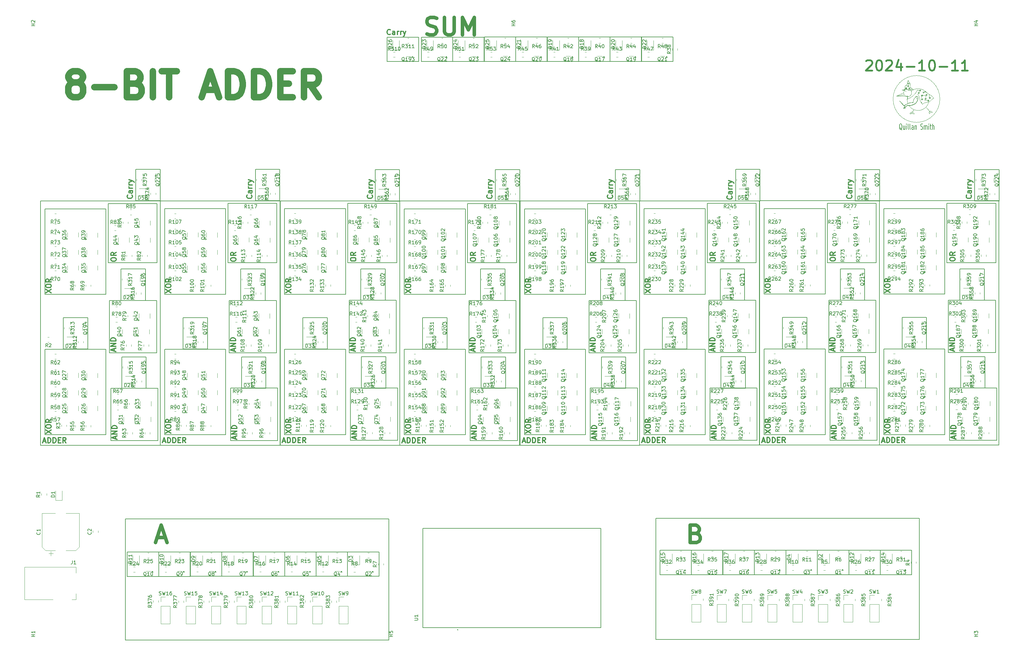
<source format=gbr>
%TF.GenerationSoftware,KiCad,Pcbnew,8.0.5*%
%TF.CreationDate,2024-10-12T11:29:23-07:00*%
%TF.ProjectId,C00000001,43303030-3030-4303-9031-2e6b69636164,A*%
%TF.SameCoordinates,Original*%
%TF.FileFunction,Legend,Top*%
%TF.FilePolarity,Positive*%
%FSLAX46Y46*%
G04 Gerber Fmt 4.6, Leading zero omitted, Abs format (unit mm)*
G04 Created by KiCad (PCBNEW 8.0.5) date 2024-10-12 11:29:23*
%MOMM*%
%LPD*%
G01*
G04 APERTURE LIST*
%ADD10C,0.066000*%
%ADD11C,0.200000*%
%ADD12C,0.300000*%
%ADD13C,1.000000*%
%ADD14C,0.199386*%
%ADD15C,0.500000*%
%ADD16C,1.875000*%
%ADD17C,0.150000*%
%ADD18C,0.120000*%
%ADD19C,0.127000*%
G04 APERTURE END LIST*
D10*
X311513846Y-65071186D02*
G75*
G02*
X312157111Y-64530267I700854J-180514D01*
G01*
X317644437Y-62676807D02*
X317686999Y-62817996D01*
X317968386Y-61801991D02*
X318019804Y-61972558D01*
X312941170Y-64120901D02*
X312572343Y-64254415D01*
X313312666Y-60205119D02*
G75*
G02*
X314206747Y-60286505I413134J-413181D01*
G01*
D11*
X87499894Y-136862895D02*
X94499894Y-136862895D01*
X94499894Y-145862895D01*
X87499894Y-145862895D01*
X87499894Y-136862895D01*
D10*
X316638546Y-61722978D02*
X316681109Y-61864167D01*
D11*
X258865399Y-111663764D02*
X265865399Y-111663764D01*
X265865399Y-120663764D01*
X258865399Y-120663764D01*
X258865399Y-111663764D01*
D10*
X318019804Y-61972558D02*
X317879988Y-61866711D01*
X317120874Y-61078097D02*
X317172293Y-61248664D01*
D11*
X218341274Y-45235595D02*
X227341274Y-45235595D01*
X227341274Y-52235595D01*
X218341274Y-52235595D01*
X218341274Y-45235595D01*
D10*
X315449138Y-62573918D02*
G75*
G02*
X314424482Y-64435802I-2044238J-87882D01*
G01*
D11*
X255163873Y-92890290D02*
X269163873Y-92890290D01*
X269163873Y-109890290D01*
X255163873Y-109890290D01*
X255163873Y-92890290D01*
D10*
X309278223Y-62104647D02*
X311364585Y-61776217D01*
D11*
X134164954Y-192750000D02*
X143164954Y-192750000D01*
X143164954Y-199750000D01*
X134164954Y-199750000D01*
X134164954Y-192750000D01*
X236318162Y-45239670D02*
X245318162Y-45239670D01*
X245318162Y-52239670D01*
X236318162Y-52239670D01*
X236318162Y-45239670D01*
X277684931Y-192273833D02*
X286684931Y-192273833D01*
X286684931Y-199273833D01*
X277684931Y-199273833D01*
X277684931Y-192273833D01*
X289922889Y-120634133D02*
X303422889Y-120634133D01*
X303422889Y-135634133D01*
X289922889Y-135634133D01*
X289922889Y-120634133D01*
D10*
X315913452Y-61127289D02*
X315761352Y-61238648D01*
X310949274Y-60386852D02*
X311528066Y-60386852D01*
D11*
X221671228Y-145823630D02*
X235171228Y-145823630D01*
X235171228Y-160823630D01*
X221671228Y-160823630D01*
X221671228Y-145823630D01*
X152222673Y-92893060D02*
X166222673Y-92893060D01*
X166222673Y-109893060D01*
X152222673Y-109893060D01*
X152222673Y-92893060D01*
X117892836Y-92908606D02*
X131892836Y-92908606D01*
X131892836Y-109908606D01*
X117892836Y-109908606D01*
X117892836Y-92908606D01*
D10*
X311749421Y-59649210D02*
G75*
G02*
X311330104Y-60390247I-582421J-159590D01*
G01*
X312842503Y-58294928D02*
X312885066Y-58436117D01*
X317632171Y-62994075D02*
X317487600Y-63099922D01*
X312970054Y-58718043D02*
X312830238Y-58612196D01*
X316070915Y-60597907D02*
X315926344Y-60703754D01*
X311749421Y-59649210D02*
G75*
G02*
X311983177Y-59063884I503879J138110D01*
G01*
X312768270Y-59427260D02*
X312628454Y-59321413D01*
D11*
X263251071Y-83155535D02*
X270251071Y-83155535D01*
X270251071Y-92155535D01*
X263251071Y-92155535D01*
X263251071Y-83155535D01*
X268655591Y-192273833D02*
X277655591Y-192273833D01*
X277655591Y-199273833D01*
X268655591Y-199273833D01*
X268655591Y-192273833D01*
D10*
X312716852Y-59256693D02*
X312768270Y-59427260D01*
X317720569Y-62929355D02*
X317771988Y-63099922D01*
X311839754Y-59722140D02*
X312032272Y-59722140D01*
X313012965Y-59839951D02*
X313198634Y-59839951D01*
X317565627Y-60752474D02*
X317120874Y-61078097D01*
D11*
X224612415Y-111686539D02*
X231612415Y-111686539D01*
X231612415Y-120686539D01*
X224612415Y-120686539D01*
X224612415Y-111686539D01*
D10*
X313312666Y-60205119D02*
G75*
G02*
X312556661Y-60235239I-393066J363019D01*
G01*
D11*
X270172889Y-92134133D02*
X304422889Y-92134133D01*
X304422889Y-162134133D01*
X270172889Y-162134133D01*
X270172889Y-92134133D01*
X241591204Y-192288237D02*
X250591204Y-192288237D01*
X250591204Y-199288237D01*
X241591204Y-199288237D01*
X241591204Y-192288237D01*
D10*
X317413227Y-63300565D02*
X318341897Y-63300565D01*
X313704623Y-67111609D02*
G75*
G02*
X314396997Y-66077113I1788977J-448391D01*
G01*
D11*
X168398835Y-134688485D02*
X185898835Y-134688485D01*
X185898835Y-159188485D01*
X168398835Y-159188485D01*
X168398835Y-134688485D01*
X286682478Y-192273833D02*
X295682478Y-192273833D01*
X295682478Y-199273833D01*
X286682478Y-199273833D01*
X286682478Y-192273833D01*
D10*
X313319680Y-60345703D02*
G75*
G02*
X311570653Y-60531586I-794480J-845997D01*
G01*
X312830238Y-58612196D02*
X312685666Y-58718043D01*
D11*
X155924199Y-111666534D02*
X162924199Y-111666534D01*
X162924199Y-120666534D01*
X155924199Y-120666534D01*
X155924199Y-111666534D01*
D10*
X312541925Y-62104647D02*
X312368386Y-63055147D01*
X314424465Y-64435772D02*
G75*
G02*
X312311028Y-64829051I-1581965J2625972D01*
G01*
X317872669Y-62817996D02*
X317720569Y-62929355D01*
X316333522Y-61864167D02*
X316866778Y-61864167D01*
X310591158Y-63886740D02*
G75*
G02*
X310239578Y-63566634I157342J525940D01*
G01*
X312683282Y-59145334D02*
X312868951Y-59145334D01*
X316481709Y-62146093D02*
X316544026Y-61977975D01*
D11*
X105044362Y-125619580D02*
X112044362Y-125619580D01*
X112044362Y-134619580D01*
X105044362Y-134619580D01*
X105044362Y-125619580D01*
D10*
X316467078Y-63250590D02*
X316529395Y-63082472D01*
D11*
X168398835Y-94438485D02*
X185898835Y-94438485D01*
X185898835Y-118938485D01*
X168398835Y-118938485D01*
X168398835Y-94438485D01*
X99781862Y-134682080D02*
X117281862Y-134682080D01*
X117281862Y-159182080D01*
X99781862Y-159182080D01*
X99781862Y-134682080D01*
D10*
X312084607Y-59580951D02*
X312127169Y-59722140D01*
X318237395Y-63582491D02*
X318299711Y-63414374D01*
D11*
X186509809Y-92915011D02*
X200509809Y-92915011D01*
X200509809Y-109915011D01*
X186509809Y-109915011D01*
X186509809Y-92915011D01*
X271422889Y-134634133D02*
X288922889Y-134634133D01*
X288922889Y-159134133D01*
X271422889Y-159134133D01*
X271422889Y-134634133D01*
X331738571Y-83193035D02*
X338738571Y-83193035D01*
X338738571Y-92193035D01*
X331738571Y-92193035D01*
X331738571Y-83193035D01*
X293235389Y-111634133D02*
X300235389Y-111634133D01*
X300235389Y-120634133D01*
X293235389Y-120634133D01*
X293235389Y-111634133D01*
X182249999Y-45251086D02*
X191249999Y-45251086D01*
X191249999Y-52251086D01*
X182249999Y-52251086D01*
X182249999Y-45251086D01*
D10*
X313298152Y-60366163D02*
G75*
G02*
X312542162Y-60396267I-393052J363063D01*
G01*
X312685666Y-58718043D02*
X312462816Y-58332403D01*
X317172293Y-61248664D02*
X317032476Y-61142816D01*
X317771988Y-63099922D02*
X317632171Y-62994075D01*
D11*
X83599545Y-92919561D02*
X97599545Y-92919561D01*
X97599545Y-109919561D01*
X83599545Y-109919561D01*
X83599545Y-92919561D01*
D10*
X316311413Y-60421828D02*
X316159313Y-60533187D01*
X317743695Y-65349775D02*
G75*
G02*
X318983457Y-66803501I-3234595J-4014025D01*
G01*
X312918635Y-58547476D02*
X312970054Y-58718043D01*
X316751465Y-63250590D02*
X316611649Y-63144742D01*
D11*
X259064222Y-136833624D02*
X266064222Y-136833624D01*
X266064222Y-145833624D01*
X259064222Y-145833624D01*
X259064222Y-136833624D01*
X65488571Y-134693035D02*
X82988571Y-134693035D01*
X82988571Y-159193035D01*
X65488571Y-159193035D01*
X65488571Y-134693035D01*
X297488571Y-83193035D02*
X304488571Y-83193035D01*
X304488571Y-92193035D01*
X297488571Y-92193035D01*
X297488571Y-83193035D01*
D10*
X317044742Y-60825549D02*
X317087304Y-60966738D01*
D11*
X173661335Y-125625985D02*
X180661335Y-125625985D01*
X180661335Y-134625985D01*
X173661335Y-134625985D01*
X173661335Y-125625985D01*
D10*
X311803234Y-60386852D02*
G75*
G02*
X310949274Y-60386852I-426980J427062D01*
G01*
X312546199Y-59259143D02*
X312395867Y-59145334D01*
X316740566Y-64488498D02*
G75*
G02*
X315959715Y-62735480I1821334J1861698D01*
G01*
D11*
X240400000Y-183125000D02*
X315900000Y-183125000D01*
X315900000Y-217875000D01*
X240400000Y-217875000D01*
X240400000Y-183125000D01*
D10*
X313150998Y-67226547D02*
G75*
G02*
X314397020Y-67226547I623011J-142063D01*
G01*
D11*
X107140521Y-192750000D02*
X116140521Y-192750000D01*
X116140521Y-199750000D01*
X107140521Y-199750000D01*
X107140521Y-192750000D01*
D10*
X318521782Y-63582491D02*
X318381966Y-63476644D01*
X316950222Y-61080546D02*
X316799890Y-60966738D01*
X313198634Y-59839951D02*
X312768270Y-59427260D01*
X312588385Y-59145334D02*
X312640720Y-59004146D01*
X311983175Y-59063880D02*
X312072640Y-59211978D01*
X318683881Y-62801408D02*
X318746197Y-62633290D01*
X318883280Y-62519482D02*
X319068950Y-62519482D01*
X316700047Y-63080023D02*
X316751465Y-63250590D01*
X314206769Y-60286490D02*
X314113758Y-60350654D01*
X312628454Y-59321413D02*
X312483882Y-59427260D01*
X312312839Y-59722140D02*
X312160739Y-59833499D01*
D11*
X304422889Y-92134133D02*
X338672889Y-92134133D01*
X338672889Y-162134133D01*
X304422889Y-162134133D01*
X304422889Y-92134133D01*
D10*
X313070735Y-58436117D02*
X312918635Y-58547476D01*
X312640720Y-59004146D02*
X312683282Y-59145334D01*
D11*
X276685389Y-125571633D02*
X283685389Y-125571633D01*
X283685389Y-134571633D01*
X276685389Y-134571633D01*
X276685389Y-125571633D01*
X70751071Y-125630535D02*
X77751071Y-125630535D01*
X77751071Y-134630535D01*
X70751071Y-134630535D01*
X70751071Y-125630535D01*
D10*
X312462816Y-58332403D02*
G75*
G02*
X312118698Y-59006235I-531416J-153397D01*
G01*
X317032476Y-61142816D02*
X316887905Y-61248664D01*
X312311024Y-64829073D02*
X312380930Y-64847144D01*
X312458960Y-64861194D01*
X312544424Y-64871232D01*
X312636633Y-64877266D01*
X312734898Y-64879305D01*
X312803432Y-64878449D01*
X312874146Y-64875824D01*
X312946837Y-64871433D01*
X313021300Y-64865277D01*
X313097332Y-64857360D01*
X313174727Y-64847684D01*
X313253283Y-64836251D01*
X313332794Y-64823065D01*
X313372844Y-64815815D01*
X316379062Y-62968664D02*
X316571580Y-62968664D01*
X311554292Y-64954600D02*
G75*
G02*
X310969124Y-64437785I239708J861100D01*
G01*
X310553567Y-63906965D02*
G75*
G02*
X310969117Y-64437788I-576067J-879035D01*
G01*
X316740566Y-64488498D02*
G75*
G02*
X318154610Y-63938949I1358834J-1402402D01*
G01*
X312395867Y-59145334D02*
X312588385Y-59145334D01*
X312970403Y-59698762D02*
X313012965Y-59839951D01*
X312597651Y-58436117D02*
X312790169Y-58436117D01*
X315590700Y-61241097D02*
X315440368Y-61127289D01*
D11*
X121594362Y-111682080D02*
X128594362Y-111682080D01*
X128594362Y-120682080D01*
X121594362Y-120682080D01*
X121594362Y-111682080D01*
D10*
X317487600Y-63099922D02*
X317549917Y-62931804D01*
D11*
X224811238Y-136856399D02*
X231811238Y-136856399D01*
X231811238Y-145856399D01*
X224811238Y-145856399D01*
X224811238Y-136856399D01*
D10*
X312572343Y-64254415D02*
G75*
G02*
X312541896Y-62104637I2937957J1116715D01*
G01*
X318683881Y-61660925D02*
X318683881Y-61866711D01*
D11*
X271422889Y-94384133D02*
X288922889Y-94384133D01*
X288922889Y-118884133D01*
X271422889Y-118884133D01*
X271422889Y-94384133D01*
D10*
X311335672Y-65651862D02*
X311594173Y-65256654D01*
X312941170Y-64120901D02*
X312870841Y-64142528D01*
X312802729Y-64165011D01*
X312736967Y-64188279D01*
X312673690Y-64212261D01*
X312583728Y-64249422D01*
X312500113Y-64287796D01*
X312423298Y-64327147D01*
X312353737Y-64367237D01*
X312291885Y-64407831D01*
X312238193Y-64448691D01*
X312180085Y-64503175D01*
X312157111Y-64530262D01*
D11*
X163500000Y-45250000D02*
X172500000Y-45250000D01*
X172500000Y-52250000D01*
X163500000Y-52250000D01*
X163500000Y-45250000D01*
D10*
X314113758Y-60350654D02*
X313917645Y-60066372D01*
X313046535Y-59951310D02*
X313097953Y-60121877D01*
D11*
X98073679Y-192765490D02*
X107073679Y-192765490D01*
X107073679Y-199765490D01*
X98073679Y-199765490D01*
X98073679Y-192765490D01*
D10*
X314076723Y-63960851D02*
G75*
G02*
X314896916Y-62244727I2285277J-38149D01*
G01*
X312127169Y-59722140D02*
X312312839Y-59722140D01*
D11*
X191316841Y-45235596D02*
X200316841Y-45235596D01*
X200316841Y-52235596D01*
X191316841Y-52235596D01*
X191316841Y-45235596D01*
D10*
X317087304Y-60966738D02*
X317783599Y-60966738D01*
X313413404Y-59682708D02*
X313046535Y-59951310D01*
X318840718Y-62378293D02*
X318883280Y-62519482D01*
X314896941Y-62244757D02*
X315054952Y-62976405D01*
X317839919Y-61690632D02*
X317892254Y-61549443D01*
X317735417Y-61972558D02*
X316866778Y-61864167D01*
D11*
X125751071Y-83130535D02*
X132751071Y-83130535D01*
X132751071Y-92130535D01*
X125751071Y-92130535D01*
X125751071Y-83130535D01*
D10*
X318915900Y-61776217D02*
G75*
G02*
X317565639Y-60752464I1602500J3515917D01*
G01*
X316312126Y-63938974D02*
X316571580Y-63863142D01*
X318436794Y-63300565D02*
X318622464Y-63300565D01*
X311990086Y-59835948D02*
X311839754Y-59722140D01*
X311927770Y-60004066D02*
X311749421Y-59649210D01*
X318120486Y-61690632D02*
X317968386Y-61801991D01*
X315812771Y-61409215D02*
X315672955Y-61303368D01*
D11*
X156123022Y-136836394D02*
X163123022Y-136836394D01*
X163123022Y-145836394D01*
X156123022Y-145836394D01*
X156123022Y-136836394D01*
D10*
X313704623Y-67111609D02*
X313150998Y-67226547D01*
X316586212Y-61864167D02*
X316638546Y-61722978D01*
X313298152Y-60366163D02*
G75*
G02*
X314124456Y-60366172I413148J-413137D01*
G01*
X315331597Y-60421828D02*
X316030846Y-60421828D01*
X312875882Y-59953759D02*
X312725550Y-59839951D01*
X316799890Y-60966738D02*
X316992407Y-60966738D01*
X312918068Y-59839951D02*
X312970403Y-59698762D01*
X316393694Y-61864167D02*
X316586212Y-61864167D01*
X316992407Y-60966738D02*
X317044742Y-60825549D01*
X318983459Y-66803500D02*
X318738527Y-67226547D01*
X316571580Y-63863142D02*
X316409687Y-64093510D01*
X313562413Y-60671009D02*
X313298152Y-60366163D01*
X314076723Y-63960851D02*
X313981067Y-63959224D01*
X313914960Y-63960205D01*
X313847210Y-63962808D01*
X313778013Y-63967003D01*
X313707563Y-63972765D01*
X313636055Y-63980065D01*
X313563684Y-63988876D01*
X313490643Y-63999171D01*
X313417128Y-64010921D01*
X313343334Y-64024101D01*
X313269455Y-64038682D01*
X313195686Y-64054636D01*
X313122221Y-64071937D01*
X313049256Y-64090557D01*
X312976984Y-64110469D01*
X312941170Y-64120901D01*
X318381966Y-63476644D02*
X318237395Y-63582491D01*
D11*
X121793185Y-136851940D02*
X128793185Y-136851940D01*
X128793185Y-145851940D01*
X121793185Y-145851940D01*
X121793185Y-136851940D01*
X237052899Y-94413764D02*
X254552899Y-94413764D01*
X254552899Y-118913764D01*
X237052899Y-118913764D01*
X237052899Y-94413764D01*
D10*
X312747983Y-58549925D02*
X312597651Y-58436117D01*
X312157111Y-64530262D02*
G75*
G02*
X314076723Y-63960849I1725389J-2296238D01*
G01*
X318341897Y-63300565D02*
X318394232Y-63159377D01*
D11*
X132861699Y-92166534D02*
X167111699Y-92166534D01*
X167111699Y-162166534D01*
X132861699Y-162166534D01*
X132861699Y-92166534D01*
D10*
X314397019Y-67226547D02*
X313704623Y-67111609D01*
D11*
X293434212Y-136803993D02*
X300434212Y-136803993D01*
X300434212Y-145803993D01*
X293434212Y-145803993D01*
X293434212Y-136803993D01*
D10*
X317735417Y-61972558D02*
X317797733Y-61804440D01*
X318611685Y-63650554D02*
G75*
G02*
X312890957Y-64874972I-3101185J512954D01*
G01*
D11*
X160051071Y-83255535D02*
X167051071Y-83255535D01*
X167051071Y-92255535D01*
X160051071Y-92255535D01*
X160051071Y-83255535D01*
D10*
X312790169Y-58436117D02*
X312842503Y-58294928D01*
X318470364Y-63411924D02*
X318521782Y-63582491D01*
D11*
X305672889Y-94384133D02*
X323172889Y-94384133D01*
X323172889Y-118884133D01*
X305672889Y-118884133D01*
X305672889Y-94384133D01*
D10*
X313413404Y-59682708D02*
G75*
G02*
X313744090Y-60034254I-237904J-555092D01*
G01*
X316125743Y-60421828D02*
X316311413Y-60421828D01*
X309278223Y-62104647D02*
X312541925Y-62104647D01*
X312885066Y-58436117D02*
X313070735Y-58436117D01*
D11*
X64238571Y-92193035D02*
X98488571Y-92193035D01*
X98488571Y-162193035D01*
X64238571Y-162193035D01*
X64238571Y-92193035D01*
D10*
X315988661Y-60535636D02*
X315838328Y-60421828D01*
D11*
X202799915Y-94436539D02*
X220299915Y-94436539D01*
X220299915Y-118936539D01*
X202799915Y-118936539D01*
X202799915Y-94436539D01*
X208062415Y-125624039D02*
X215062415Y-125624039D01*
X215062415Y-134624039D01*
X208062415Y-134624039D01*
X208062415Y-125624039D01*
D10*
X313372844Y-64815815D02*
X313452711Y-64800143D01*
X313531636Y-64783053D01*
X313609418Y-64764617D01*
X313685854Y-64744909D01*
X313760741Y-64724002D01*
X313833878Y-64701968D01*
X313905061Y-64678881D01*
X313974090Y-64654815D01*
X314040761Y-64629841D01*
X314104873Y-64604034D01*
X314166223Y-64577465D01*
X314252626Y-64536347D01*
X314331678Y-64493927D01*
X314402696Y-64450454D01*
X314424465Y-64435772D01*
X316611649Y-63144742D02*
X316467078Y-63250590D01*
X312462816Y-58332403D02*
G75*
G02*
X312761088Y-57653561I562484J157803D01*
G01*
X311815211Y-60228331D02*
G75*
G02*
X311528071Y-60386873I-424611J429731D01*
G01*
X311494125Y-65651862D02*
X311750472Y-65287894D01*
X312768270Y-59427260D02*
X312685666Y-58718043D01*
D11*
X167148835Y-92188485D02*
X201398835Y-92188485D01*
X201398835Y-162188485D01*
X167148835Y-162188485D01*
X167148835Y-92188485D01*
D10*
X312725550Y-59839951D02*
X312918068Y-59839951D01*
X311528066Y-60386852D02*
X311570633Y-60531572D01*
D11*
X227338820Y-45235595D02*
X236338820Y-45235595D01*
X236338820Y-52235595D01*
X227338820Y-52235595D01*
X227338820Y-45235595D01*
D10*
X311858971Y-60189674D02*
X311990086Y-59835948D01*
X313319680Y-60345703D02*
X313298152Y-60366163D01*
X312868951Y-59145334D02*
X312716852Y-59256693D01*
X316030846Y-60421828D02*
X316083181Y-60280639D01*
X318595865Y-62519482D02*
X318788383Y-62519482D01*
X318968268Y-62801408D02*
X318828452Y-62695561D01*
X312072341Y-59898219D02*
X311927770Y-60004066D01*
X318622464Y-63300565D02*
X318470364Y-63411924D01*
X315761352Y-61238648D02*
X315812771Y-61409215D01*
X315449138Y-62573918D02*
X315353818Y-62263815D01*
D11*
X125167407Y-192750000D02*
X134167407Y-192750000D01*
X134167407Y-199750000D01*
X125167407Y-199750000D01*
X125167407Y-192750000D01*
X255924212Y-145800855D02*
X269424212Y-145800855D01*
X269424212Y-160800855D01*
X255924212Y-160800855D01*
X255924212Y-145800855D01*
X88500000Y-183250000D02*
X164000000Y-183250000D01*
X164000000Y-218000000D01*
X88500000Y-218000000D01*
X88500000Y-183250000D01*
D10*
X311800697Y-60389375D02*
G75*
G02*
X312542156Y-60396277I367303J-371525D01*
G01*
D11*
X323783863Y-92860659D02*
X337783863Y-92860659D01*
X337783863Y-109860659D01*
X323783863Y-109860659D01*
X323783863Y-92860659D01*
D10*
X311750472Y-65689621D02*
X311941976Y-65228191D01*
X318915900Y-61776217D02*
G75*
G02*
X320031456Y-62831101I-1227200J-2415083D01*
G01*
X315256791Y-63504037D02*
X315295645Y-63408410D01*
X315330281Y-63313226D01*
X315360667Y-63218908D01*
X315386769Y-63125878D01*
X315408554Y-63034559D01*
X315425989Y-62945374D01*
X315439041Y-62858744D01*
X315447677Y-62775093D01*
X315451864Y-62694843D01*
X315451568Y-62618417D01*
X315446757Y-62546236D01*
X315437398Y-62478725D01*
X315414759Y-62387135D01*
X315381700Y-62308426D01*
X315353818Y-62263815D01*
X315685220Y-60986100D02*
X315727783Y-61127289D01*
X316159313Y-60533187D02*
X316210731Y-60703754D01*
X313047777Y-58277493D02*
G75*
G02*
X312761097Y-57653559I286123J509293D01*
G01*
D11*
X255552899Y-120663764D02*
X269052899Y-120663764D01*
X269052899Y-135663764D01*
X255552899Y-135663764D01*
X255552899Y-120663764D01*
X310935389Y-125571633D02*
X317935389Y-125571633D01*
X317935389Y-134571633D01*
X310935389Y-134571633D01*
X310935389Y-125571633D01*
X187270148Y-145825576D02*
X200770148Y-145825576D01*
X200770148Y-160825576D01*
X187270148Y-160825576D01*
X187270148Y-145825576D01*
D10*
X316529395Y-63082472D02*
X316379062Y-62968664D01*
X311627411Y-64829238D02*
X312157111Y-64530262D01*
X312160739Y-59833499D02*
X312212157Y-60004066D01*
D11*
X304659366Y-192277908D02*
X313659366Y-192277908D01*
X313659366Y-199277908D01*
X304659366Y-199277908D01*
X304659366Y-192277908D01*
X201549915Y-92186539D02*
X235799915Y-92186539D01*
X235799915Y-162186539D01*
X201549915Y-162186539D01*
X201549915Y-92186539D01*
D10*
X315353818Y-62263815D02*
X314896941Y-62244757D01*
D11*
X116138067Y-192750000D02*
X125138067Y-192750000D01*
X125138067Y-199750000D01*
X116138067Y-199750000D01*
X116138067Y-192750000D01*
X327684212Y-136803993D02*
X334684212Y-136803993D01*
X334684212Y-145803993D01*
X327684212Y-145803993D01*
X327684212Y-136803993D01*
D10*
X319322281Y-63257168D02*
G75*
G02*
X318154609Y-63938987I-1213281J737068D01*
G01*
X313097953Y-60121877D02*
X312958137Y-60016029D01*
X312032272Y-59722140D02*
X312084607Y-59580951D01*
X311858971Y-60189674D02*
G75*
G02*
X312556650Y-60235252I323529J-410226D01*
G01*
X311594173Y-65256654D02*
X311494125Y-65651862D01*
X312072640Y-59211978D02*
X312118705Y-59006255D01*
X318683881Y-61866711D02*
X318819786Y-61730805D01*
X312080673Y-60845356D02*
G75*
G02*
X311999901Y-60845356I-40386J0D01*
G01*
X311999901Y-60845356D02*
G75*
G02*
X312080673Y-60845356I40386J0D01*
G01*
X316333522Y-61864167D02*
X316666477Y-62968664D01*
D11*
X65488571Y-94443035D02*
X82988571Y-94443035D01*
X82988571Y-118943035D01*
X65488571Y-118943035D01*
X65488571Y-94443035D01*
D10*
X311330095Y-60390216D02*
X312040287Y-60845356D01*
X315431081Y-61671715D02*
G75*
G02*
X315959662Y-62735485I-1856081J-1585485D01*
G01*
X318788383Y-62519482D02*
X318840718Y-62378293D01*
X317399585Y-62817996D02*
X317592102Y-62817996D01*
D11*
X143162500Y-192750000D02*
X152162500Y-192750000D01*
X152162500Y-199750000D01*
X143162500Y-199750000D01*
X143162500Y-192750000D01*
D10*
X317413227Y-63300565D02*
X317644437Y-62676807D01*
X319582762Y-66803496D02*
X318983459Y-66803500D01*
X318746197Y-62633290D02*
X318595865Y-62519482D01*
X316852147Y-62968664D02*
X316700047Y-63080023D01*
D11*
X235802899Y-92163764D02*
X270052899Y-92163764D01*
X270052899Y-162163764D01*
X235802899Y-162163764D01*
X235802899Y-92163764D01*
D10*
X318746197Y-62633290D02*
X318683881Y-61866711D01*
X316544026Y-61977975D02*
X316393694Y-61864167D01*
X317797733Y-61804440D02*
X317647401Y-61690632D01*
X318828452Y-62695561D02*
X318683881Y-62801408D01*
X315838328Y-60421828D02*
X315685220Y-60986100D01*
X312072640Y-59211978D02*
X312462816Y-58332403D01*
D11*
X83988571Y-120693035D02*
X97488571Y-120693035D01*
X97488571Y-135693035D01*
X83988571Y-135693035D01*
X83988571Y-120693035D01*
X118653175Y-145819171D02*
X132153175Y-145819171D01*
X132153175Y-160819171D01*
X118653175Y-160819171D01*
X118653175Y-145819171D01*
X186898835Y-120688485D02*
X200398835Y-120688485D01*
X200398835Y-135688485D01*
X186898835Y-135688485D01*
X186898835Y-120688485D01*
X327485389Y-111634133D02*
X334485389Y-111634133D01*
X334485389Y-120634133D01*
X327485389Y-120634133D01*
X327485389Y-111634133D01*
D10*
X315528383Y-61409215D02*
X315590700Y-61241097D01*
X318738527Y-67226547D02*
G75*
G02*
X319582727Y-66803504I370873J313747D01*
G01*
X312813565Y-60121877D02*
X312875882Y-59953759D01*
D11*
X118281862Y-120682080D02*
X131781862Y-120682080D01*
X131781862Y-135682080D01*
X118281862Y-135682080D01*
X118281862Y-120682080D01*
D10*
X312483882Y-59427260D02*
X312546199Y-59259143D01*
X318916850Y-62630841D02*
X318968268Y-62801408D01*
X317892254Y-61549443D02*
X317934816Y-61690632D01*
X311941977Y-65228189D02*
X311554292Y-64954600D01*
X318611685Y-63650554D02*
X318149379Y-63300565D01*
D11*
X295680024Y-192273833D02*
X304680024Y-192273833D01*
X304680024Y-199273833D01*
X295680024Y-199273833D01*
X295680024Y-192273833D01*
X290294202Y-145771224D02*
X303794202Y-145771224D01*
X303794202Y-160771224D01*
X290294202Y-160771224D01*
X290294202Y-145771224D01*
D10*
X317647401Y-61690632D02*
X317839919Y-61690632D01*
X316571580Y-62968664D02*
X316623915Y-62827475D01*
X312572343Y-64254415D02*
X312941170Y-64120901D01*
D11*
X194488571Y-83193035D02*
X201488571Y-83193035D01*
X201488571Y-92193035D01*
X194488571Y-92193035D01*
X194488571Y-83193035D01*
X84359884Y-145830126D02*
X97859884Y-145830126D01*
X97859884Y-160830126D01*
X84359884Y-160830126D01*
X84359884Y-145830126D01*
D10*
X311941977Y-65228189D02*
X312004127Y-65192842D01*
X312063390Y-65151513D01*
X312118920Y-65105116D01*
X312169873Y-65054564D01*
X312215405Y-65000771D01*
X312254670Y-64944648D01*
X312293653Y-64872613D01*
X312311024Y-64829073D01*
X316866778Y-61864167D02*
X316714678Y-61975526D01*
X315926344Y-60703754D02*
X315988661Y-60535636D01*
X311627411Y-64829238D02*
G75*
G02*
X311051402Y-64379320I213989J867638D01*
G01*
X315672955Y-61303368D02*
X315528383Y-61409215D01*
X316666477Y-62968664D02*
X316852147Y-62968664D01*
D11*
X250591203Y-192289323D02*
X259591203Y-192289323D01*
X259591203Y-199289323D01*
X250591203Y-199289323D01*
X250591203Y-192289323D01*
X221299915Y-120686539D02*
X234799915Y-120686539D01*
X234799915Y-135686539D01*
X221299915Y-135686539D01*
X221299915Y-120686539D01*
D10*
X310591158Y-63886740D02*
G75*
G02*
X311051422Y-64379311I-497358J-926060D01*
G01*
X312311024Y-64829073D02*
G75*
G02*
X311941977Y-65228192I-721624J297073D01*
G01*
X317879988Y-61866711D02*
X317735417Y-61972558D01*
D11*
X98531862Y-92182080D02*
X132781862Y-92182080D01*
X132781862Y-162182080D01*
X98531862Y-162182080D01*
X98531862Y-92182080D01*
D10*
X312958137Y-60016029D02*
X312813565Y-60121877D01*
D11*
X134111699Y-94416534D02*
X151611699Y-94416534D01*
X151611699Y-118916534D01*
X134111699Y-118916534D01*
X134111699Y-94416534D01*
D10*
X316887905Y-61248664D02*
X316950222Y-61080546D01*
D11*
X237052899Y-134663764D02*
X254552899Y-134663764D01*
X254552899Y-159163764D01*
X237052899Y-159163764D01*
X237052899Y-134663764D01*
X190410158Y-136858345D02*
X197410158Y-136858345D01*
X197410158Y-145858345D01*
X190410158Y-145858345D01*
X190410158Y-136858345D01*
D10*
X311513846Y-65071186D02*
X311335672Y-65651862D01*
D11*
X202799915Y-134686539D02*
X220299915Y-134686539D01*
X220299915Y-159186539D01*
X202799915Y-159186539D01*
X202799915Y-134686539D01*
D10*
X314570666Y-62566979D02*
X314515557Y-62643717D01*
X314462895Y-62724055D01*
X314412848Y-62807519D01*
X314365583Y-62893633D01*
X314321269Y-62981922D01*
X314280075Y-63071911D01*
X314242168Y-63163126D01*
X314207718Y-63255091D01*
X314176891Y-63347332D01*
X314149858Y-63439374D01*
X314126785Y-63530742D01*
X314107841Y-63620961D01*
X314093194Y-63709557D01*
X314083014Y-63796053D01*
X314077467Y-63879976D01*
X314076723Y-63960851D01*
X317686999Y-62817996D02*
X317872669Y-62817996D01*
D11*
X152141842Y-192754075D02*
X161141842Y-192754075D01*
X161141842Y-199754075D01*
X152141842Y-199754075D01*
X152141842Y-192754075D01*
X139374199Y-125604034D02*
X146374199Y-125604034D01*
X146374199Y-134604034D01*
X139374199Y-134604034D01*
X139374199Y-125604034D01*
X242315399Y-125601264D02*
X249315399Y-125601264D01*
X249315399Y-134601264D01*
X242315399Y-134601264D01*
X242315399Y-125601264D01*
D10*
X313562413Y-60671009D02*
G75*
G02*
X317783638Y-60966701I1948187J-2466591D01*
G01*
X315353818Y-62263815D02*
X315304384Y-62210910D01*
X315247386Y-62175838D01*
X315183724Y-62158251D01*
X315114299Y-62157801D01*
X315040012Y-62174137D01*
X314961762Y-62206912D01*
X314880450Y-62255778D01*
X314824986Y-62297122D01*
X314768828Y-62345358D01*
X314712244Y-62400385D01*
X314655499Y-62462098D01*
X314598861Y-62530394D01*
X314570666Y-62566979D01*
D11*
X324172889Y-120634133D02*
X337672889Y-120634133D01*
X337672889Y-135634133D01*
X324172889Y-135634133D01*
X324172889Y-120634133D01*
D10*
X317549917Y-62931804D02*
X317399585Y-62817996D01*
X321760552Y-62976405D02*
G75*
G02*
X308349352Y-62976405I-6705600J0D01*
G01*
X308349352Y-62976405D02*
G75*
G02*
X321760552Y-62976405I6705600J0D01*
G01*
D11*
X200314387Y-45235596D02*
X209314387Y-45235596D01*
X209314387Y-52235596D01*
X200314387Y-52235596D01*
X200314387Y-45235596D01*
X289533863Y-92860659D02*
X303533863Y-92860659D01*
X303533863Y-109860659D01*
X289533863Y-109860659D01*
X289533863Y-92860659D01*
D10*
X317934816Y-61690632D02*
X318120486Y-61690632D01*
D11*
X87301071Y-111693035D02*
X94301071Y-111693035D01*
X94301071Y-120693035D01*
X87301071Y-120693035D01*
X87301071Y-111693035D01*
D10*
X316083181Y-60280639D02*
X316125743Y-60421828D01*
X311364585Y-61191742D02*
X309278223Y-62104647D01*
D11*
X99781862Y-94432080D02*
X117281862Y-94432080D01*
X117281862Y-118932080D01*
X99781862Y-118932080D01*
X99781862Y-94432080D01*
D10*
X311750472Y-65287894D02*
X311750472Y-65689621D01*
X314424465Y-64435772D02*
X314502636Y-64416048D01*
X314583543Y-64379239D01*
X314666229Y-64326413D01*
X314721868Y-64282828D01*
X314777589Y-64232918D01*
X314833108Y-64177002D01*
X314888141Y-64115395D01*
X314942405Y-64048417D01*
X314995617Y-63976384D01*
X315047492Y-63899614D01*
X315097747Y-63818424D01*
X315146099Y-63733132D01*
X315192264Y-63644055D01*
X315235958Y-63551510D01*
X315256791Y-63504037D01*
X317797733Y-61804440D02*
X317644437Y-62676807D01*
X315331597Y-60421828D02*
G75*
G02*
X312368375Y-63055114I-4578997J2168828D01*
G01*
X312685666Y-58718043D02*
X312747983Y-58549925D01*
X316714678Y-61975526D02*
X316766097Y-62146093D01*
D11*
X324544202Y-145771224D02*
X338044202Y-145771224D01*
X338044202Y-160771224D01*
X324544202Y-160771224D01*
X324544202Y-145771224D01*
D10*
X316766097Y-62146093D02*
X316626281Y-62040246D01*
X313047777Y-58277493D02*
G75*
G02*
X313281013Y-58997337I-267277J-484307D01*
G01*
D11*
X152983012Y-145803625D02*
X166483012Y-145803625D01*
X166483012Y-160803625D01*
X152983012Y-160803625D01*
X152983012Y-145803625D01*
D10*
X310553567Y-63906965D02*
G75*
G02*
X310239536Y-63566650I208633J507565D01*
G01*
X315440368Y-61127289D02*
X315632885Y-61127289D01*
D11*
X89073680Y-192764404D02*
X98073680Y-192764404D01*
X98073680Y-199764404D01*
X89073680Y-199764404D01*
X89073680Y-192764404D01*
X134111699Y-134666534D02*
X151611699Y-134666534D01*
X151611699Y-159166534D01*
X134111699Y-159166534D01*
X134111699Y-134666534D01*
D10*
X319322281Y-63257168D02*
G75*
G02*
X320031457Y-62831105I838619J-592632D01*
G01*
X313474453Y-59713062D02*
G75*
G02*
X313280946Y-58997306I258647J453962D01*
G01*
D11*
X91501071Y-83130535D02*
X98501071Y-83130535D01*
X98501071Y-92130535D01*
X91501071Y-92130535D01*
X91501071Y-83130535D01*
X209343727Y-45235596D02*
X218343727Y-45235596D01*
X218343727Y-52235596D01*
X209343727Y-52235596D01*
X209343727Y-45235596D01*
X152611699Y-120666534D02*
X166111699Y-120666534D01*
X166111699Y-135666534D01*
X152611699Y-135666534D01*
X152611699Y-120666534D01*
D10*
X315431081Y-61671715D02*
X315685220Y-60986100D01*
X316210731Y-60703754D02*
X316070915Y-60597907D01*
X316626281Y-62040246D02*
X316481709Y-62146093D01*
X319068950Y-62519482D02*
X318916850Y-62630841D01*
D11*
X228851071Y-83174285D02*
X235851071Y-83174285D01*
X235851071Y-92174285D01*
X228851071Y-92174285D01*
X228851071Y-83174285D01*
X259658045Y-192273833D02*
X268658045Y-192273833D01*
X268658045Y-199273833D01*
X259658045Y-199273833D01*
X259658045Y-192273833D01*
X190211335Y-111688485D02*
X197211335Y-111688485D01*
X197211335Y-120688485D01*
X190211335Y-120688485D01*
X190211335Y-111688485D01*
D10*
X315727783Y-61127289D02*
X315913452Y-61127289D01*
D11*
X220910889Y-92913065D02*
X234910889Y-92913065D01*
X234910889Y-109913065D01*
X220910889Y-109913065D01*
X220910889Y-92913065D01*
X305672889Y-134634133D02*
X323172889Y-134634133D01*
X323172889Y-159134133D01*
X305672889Y-159134133D01*
X305672889Y-134634133D01*
D10*
X318394232Y-63159377D02*
X318436794Y-63300565D01*
X312212157Y-60004066D02*
X312072341Y-59898219D01*
D11*
X173250000Y-45250000D02*
X182250000Y-45250000D01*
X182250000Y-52250000D01*
X173250000Y-52250000D01*
X173250000Y-45250000D01*
D12*
X237353727Y-158752110D02*
X238853727Y-157752110D01*
X237353727Y-157752110D02*
X238853727Y-158752110D01*
X237353727Y-156894967D02*
X237353727Y-156609253D01*
X237353727Y-156609253D02*
X237425156Y-156466396D01*
X237425156Y-156466396D02*
X237568013Y-156323539D01*
X237568013Y-156323539D02*
X237853727Y-156252110D01*
X237853727Y-156252110D02*
X238353727Y-156252110D01*
X238353727Y-156252110D02*
X238639441Y-156323539D01*
X238639441Y-156323539D02*
X238782299Y-156466396D01*
X238782299Y-156466396D02*
X238853727Y-156609253D01*
X238853727Y-156609253D02*
X238853727Y-156894967D01*
X238853727Y-156894967D02*
X238782299Y-157037825D01*
X238782299Y-157037825D02*
X238639441Y-157180682D01*
X238639441Y-157180682D02*
X238353727Y-157252110D01*
X238353727Y-157252110D02*
X237853727Y-157252110D01*
X237853727Y-157252110D02*
X237568013Y-157180682D01*
X237568013Y-157180682D02*
X237425156Y-157037825D01*
X237425156Y-157037825D02*
X237353727Y-156894967D01*
X238853727Y-154752110D02*
X238139441Y-155252110D01*
X238853727Y-155609253D02*
X237353727Y-155609253D01*
X237353727Y-155609253D02*
X237353727Y-155037824D01*
X237353727Y-155037824D02*
X237425156Y-154894967D01*
X237425156Y-154894967D02*
X237496584Y-154823538D01*
X237496584Y-154823538D02*
X237639441Y-154752110D01*
X237639441Y-154752110D02*
X237853727Y-154752110D01*
X237853727Y-154752110D02*
X237996584Y-154823538D01*
X237996584Y-154823538D02*
X238068013Y-154894967D01*
X238068013Y-154894967D02*
X238139441Y-155037824D01*
X238139441Y-155037824D02*
X238139441Y-155609253D01*
X134412527Y-118504880D02*
X135912527Y-117504880D01*
X134412527Y-117504880D02*
X135912527Y-118504880D01*
X134412527Y-116647737D02*
X134412527Y-116362023D01*
X134412527Y-116362023D02*
X134483956Y-116219166D01*
X134483956Y-116219166D02*
X134626813Y-116076309D01*
X134626813Y-116076309D02*
X134912527Y-116004880D01*
X134912527Y-116004880D02*
X135412527Y-116004880D01*
X135412527Y-116004880D02*
X135698241Y-116076309D01*
X135698241Y-116076309D02*
X135841099Y-116219166D01*
X135841099Y-116219166D02*
X135912527Y-116362023D01*
X135912527Y-116362023D02*
X135912527Y-116647737D01*
X135912527Y-116647737D02*
X135841099Y-116790595D01*
X135841099Y-116790595D02*
X135698241Y-116933452D01*
X135698241Y-116933452D02*
X135412527Y-117004880D01*
X135412527Y-117004880D02*
X134912527Y-117004880D01*
X134912527Y-117004880D02*
X134626813Y-116933452D01*
X134626813Y-116933452D02*
X134483956Y-116790595D01*
X134483956Y-116790595D02*
X134412527Y-116647737D01*
X135912527Y-114504880D02*
X135198241Y-115004880D01*
X135912527Y-115362023D02*
X134412527Y-115362023D01*
X134412527Y-115362023D02*
X134412527Y-114790594D01*
X134412527Y-114790594D02*
X134483956Y-114647737D01*
X134483956Y-114647737D02*
X134555384Y-114576308D01*
X134555384Y-114576308D02*
X134698241Y-114504880D01*
X134698241Y-114504880D02*
X134912527Y-114504880D01*
X134912527Y-114504880D02*
X135055384Y-114576308D01*
X135055384Y-114576308D02*
X135126813Y-114647737D01*
X135126813Y-114647737D02*
X135198241Y-114790594D01*
X135198241Y-114790594D02*
X135198241Y-115362023D01*
X255964701Y-109050064D02*
X255964701Y-108764350D01*
X255964701Y-108764350D02*
X256036130Y-108621493D01*
X256036130Y-108621493D02*
X256178987Y-108478636D01*
X256178987Y-108478636D02*
X256464701Y-108407207D01*
X256464701Y-108407207D02*
X256964701Y-108407207D01*
X256964701Y-108407207D02*
X257250415Y-108478636D01*
X257250415Y-108478636D02*
X257393273Y-108621493D01*
X257393273Y-108621493D02*
X257464701Y-108764350D01*
X257464701Y-108764350D02*
X257464701Y-109050064D01*
X257464701Y-109050064D02*
X257393273Y-109192922D01*
X257393273Y-109192922D02*
X257250415Y-109335779D01*
X257250415Y-109335779D02*
X256964701Y-109407207D01*
X256964701Y-109407207D02*
X256464701Y-109407207D01*
X256464701Y-109407207D02*
X256178987Y-109335779D01*
X256178987Y-109335779D02*
X256036130Y-109192922D01*
X256036130Y-109192922D02*
X255964701Y-109050064D01*
X257464701Y-106907207D02*
X256750415Y-107407207D01*
X257464701Y-107764350D02*
X255964701Y-107764350D01*
X255964701Y-107764350D02*
X255964701Y-107192921D01*
X255964701Y-107192921D02*
X256036130Y-107050064D01*
X256036130Y-107050064D02*
X256107558Y-106978635D01*
X256107558Y-106978635D02*
X256250415Y-106907207D01*
X256250415Y-106907207D02*
X256464701Y-106907207D01*
X256464701Y-106907207D02*
X256607558Y-106978635D01*
X256607558Y-106978635D02*
X256678987Y-107050064D01*
X256678987Y-107050064D02*
X256750415Y-107192921D01*
X256750415Y-107192921D02*
X256750415Y-107764350D01*
X84400373Y-109079335D02*
X84400373Y-108793621D01*
X84400373Y-108793621D02*
X84471802Y-108650764D01*
X84471802Y-108650764D02*
X84614659Y-108507907D01*
X84614659Y-108507907D02*
X84900373Y-108436478D01*
X84900373Y-108436478D02*
X85400373Y-108436478D01*
X85400373Y-108436478D02*
X85686087Y-108507907D01*
X85686087Y-108507907D02*
X85828945Y-108650764D01*
X85828945Y-108650764D02*
X85900373Y-108793621D01*
X85900373Y-108793621D02*
X85900373Y-109079335D01*
X85900373Y-109079335D02*
X85828945Y-109222193D01*
X85828945Y-109222193D02*
X85686087Y-109365050D01*
X85686087Y-109365050D02*
X85400373Y-109436478D01*
X85400373Y-109436478D02*
X84900373Y-109436478D01*
X84900373Y-109436478D02*
X84614659Y-109365050D01*
X84614659Y-109365050D02*
X84471802Y-109222193D01*
X84471802Y-109222193D02*
X84400373Y-109079335D01*
X85900373Y-106936478D02*
X85186087Y-107436478D01*
X85900373Y-107793621D02*
X84400373Y-107793621D01*
X84400373Y-107793621D02*
X84400373Y-107222192D01*
X84400373Y-107222192D02*
X84471802Y-107079335D01*
X84471802Y-107079335D02*
X84543230Y-107007906D01*
X84543230Y-107007906D02*
X84686087Y-106936478D01*
X84686087Y-106936478D02*
X84900373Y-106936478D01*
X84900373Y-106936478D02*
X85043230Y-107007906D01*
X85043230Y-107007906D02*
X85114659Y-107079335D01*
X85114659Y-107079335D02*
X85186087Y-107222192D01*
X85186087Y-107222192D02*
X85186087Y-107793621D01*
X221711717Y-109072839D02*
X221711717Y-108787125D01*
X221711717Y-108787125D02*
X221783146Y-108644268D01*
X221783146Y-108644268D02*
X221926003Y-108501411D01*
X221926003Y-108501411D02*
X222211717Y-108429982D01*
X222211717Y-108429982D02*
X222711717Y-108429982D01*
X222711717Y-108429982D02*
X222997431Y-108501411D01*
X222997431Y-108501411D02*
X223140289Y-108644268D01*
X223140289Y-108644268D02*
X223211717Y-108787125D01*
X223211717Y-108787125D02*
X223211717Y-109072839D01*
X223211717Y-109072839D02*
X223140289Y-109215697D01*
X223140289Y-109215697D02*
X222997431Y-109358554D01*
X222997431Y-109358554D02*
X222711717Y-109429982D01*
X222711717Y-109429982D02*
X222211717Y-109429982D01*
X222211717Y-109429982D02*
X221926003Y-109358554D01*
X221926003Y-109358554D02*
X221783146Y-109215697D01*
X221783146Y-109215697D02*
X221711717Y-109072839D01*
X223211717Y-106929982D02*
X222497431Y-107429982D01*
X223211717Y-107787125D02*
X221711717Y-107787125D01*
X221711717Y-107787125D02*
X221711717Y-107215696D01*
X221711717Y-107215696D02*
X221783146Y-107072839D01*
X221783146Y-107072839D02*
X221854574Y-107001410D01*
X221854574Y-107001410D02*
X221997431Y-106929982D01*
X221997431Y-106929982D02*
X222211717Y-106929982D01*
X222211717Y-106929982D02*
X222354574Y-107001410D01*
X222354574Y-107001410D02*
X222426003Y-107072839D01*
X222426003Y-107072839D02*
X222497431Y-107215696D01*
X222497431Y-107215696D02*
X222497431Y-107787125D01*
X257296469Y-160317772D02*
X257296469Y-159603487D01*
X257725040Y-160460629D02*
X256225040Y-159960629D01*
X256225040Y-159960629D02*
X257725040Y-159460629D01*
X257725040Y-158960630D02*
X256225040Y-158960630D01*
X256225040Y-158960630D02*
X257725040Y-158103487D01*
X257725040Y-158103487D02*
X256225040Y-158103487D01*
X257725040Y-157389201D02*
X256225040Y-157389201D01*
X256225040Y-157389201D02*
X256225040Y-157032058D01*
X256225040Y-157032058D02*
X256296469Y-156817772D01*
X256296469Y-156817772D02*
X256439326Y-156674915D01*
X256439326Y-156674915D02*
X256582183Y-156603486D01*
X256582183Y-156603486D02*
X256867897Y-156532058D01*
X256867897Y-156532058D02*
X257082183Y-156532058D01*
X257082183Y-156532058D02*
X257367897Y-156603486D01*
X257367897Y-156603486D02*
X257510754Y-156674915D01*
X257510754Y-156674915D02*
X257653612Y-156817772D01*
X257653612Y-156817772D02*
X257725040Y-157032058D01*
X257725040Y-157032058D02*
X257725040Y-157389201D01*
X133594781Y-161038791D02*
X134309067Y-161038791D01*
X133451924Y-161467362D02*
X133951924Y-159967362D01*
X133951924Y-159967362D02*
X134451924Y-161467362D01*
X134951923Y-161467362D02*
X134951923Y-159967362D01*
X134951923Y-159967362D02*
X135309066Y-159967362D01*
X135309066Y-159967362D02*
X135523352Y-160038791D01*
X135523352Y-160038791D02*
X135666209Y-160181648D01*
X135666209Y-160181648D02*
X135737638Y-160324505D01*
X135737638Y-160324505D02*
X135809066Y-160610219D01*
X135809066Y-160610219D02*
X135809066Y-160824505D01*
X135809066Y-160824505D02*
X135737638Y-161110219D01*
X135737638Y-161110219D02*
X135666209Y-161253076D01*
X135666209Y-161253076D02*
X135523352Y-161395934D01*
X135523352Y-161395934D02*
X135309066Y-161467362D01*
X135309066Y-161467362D02*
X134951923Y-161467362D01*
X136451923Y-161467362D02*
X136451923Y-159967362D01*
X136451923Y-159967362D02*
X136809066Y-159967362D01*
X136809066Y-159967362D02*
X137023352Y-160038791D01*
X137023352Y-160038791D02*
X137166209Y-160181648D01*
X137166209Y-160181648D02*
X137237638Y-160324505D01*
X137237638Y-160324505D02*
X137309066Y-160610219D01*
X137309066Y-160610219D02*
X137309066Y-160824505D01*
X137309066Y-160824505D02*
X137237638Y-161110219D01*
X137237638Y-161110219D02*
X137166209Y-161253076D01*
X137166209Y-161253076D02*
X137023352Y-161395934D01*
X137023352Y-161395934D02*
X136809066Y-161467362D01*
X136809066Y-161467362D02*
X136451923Y-161467362D01*
X137951923Y-160681648D02*
X138451923Y-160681648D01*
X138666209Y-161467362D02*
X137951923Y-161467362D01*
X137951923Y-161467362D02*
X137951923Y-159967362D01*
X137951923Y-159967362D02*
X138666209Y-159967362D01*
X140166209Y-161467362D02*
X139666209Y-160753076D01*
X139309066Y-161467362D02*
X139309066Y-159967362D01*
X139309066Y-159967362D02*
X139880495Y-159967362D01*
X139880495Y-159967362D02*
X140023352Y-160038791D01*
X140023352Y-160038791D02*
X140094781Y-160110219D01*
X140094781Y-160110219D02*
X140166209Y-160253076D01*
X140166209Y-160253076D02*
X140166209Y-160467362D01*
X140166209Y-160467362D02*
X140094781Y-160610219D01*
X140094781Y-160610219D02*
X140023352Y-160681648D01*
X140023352Y-160681648D02*
X139880495Y-160753076D01*
X139880495Y-160753076D02*
X139309066Y-160753076D01*
X271723717Y-158722479D02*
X273223717Y-157722479D01*
X271723717Y-157722479D02*
X273223717Y-158722479D01*
X271723717Y-156865336D02*
X271723717Y-156579622D01*
X271723717Y-156579622D02*
X271795146Y-156436765D01*
X271795146Y-156436765D02*
X271938003Y-156293908D01*
X271938003Y-156293908D02*
X272223717Y-156222479D01*
X272223717Y-156222479D02*
X272723717Y-156222479D01*
X272723717Y-156222479D02*
X273009431Y-156293908D01*
X273009431Y-156293908D02*
X273152289Y-156436765D01*
X273152289Y-156436765D02*
X273223717Y-156579622D01*
X273223717Y-156579622D02*
X273223717Y-156865336D01*
X273223717Y-156865336D02*
X273152289Y-157008194D01*
X273152289Y-157008194D02*
X273009431Y-157151051D01*
X273009431Y-157151051D02*
X272723717Y-157222479D01*
X272723717Y-157222479D02*
X272223717Y-157222479D01*
X272223717Y-157222479D02*
X271938003Y-157151051D01*
X271938003Y-157151051D02*
X271795146Y-157008194D01*
X271795146Y-157008194D02*
X271723717Y-156865336D01*
X273223717Y-154722479D02*
X272509431Y-155222479D01*
X273223717Y-155579622D02*
X271723717Y-155579622D01*
X271723717Y-155579622D02*
X271723717Y-155008193D01*
X271723717Y-155008193D02*
X271795146Y-154865336D01*
X271795146Y-154865336D02*
X271866574Y-154793907D01*
X271866574Y-154793907D02*
X272009431Y-154722479D01*
X272009431Y-154722479D02*
X272223717Y-154722479D01*
X272223717Y-154722479D02*
X272366574Y-154793907D01*
X272366574Y-154793907D02*
X272438003Y-154865336D01*
X272438003Y-154865336D02*
X272509431Y-155008193D01*
X272509431Y-155008193D02*
X272509431Y-155579622D01*
D13*
X251915036Y-187467047D02*
X252629322Y-187705142D01*
X252629322Y-187705142D02*
X252867417Y-187943238D01*
X252867417Y-187943238D02*
X253105513Y-188419428D01*
X253105513Y-188419428D02*
X253105513Y-189133714D01*
X253105513Y-189133714D02*
X252867417Y-189609904D01*
X252867417Y-189609904D02*
X252629322Y-189848000D01*
X252629322Y-189848000D02*
X252153132Y-190086095D01*
X252153132Y-190086095D02*
X250248370Y-190086095D01*
X250248370Y-190086095D02*
X250248370Y-185086095D01*
X250248370Y-185086095D02*
X251915036Y-185086095D01*
X251915036Y-185086095D02*
X252391227Y-185324190D01*
X252391227Y-185324190D02*
X252629322Y-185562285D01*
X252629322Y-185562285D02*
X252867417Y-186038476D01*
X252867417Y-186038476D02*
X252867417Y-186514666D01*
X252867417Y-186514666D02*
X252629322Y-186990857D01*
X252629322Y-186990857D02*
X252391227Y-187228952D01*
X252391227Y-187228952D02*
X251915036Y-187467047D01*
X251915036Y-187467047D02*
X250248370Y-187467047D01*
D12*
X305973717Y-118472479D02*
X307473717Y-117472479D01*
X305973717Y-117472479D02*
X307473717Y-118472479D01*
X305973717Y-116615336D02*
X305973717Y-116329622D01*
X305973717Y-116329622D02*
X306045146Y-116186765D01*
X306045146Y-116186765D02*
X306188003Y-116043908D01*
X306188003Y-116043908D02*
X306473717Y-115972479D01*
X306473717Y-115972479D02*
X306973717Y-115972479D01*
X306973717Y-115972479D02*
X307259431Y-116043908D01*
X307259431Y-116043908D02*
X307402289Y-116186765D01*
X307402289Y-116186765D02*
X307473717Y-116329622D01*
X307473717Y-116329622D02*
X307473717Y-116615336D01*
X307473717Y-116615336D02*
X307402289Y-116758194D01*
X307402289Y-116758194D02*
X307259431Y-116901051D01*
X307259431Y-116901051D02*
X306973717Y-116972479D01*
X306973717Y-116972479D02*
X306473717Y-116972479D01*
X306473717Y-116972479D02*
X306188003Y-116901051D01*
X306188003Y-116901051D02*
X306045146Y-116758194D01*
X306045146Y-116758194D02*
X305973717Y-116615336D01*
X307473717Y-114472479D02*
X306759431Y-114972479D01*
X307473717Y-115329622D02*
X305973717Y-115329622D01*
X305973717Y-115329622D02*
X305973717Y-114758193D01*
X305973717Y-114758193D02*
X306045146Y-114615336D01*
X306045146Y-114615336D02*
X306116574Y-114543907D01*
X306116574Y-114543907D02*
X306259431Y-114472479D01*
X306259431Y-114472479D02*
X306473717Y-114472479D01*
X306473717Y-114472479D02*
X306616574Y-114543907D01*
X306616574Y-114543907D02*
X306688003Y-114615336D01*
X306688003Y-114615336D02*
X306759431Y-114758193D01*
X306759431Y-114758193D02*
X306759431Y-115329622D01*
X223043485Y-160340547D02*
X223043485Y-159626262D01*
X223472056Y-160483404D02*
X221972056Y-159983404D01*
X221972056Y-159983404D02*
X223472056Y-159483404D01*
X223472056Y-158983405D02*
X221972056Y-158983405D01*
X221972056Y-158983405D02*
X223472056Y-158126262D01*
X223472056Y-158126262D02*
X221972056Y-158126262D01*
X223472056Y-157411976D02*
X221972056Y-157411976D01*
X221972056Y-157411976D02*
X221972056Y-157054833D01*
X221972056Y-157054833D02*
X222043485Y-156840547D01*
X222043485Y-156840547D02*
X222186342Y-156697690D01*
X222186342Y-156697690D02*
X222329199Y-156626261D01*
X222329199Y-156626261D02*
X222614913Y-156554833D01*
X222614913Y-156554833D02*
X222829199Y-156554833D01*
X222829199Y-156554833D02*
X223114913Y-156626261D01*
X223114913Y-156626261D02*
X223257770Y-156697690D01*
X223257770Y-156697690D02*
X223400628Y-156840547D01*
X223400628Y-156840547D02*
X223472056Y-157054833D01*
X223472056Y-157054833D02*
X223472056Y-157411976D01*
X99264944Y-161054337D02*
X99979230Y-161054337D01*
X99122087Y-161482908D02*
X99622087Y-159982908D01*
X99622087Y-159982908D02*
X100122087Y-161482908D01*
X100622086Y-161482908D02*
X100622086Y-159982908D01*
X100622086Y-159982908D02*
X100979229Y-159982908D01*
X100979229Y-159982908D02*
X101193515Y-160054337D01*
X101193515Y-160054337D02*
X101336372Y-160197194D01*
X101336372Y-160197194D02*
X101407801Y-160340051D01*
X101407801Y-160340051D02*
X101479229Y-160625765D01*
X101479229Y-160625765D02*
X101479229Y-160840051D01*
X101479229Y-160840051D02*
X101407801Y-161125765D01*
X101407801Y-161125765D02*
X101336372Y-161268622D01*
X101336372Y-161268622D02*
X101193515Y-161411480D01*
X101193515Y-161411480D02*
X100979229Y-161482908D01*
X100979229Y-161482908D02*
X100622086Y-161482908D01*
X102122086Y-161482908D02*
X102122086Y-159982908D01*
X102122086Y-159982908D02*
X102479229Y-159982908D01*
X102479229Y-159982908D02*
X102693515Y-160054337D01*
X102693515Y-160054337D02*
X102836372Y-160197194D01*
X102836372Y-160197194D02*
X102907801Y-160340051D01*
X102907801Y-160340051D02*
X102979229Y-160625765D01*
X102979229Y-160625765D02*
X102979229Y-160840051D01*
X102979229Y-160840051D02*
X102907801Y-161125765D01*
X102907801Y-161125765D02*
X102836372Y-161268622D01*
X102836372Y-161268622D02*
X102693515Y-161411480D01*
X102693515Y-161411480D02*
X102479229Y-161482908D01*
X102479229Y-161482908D02*
X102122086Y-161482908D01*
X103622086Y-160697194D02*
X104122086Y-160697194D01*
X104336372Y-161482908D02*
X103622086Y-161482908D01*
X103622086Y-161482908D02*
X103622086Y-159982908D01*
X103622086Y-159982908D02*
X104336372Y-159982908D01*
X105836372Y-161482908D02*
X105336372Y-160768622D01*
X104979229Y-161482908D02*
X104979229Y-159982908D01*
X104979229Y-159982908D02*
X105550658Y-159982908D01*
X105550658Y-159982908D02*
X105693515Y-160054337D01*
X105693515Y-160054337D02*
X105764944Y-160125765D01*
X105764944Y-160125765D02*
X105836372Y-160268622D01*
X105836372Y-160268622D02*
X105836372Y-160482908D01*
X105836372Y-160482908D02*
X105764944Y-160625765D01*
X105764944Y-160625765D02*
X105693515Y-160697194D01*
X105693515Y-160697194D02*
X105550658Y-160768622D01*
X105550658Y-160768622D02*
X104979229Y-160768622D01*
X85360828Y-135209952D02*
X85360828Y-134495667D01*
X85789399Y-135352809D02*
X84289399Y-134852809D01*
X84289399Y-134852809D02*
X85789399Y-134352809D01*
X85789399Y-133852810D02*
X84289399Y-133852810D01*
X84289399Y-133852810D02*
X85789399Y-132995667D01*
X85789399Y-132995667D02*
X84289399Y-132995667D01*
X85789399Y-132281381D02*
X84289399Y-132281381D01*
X84289399Y-132281381D02*
X84289399Y-131924238D01*
X84289399Y-131924238D02*
X84360828Y-131709952D01*
X84360828Y-131709952D02*
X84503685Y-131567095D01*
X84503685Y-131567095D02*
X84646542Y-131495666D01*
X84646542Y-131495666D02*
X84932256Y-131424238D01*
X84932256Y-131424238D02*
X85146542Y-131424238D01*
X85146542Y-131424238D02*
X85432256Y-131495666D01*
X85432256Y-131495666D02*
X85575113Y-131567095D01*
X85575113Y-131567095D02*
X85717971Y-131709952D01*
X85717971Y-131709952D02*
X85789399Y-131924238D01*
X85789399Y-131924238D02*
X85789399Y-132281381D01*
X291295146Y-135151050D02*
X291295146Y-134436765D01*
X291723717Y-135293907D02*
X290223717Y-134793907D01*
X290223717Y-134793907D02*
X291723717Y-134293907D01*
X291723717Y-133793908D02*
X290223717Y-133793908D01*
X290223717Y-133793908D02*
X291723717Y-132936765D01*
X291723717Y-132936765D02*
X290223717Y-132936765D01*
X291723717Y-132222479D02*
X290223717Y-132222479D01*
X290223717Y-132222479D02*
X290223717Y-131865336D01*
X290223717Y-131865336D02*
X290295146Y-131651050D01*
X290295146Y-131651050D02*
X290438003Y-131508193D01*
X290438003Y-131508193D02*
X290580860Y-131436764D01*
X290580860Y-131436764D02*
X290866574Y-131365336D01*
X290866574Y-131365336D02*
X291080860Y-131365336D01*
X291080860Y-131365336D02*
X291366574Y-131436764D01*
X291366574Y-131436764D02*
X291509431Y-131508193D01*
X291509431Y-131508193D02*
X291652289Y-131651050D01*
X291652289Y-131651050D02*
X291723717Y-131865336D01*
X291723717Y-131865336D02*
X291723717Y-132222479D01*
X325545146Y-135151050D02*
X325545146Y-134436765D01*
X325973717Y-135293907D02*
X324473717Y-134793907D01*
X324473717Y-134793907D02*
X325973717Y-134293907D01*
X325973717Y-133793908D02*
X324473717Y-133793908D01*
X324473717Y-133793908D02*
X325973717Y-132936765D01*
X325973717Y-132936765D02*
X324473717Y-132936765D01*
X325973717Y-132222479D02*
X324473717Y-132222479D01*
X324473717Y-132222479D02*
X324473717Y-131865336D01*
X324473717Y-131865336D02*
X324545146Y-131651050D01*
X324545146Y-131651050D02*
X324688003Y-131508193D01*
X324688003Y-131508193D02*
X324830860Y-131436764D01*
X324830860Y-131436764D02*
X325116574Y-131365336D01*
X325116574Y-131365336D02*
X325330860Y-131365336D01*
X325330860Y-131365336D02*
X325616574Y-131436764D01*
X325616574Y-131436764D02*
X325759431Y-131508193D01*
X325759431Y-131508193D02*
X325902289Y-131651050D01*
X325902289Y-131651050D02*
X325973717Y-131865336D01*
X325973717Y-131865336D02*
X325973717Y-132222479D01*
X65789399Y-158781381D02*
X67289399Y-157781381D01*
X65789399Y-157781381D02*
X67289399Y-158781381D01*
X65789399Y-156924238D02*
X65789399Y-156638524D01*
X65789399Y-156638524D02*
X65860828Y-156495667D01*
X65860828Y-156495667D02*
X66003685Y-156352810D01*
X66003685Y-156352810D02*
X66289399Y-156281381D01*
X66289399Y-156281381D02*
X66789399Y-156281381D01*
X66789399Y-156281381D02*
X67075113Y-156352810D01*
X67075113Y-156352810D02*
X67217971Y-156495667D01*
X67217971Y-156495667D02*
X67289399Y-156638524D01*
X67289399Y-156638524D02*
X67289399Y-156924238D01*
X67289399Y-156924238D02*
X67217971Y-157067096D01*
X67217971Y-157067096D02*
X67075113Y-157209953D01*
X67075113Y-157209953D02*
X66789399Y-157281381D01*
X66789399Y-157281381D02*
X66289399Y-157281381D01*
X66289399Y-157281381D02*
X66003685Y-157209953D01*
X66003685Y-157209953D02*
X65860828Y-157067096D01*
X65860828Y-157067096D02*
X65789399Y-156924238D01*
X67289399Y-154781381D02*
X66575113Y-155281381D01*
X67289399Y-155638524D02*
X65789399Y-155638524D01*
X65789399Y-155638524D02*
X65789399Y-155067095D01*
X65789399Y-155067095D02*
X65860828Y-154924238D01*
X65860828Y-154924238D02*
X65932256Y-154852809D01*
X65932256Y-154852809D02*
X66075113Y-154781381D01*
X66075113Y-154781381D02*
X66289399Y-154781381D01*
X66289399Y-154781381D02*
X66432256Y-154852809D01*
X66432256Y-154852809D02*
X66503685Y-154924238D01*
X66503685Y-154924238D02*
X66575113Y-155067095D01*
X66575113Y-155067095D02*
X66575113Y-155638524D01*
X100082690Y-158770426D02*
X101582690Y-157770426D01*
X100082690Y-157770426D02*
X101582690Y-158770426D01*
X100082690Y-156913283D02*
X100082690Y-156627569D01*
X100082690Y-156627569D02*
X100154119Y-156484712D01*
X100154119Y-156484712D02*
X100296976Y-156341855D01*
X100296976Y-156341855D02*
X100582690Y-156270426D01*
X100582690Y-156270426D02*
X101082690Y-156270426D01*
X101082690Y-156270426D02*
X101368404Y-156341855D01*
X101368404Y-156341855D02*
X101511262Y-156484712D01*
X101511262Y-156484712D02*
X101582690Y-156627569D01*
X101582690Y-156627569D02*
X101582690Y-156913283D01*
X101582690Y-156913283D02*
X101511262Y-157056141D01*
X101511262Y-157056141D02*
X101368404Y-157198998D01*
X101368404Y-157198998D02*
X101082690Y-157270426D01*
X101082690Y-157270426D02*
X100582690Y-157270426D01*
X100582690Y-157270426D02*
X100296976Y-157198998D01*
X100296976Y-157198998D02*
X100154119Y-157056141D01*
X100154119Y-157056141D02*
X100082690Y-156913283D01*
X101582690Y-154770426D02*
X100868404Y-155270426D01*
X101582690Y-155627569D02*
X100082690Y-155627569D01*
X100082690Y-155627569D02*
X100082690Y-155056140D01*
X100082690Y-155056140D02*
X100154119Y-154913283D01*
X100154119Y-154913283D02*
X100225547Y-154841854D01*
X100225547Y-154841854D02*
X100368404Y-154770426D01*
X100368404Y-154770426D02*
X100582690Y-154770426D01*
X100582690Y-154770426D02*
X100725547Y-154841854D01*
X100725547Y-154841854D02*
X100796976Y-154913283D01*
X100796976Y-154913283D02*
X100868404Y-155056140D01*
X100868404Y-155056140D02*
X100868404Y-155627569D01*
X290334691Y-109020433D02*
X290334691Y-108734719D01*
X290334691Y-108734719D02*
X290406120Y-108591862D01*
X290406120Y-108591862D02*
X290548977Y-108449005D01*
X290548977Y-108449005D02*
X290834691Y-108377576D01*
X290834691Y-108377576D02*
X291334691Y-108377576D01*
X291334691Y-108377576D02*
X291620405Y-108449005D01*
X291620405Y-108449005D02*
X291763263Y-108591862D01*
X291763263Y-108591862D02*
X291834691Y-108734719D01*
X291834691Y-108734719D02*
X291834691Y-109020433D01*
X291834691Y-109020433D02*
X291763263Y-109163291D01*
X291763263Y-109163291D02*
X291620405Y-109306148D01*
X291620405Y-109306148D02*
X291334691Y-109377576D01*
X291334691Y-109377576D02*
X290834691Y-109377576D01*
X290834691Y-109377576D02*
X290548977Y-109306148D01*
X290548977Y-109306148D02*
X290406120Y-109163291D01*
X290406120Y-109163291D02*
X290334691Y-109020433D01*
X291834691Y-106877576D02*
X291120405Y-107377576D01*
X291834691Y-107734719D02*
X290334691Y-107734719D01*
X290334691Y-107734719D02*
X290334691Y-107163290D01*
X290334691Y-107163290D02*
X290406120Y-107020433D01*
X290406120Y-107020433D02*
X290477548Y-106949004D01*
X290477548Y-106949004D02*
X290620405Y-106877576D01*
X290620405Y-106877576D02*
X290834691Y-106877576D01*
X290834691Y-106877576D02*
X290977548Y-106949004D01*
X290977548Y-106949004D02*
X291048977Y-107020433D01*
X291048977Y-107020433D02*
X291120405Y-107163290D01*
X291120405Y-107163290D02*
X291120405Y-107734719D01*
X187310637Y-109074785D02*
X187310637Y-108789071D01*
X187310637Y-108789071D02*
X187382066Y-108646214D01*
X187382066Y-108646214D02*
X187524923Y-108503357D01*
X187524923Y-108503357D02*
X187810637Y-108431928D01*
X187810637Y-108431928D02*
X188310637Y-108431928D01*
X188310637Y-108431928D02*
X188596351Y-108503357D01*
X188596351Y-108503357D02*
X188739209Y-108646214D01*
X188739209Y-108646214D02*
X188810637Y-108789071D01*
X188810637Y-108789071D02*
X188810637Y-109074785D01*
X188810637Y-109074785D02*
X188739209Y-109217643D01*
X188739209Y-109217643D02*
X188596351Y-109360500D01*
X188596351Y-109360500D02*
X188310637Y-109431928D01*
X188310637Y-109431928D02*
X187810637Y-109431928D01*
X187810637Y-109431928D02*
X187524923Y-109360500D01*
X187524923Y-109360500D02*
X187382066Y-109217643D01*
X187382066Y-109217643D02*
X187310637Y-109074785D01*
X188810637Y-106931928D02*
X188096351Y-107431928D01*
X188810637Y-107789071D02*
X187310637Y-107789071D01*
X187310637Y-107789071D02*
X187310637Y-107217642D01*
X187310637Y-107217642D02*
X187382066Y-107074785D01*
X187382066Y-107074785D02*
X187453494Y-107003356D01*
X187453494Y-107003356D02*
X187596351Y-106931928D01*
X187596351Y-106931928D02*
X187810637Y-106931928D01*
X187810637Y-106931928D02*
X187953494Y-107003356D01*
X187953494Y-107003356D02*
X188024923Y-107074785D01*
X188024923Y-107074785D02*
X188096351Y-107217642D01*
X188096351Y-107217642D02*
X188096351Y-107789071D01*
X227896542Y-90531381D02*
X227967971Y-90602809D01*
X227967971Y-90602809D02*
X228039399Y-90817095D01*
X228039399Y-90817095D02*
X228039399Y-90959952D01*
X228039399Y-90959952D02*
X227967971Y-91174238D01*
X227967971Y-91174238D02*
X227825113Y-91317095D01*
X227825113Y-91317095D02*
X227682256Y-91388524D01*
X227682256Y-91388524D02*
X227396542Y-91459952D01*
X227396542Y-91459952D02*
X227182256Y-91459952D01*
X227182256Y-91459952D02*
X226896542Y-91388524D01*
X226896542Y-91388524D02*
X226753685Y-91317095D01*
X226753685Y-91317095D02*
X226610828Y-91174238D01*
X226610828Y-91174238D02*
X226539399Y-90959952D01*
X226539399Y-90959952D02*
X226539399Y-90817095D01*
X226539399Y-90817095D02*
X226610828Y-90602809D01*
X226610828Y-90602809D02*
X226682256Y-90531381D01*
X228039399Y-89245667D02*
X227253685Y-89245667D01*
X227253685Y-89245667D02*
X227110828Y-89317095D01*
X227110828Y-89317095D02*
X227039399Y-89459952D01*
X227039399Y-89459952D02*
X227039399Y-89745667D01*
X227039399Y-89745667D02*
X227110828Y-89888524D01*
X227967971Y-89245667D02*
X228039399Y-89388524D01*
X228039399Y-89388524D02*
X228039399Y-89745667D01*
X228039399Y-89745667D02*
X227967971Y-89888524D01*
X227967971Y-89888524D02*
X227825113Y-89959952D01*
X227825113Y-89959952D02*
X227682256Y-89959952D01*
X227682256Y-89959952D02*
X227539399Y-89888524D01*
X227539399Y-89888524D02*
X227467971Y-89745667D01*
X227467971Y-89745667D02*
X227467971Y-89388524D01*
X227467971Y-89388524D02*
X227396542Y-89245667D01*
X228039399Y-88531381D02*
X227039399Y-88531381D01*
X227325113Y-88531381D02*
X227182256Y-88459952D01*
X227182256Y-88459952D02*
X227110828Y-88388524D01*
X227110828Y-88388524D02*
X227039399Y-88245666D01*
X227039399Y-88245666D02*
X227039399Y-88102809D01*
X228039399Y-87602810D02*
X227039399Y-87602810D01*
X227325113Y-87602810D02*
X227182256Y-87531381D01*
X227182256Y-87531381D02*
X227110828Y-87459953D01*
X227110828Y-87459953D02*
X227039399Y-87317095D01*
X227039399Y-87317095D02*
X227039399Y-87174238D01*
X227039399Y-86817096D02*
X228039399Y-86459953D01*
X227039399Y-86102810D02*
X228039399Y-86459953D01*
X228039399Y-86459953D02*
X228396542Y-86602810D01*
X228396542Y-86602810D02*
X228467971Y-86674239D01*
X228467971Y-86674239D02*
X228539399Y-86817096D01*
D14*
X310889730Y-71831057D02*
X310794024Y-71755100D01*
X310794024Y-71755100D02*
X310698319Y-71603187D01*
X310698319Y-71603187D02*
X310554760Y-71375316D01*
X310554760Y-71375316D02*
X310459055Y-71299359D01*
X310459055Y-71299359D02*
X310363349Y-71299359D01*
X310411202Y-71679143D02*
X310315496Y-71603187D01*
X310315496Y-71603187D02*
X310219791Y-71451273D01*
X310219791Y-71451273D02*
X310171938Y-71147445D01*
X310171938Y-71147445D02*
X310171938Y-70615747D01*
X310171938Y-70615747D02*
X310219791Y-70311920D01*
X310219791Y-70311920D02*
X310315496Y-70160006D01*
X310315496Y-70160006D02*
X310411202Y-70084049D01*
X310411202Y-70084049D02*
X310602613Y-70084049D01*
X310602613Y-70084049D02*
X310698319Y-70160006D01*
X310698319Y-70160006D02*
X310794024Y-70311920D01*
X310794024Y-70311920D02*
X310841877Y-70615747D01*
X310841877Y-70615747D02*
X310841877Y-71147445D01*
X310841877Y-71147445D02*
X310794024Y-71451273D01*
X310794024Y-71451273D02*
X310698319Y-71603187D01*
X310698319Y-71603187D02*
X310602613Y-71679143D01*
X310602613Y-71679143D02*
X310411202Y-71679143D01*
X311703228Y-70615747D02*
X311703228Y-71679143D01*
X311272553Y-70615747D02*
X311272553Y-71451273D01*
X311272553Y-71451273D02*
X311320405Y-71603187D01*
X311320405Y-71603187D02*
X311416111Y-71679143D01*
X311416111Y-71679143D02*
X311559669Y-71679143D01*
X311559669Y-71679143D02*
X311655375Y-71603187D01*
X311655375Y-71603187D02*
X311703228Y-71527230D01*
X312181756Y-71679143D02*
X312181756Y-70615747D01*
X312181756Y-70084049D02*
X312133903Y-70160006D01*
X312133903Y-70160006D02*
X312181756Y-70235963D01*
X312181756Y-70235963D02*
X312229608Y-70160006D01*
X312229608Y-70160006D02*
X312181756Y-70084049D01*
X312181756Y-70084049D02*
X312181756Y-70235963D01*
X312803842Y-71679143D02*
X312708136Y-71603187D01*
X312708136Y-71603187D02*
X312660284Y-71451273D01*
X312660284Y-71451273D02*
X312660284Y-70084049D01*
X313330223Y-71679143D02*
X313234517Y-71603187D01*
X313234517Y-71603187D02*
X313186665Y-71451273D01*
X313186665Y-71451273D02*
X313186665Y-70084049D01*
X314143721Y-71679143D02*
X314143721Y-70843618D01*
X314143721Y-70843618D02*
X314095868Y-70691704D01*
X314095868Y-70691704D02*
X314000162Y-70615747D01*
X314000162Y-70615747D02*
X313808751Y-70615747D01*
X313808751Y-70615747D02*
X313713046Y-70691704D01*
X314143721Y-71603187D02*
X314048015Y-71679143D01*
X314048015Y-71679143D02*
X313808751Y-71679143D01*
X313808751Y-71679143D02*
X313713046Y-71603187D01*
X313713046Y-71603187D02*
X313665193Y-71451273D01*
X313665193Y-71451273D02*
X313665193Y-71299359D01*
X313665193Y-71299359D02*
X313713046Y-71147445D01*
X313713046Y-71147445D02*
X313808751Y-71071489D01*
X313808751Y-71071489D02*
X314048015Y-71071489D01*
X314048015Y-71071489D02*
X314143721Y-70995532D01*
X314622249Y-70615747D02*
X314622249Y-71679143D01*
X314622249Y-70767661D02*
X314670101Y-70691704D01*
X314670101Y-70691704D02*
X314765807Y-70615747D01*
X314765807Y-70615747D02*
X314909365Y-70615747D01*
X314909365Y-70615747D02*
X315005071Y-70691704D01*
X315005071Y-70691704D02*
X315052924Y-70843618D01*
X315052924Y-70843618D02*
X315052924Y-71679143D01*
X316249244Y-71603187D02*
X316392802Y-71679143D01*
X316392802Y-71679143D02*
X316632066Y-71679143D01*
X316632066Y-71679143D02*
X316727772Y-71603187D01*
X316727772Y-71603187D02*
X316775625Y-71527230D01*
X316775625Y-71527230D02*
X316823477Y-71375316D01*
X316823477Y-71375316D02*
X316823477Y-71223402D01*
X316823477Y-71223402D02*
X316775625Y-71071489D01*
X316775625Y-71071489D02*
X316727772Y-70995532D01*
X316727772Y-70995532D02*
X316632066Y-70919575D01*
X316632066Y-70919575D02*
X316440655Y-70843618D01*
X316440655Y-70843618D02*
X316344949Y-70767661D01*
X316344949Y-70767661D02*
X316297097Y-70691704D01*
X316297097Y-70691704D02*
X316249244Y-70539791D01*
X316249244Y-70539791D02*
X316249244Y-70387877D01*
X316249244Y-70387877D02*
X316297097Y-70235963D01*
X316297097Y-70235963D02*
X316344949Y-70160006D01*
X316344949Y-70160006D02*
X316440655Y-70084049D01*
X316440655Y-70084049D02*
X316679919Y-70084049D01*
X316679919Y-70084049D02*
X316823477Y-70160006D01*
X317254153Y-71679143D02*
X317254153Y-70615747D01*
X317254153Y-70767661D02*
X317302005Y-70691704D01*
X317302005Y-70691704D02*
X317397711Y-70615747D01*
X317397711Y-70615747D02*
X317541269Y-70615747D01*
X317541269Y-70615747D02*
X317636975Y-70691704D01*
X317636975Y-70691704D02*
X317684828Y-70843618D01*
X317684828Y-70843618D02*
X317684828Y-71679143D01*
X317684828Y-70843618D02*
X317732681Y-70691704D01*
X317732681Y-70691704D02*
X317828386Y-70615747D01*
X317828386Y-70615747D02*
X317971945Y-70615747D01*
X317971945Y-70615747D02*
X318067650Y-70691704D01*
X318067650Y-70691704D02*
X318115503Y-70843618D01*
X318115503Y-70843618D02*
X318115503Y-71679143D01*
X318594032Y-71679143D02*
X318594032Y-70615747D01*
X318594032Y-70084049D02*
X318546179Y-70160006D01*
X318546179Y-70160006D02*
X318594032Y-70235963D01*
X318594032Y-70235963D02*
X318641884Y-70160006D01*
X318641884Y-70160006D02*
X318594032Y-70084049D01*
X318594032Y-70084049D02*
X318594032Y-70235963D01*
X318929001Y-70615747D02*
X319311824Y-70615747D01*
X319072560Y-70084049D02*
X319072560Y-71451273D01*
X319072560Y-71451273D02*
X319120412Y-71603187D01*
X319120412Y-71603187D02*
X319216118Y-71679143D01*
X319216118Y-71679143D02*
X319311824Y-71679143D01*
X319646794Y-71679143D02*
X319646794Y-70084049D01*
X320077469Y-71679143D02*
X320077469Y-70843618D01*
X320077469Y-70843618D02*
X320029616Y-70691704D01*
X320029616Y-70691704D02*
X319933910Y-70615747D01*
X319933910Y-70615747D02*
X319790352Y-70615747D01*
X319790352Y-70615747D02*
X319694646Y-70691704D01*
X319694646Y-70691704D02*
X319646794Y-70767661D01*
D12*
X270905971Y-161006390D02*
X271620257Y-161006390D01*
X270763114Y-161434961D02*
X271263114Y-159934961D01*
X271263114Y-159934961D02*
X271763114Y-161434961D01*
X272263113Y-161434961D02*
X272263113Y-159934961D01*
X272263113Y-159934961D02*
X272620256Y-159934961D01*
X272620256Y-159934961D02*
X272834542Y-160006390D01*
X272834542Y-160006390D02*
X272977399Y-160149247D01*
X272977399Y-160149247D02*
X273048828Y-160292104D01*
X273048828Y-160292104D02*
X273120256Y-160577818D01*
X273120256Y-160577818D02*
X273120256Y-160792104D01*
X273120256Y-160792104D02*
X273048828Y-161077818D01*
X273048828Y-161077818D02*
X272977399Y-161220675D01*
X272977399Y-161220675D02*
X272834542Y-161363533D01*
X272834542Y-161363533D02*
X272620256Y-161434961D01*
X272620256Y-161434961D02*
X272263113Y-161434961D01*
X273763113Y-161434961D02*
X273763113Y-159934961D01*
X273763113Y-159934961D02*
X274120256Y-159934961D01*
X274120256Y-159934961D02*
X274334542Y-160006390D01*
X274334542Y-160006390D02*
X274477399Y-160149247D01*
X274477399Y-160149247D02*
X274548828Y-160292104D01*
X274548828Y-160292104D02*
X274620256Y-160577818D01*
X274620256Y-160577818D02*
X274620256Y-160792104D01*
X274620256Y-160792104D02*
X274548828Y-161077818D01*
X274548828Y-161077818D02*
X274477399Y-161220675D01*
X274477399Y-161220675D02*
X274334542Y-161363533D01*
X274334542Y-161363533D02*
X274120256Y-161434961D01*
X274120256Y-161434961D02*
X273763113Y-161434961D01*
X275263113Y-160649247D02*
X275763113Y-160649247D01*
X275977399Y-161434961D02*
X275263113Y-161434961D01*
X275263113Y-161434961D02*
X275263113Y-159934961D01*
X275263113Y-159934961D02*
X275977399Y-159934961D01*
X277477399Y-161434961D02*
X276977399Y-160720675D01*
X276620256Y-161434961D02*
X276620256Y-159934961D01*
X276620256Y-159934961D02*
X277191685Y-159934961D01*
X277191685Y-159934961D02*
X277334542Y-160006390D01*
X277334542Y-160006390D02*
X277405971Y-160077818D01*
X277405971Y-160077818D02*
X277477399Y-160220675D01*
X277477399Y-160220675D02*
X277477399Y-160434961D01*
X277477399Y-160434961D02*
X277405971Y-160577818D01*
X277405971Y-160577818D02*
X277334542Y-160649247D01*
X277334542Y-160649247D02*
X277191685Y-160720675D01*
X277191685Y-160720675D02*
X276620256Y-160720675D01*
X154355269Y-160320542D02*
X154355269Y-159606257D01*
X154783840Y-160463399D02*
X153283840Y-159963399D01*
X153283840Y-159963399D02*
X154783840Y-159463399D01*
X154783840Y-158963400D02*
X153283840Y-158963400D01*
X153283840Y-158963400D02*
X154783840Y-158106257D01*
X154783840Y-158106257D02*
X153283840Y-158106257D01*
X154783840Y-157391971D02*
X153283840Y-157391971D01*
X153283840Y-157391971D02*
X153283840Y-157034828D01*
X153283840Y-157034828D02*
X153355269Y-156820542D01*
X153355269Y-156820542D02*
X153498126Y-156677685D01*
X153498126Y-156677685D02*
X153640983Y-156606256D01*
X153640983Y-156606256D02*
X153926697Y-156534828D01*
X153926697Y-156534828D02*
X154140983Y-156534828D01*
X154140983Y-156534828D02*
X154426697Y-156606256D01*
X154426697Y-156606256D02*
X154569554Y-156677685D01*
X154569554Y-156677685D02*
X154712412Y-156820542D01*
X154712412Y-156820542D02*
X154783840Y-157034828D01*
X154783840Y-157034828D02*
X154783840Y-157391971D01*
X90396542Y-90531381D02*
X90467971Y-90602809D01*
X90467971Y-90602809D02*
X90539399Y-90817095D01*
X90539399Y-90817095D02*
X90539399Y-90959952D01*
X90539399Y-90959952D02*
X90467971Y-91174238D01*
X90467971Y-91174238D02*
X90325113Y-91317095D01*
X90325113Y-91317095D02*
X90182256Y-91388524D01*
X90182256Y-91388524D02*
X89896542Y-91459952D01*
X89896542Y-91459952D02*
X89682256Y-91459952D01*
X89682256Y-91459952D02*
X89396542Y-91388524D01*
X89396542Y-91388524D02*
X89253685Y-91317095D01*
X89253685Y-91317095D02*
X89110828Y-91174238D01*
X89110828Y-91174238D02*
X89039399Y-90959952D01*
X89039399Y-90959952D02*
X89039399Y-90817095D01*
X89039399Y-90817095D02*
X89110828Y-90602809D01*
X89110828Y-90602809D02*
X89182256Y-90531381D01*
X90539399Y-89245667D02*
X89753685Y-89245667D01*
X89753685Y-89245667D02*
X89610828Y-89317095D01*
X89610828Y-89317095D02*
X89539399Y-89459952D01*
X89539399Y-89459952D02*
X89539399Y-89745667D01*
X89539399Y-89745667D02*
X89610828Y-89888524D01*
X90467971Y-89245667D02*
X90539399Y-89388524D01*
X90539399Y-89388524D02*
X90539399Y-89745667D01*
X90539399Y-89745667D02*
X90467971Y-89888524D01*
X90467971Y-89888524D02*
X90325113Y-89959952D01*
X90325113Y-89959952D02*
X90182256Y-89959952D01*
X90182256Y-89959952D02*
X90039399Y-89888524D01*
X90039399Y-89888524D02*
X89967971Y-89745667D01*
X89967971Y-89745667D02*
X89967971Y-89388524D01*
X89967971Y-89388524D02*
X89896542Y-89245667D01*
X90539399Y-88531381D02*
X89539399Y-88531381D01*
X89825113Y-88531381D02*
X89682256Y-88459952D01*
X89682256Y-88459952D02*
X89610828Y-88388524D01*
X89610828Y-88388524D02*
X89539399Y-88245666D01*
X89539399Y-88245666D02*
X89539399Y-88102809D01*
X90539399Y-87602810D02*
X89539399Y-87602810D01*
X89825113Y-87602810D02*
X89682256Y-87531381D01*
X89682256Y-87531381D02*
X89610828Y-87459953D01*
X89610828Y-87459953D02*
X89539399Y-87317095D01*
X89539399Y-87317095D02*
X89539399Y-87174238D01*
X89539399Y-86817096D02*
X90539399Y-86459953D01*
X89539399Y-86102810D02*
X90539399Y-86459953D01*
X90539399Y-86459953D02*
X90896542Y-86602810D01*
X90896542Y-86602810D02*
X90967971Y-86674239D01*
X90967971Y-86674239D02*
X91039399Y-86817096D01*
X256925156Y-135180681D02*
X256925156Y-134466396D01*
X257353727Y-135323538D02*
X255853727Y-134823538D01*
X255853727Y-134823538D02*
X257353727Y-134323538D01*
X257353727Y-133823539D02*
X255853727Y-133823539D01*
X255853727Y-133823539D02*
X257353727Y-132966396D01*
X257353727Y-132966396D02*
X255853727Y-132966396D01*
X257353727Y-132252110D02*
X255853727Y-132252110D01*
X255853727Y-132252110D02*
X255853727Y-131894967D01*
X255853727Y-131894967D02*
X255925156Y-131680681D01*
X255925156Y-131680681D02*
X256068013Y-131537824D01*
X256068013Y-131537824D02*
X256210870Y-131466395D01*
X256210870Y-131466395D02*
X256496584Y-131394967D01*
X256496584Y-131394967D02*
X256710870Y-131394967D01*
X256710870Y-131394967D02*
X256996584Y-131466395D01*
X256996584Y-131466395D02*
X257139441Y-131537824D01*
X257139441Y-131537824D02*
X257282299Y-131680681D01*
X257282299Y-131680681D02*
X257353727Y-131894967D01*
X257353727Y-131894967D02*
X257353727Y-132252110D01*
X164411653Y-44407971D02*
X164340225Y-44479400D01*
X164340225Y-44479400D02*
X164125939Y-44550828D01*
X164125939Y-44550828D02*
X163983082Y-44550828D01*
X163983082Y-44550828D02*
X163768796Y-44479400D01*
X163768796Y-44479400D02*
X163625939Y-44336542D01*
X163625939Y-44336542D02*
X163554510Y-44193685D01*
X163554510Y-44193685D02*
X163483082Y-43907971D01*
X163483082Y-43907971D02*
X163483082Y-43693685D01*
X163483082Y-43693685D02*
X163554510Y-43407971D01*
X163554510Y-43407971D02*
X163625939Y-43265114D01*
X163625939Y-43265114D02*
X163768796Y-43122257D01*
X163768796Y-43122257D02*
X163983082Y-43050828D01*
X163983082Y-43050828D02*
X164125939Y-43050828D01*
X164125939Y-43050828D02*
X164340225Y-43122257D01*
X164340225Y-43122257D02*
X164411653Y-43193685D01*
X165697368Y-44550828D02*
X165697368Y-43765114D01*
X165697368Y-43765114D02*
X165625939Y-43622257D01*
X165625939Y-43622257D02*
X165483082Y-43550828D01*
X165483082Y-43550828D02*
X165197368Y-43550828D01*
X165197368Y-43550828D02*
X165054510Y-43622257D01*
X165697368Y-44479400D02*
X165554510Y-44550828D01*
X165554510Y-44550828D02*
X165197368Y-44550828D01*
X165197368Y-44550828D02*
X165054510Y-44479400D01*
X165054510Y-44479400D02*
X164983082Y-44336542D01*
X164983082Y-44336542D02*
X164983082Y-44193685D01*
X164983082Y-44193685D02*
X165054510Y-44050828D01*
X165054510Y-44050828D02*
X165197368Y-43979400D01*
X165197368Y-43979400D02*
X165554510Y-43979400D01*
X165554510Y-43979400D02*
X165697368Y-43907971D01*
X166411653Y-44550828D02*
X166411653Y-43550828D01*
X166411653Y-43836542D02*
X166483082Y-43693685D01*
X166483082Y-43693685D02*
X166554511Y-43622257D01*
X166554511Y-43622257D02*
X166697368Y-43550828D01*
X166697368Y-43550828D02*
X166840225Y-43550828D01*
X167340224Y-44550828D02*
X167340224Y-43550828D01*
X167340224Y-43836542D02*
X167411653Y-43693685D01*
X167411653Y-43693685D02*
X167483082Y-43622257D01*
X167483082Y-43622257D02*
X167625939Y-43550828D01*
X167625939Y-43550828D02*
X167768796Y-43550828D01*
X168125938Y-43550828D02*
X168483081Y-44550828D01*
X168840224Y-43550828D02*
X168483081Y-44550828D01*
X168483081Y-44550828D02*
X168340224Y-44907971D01*
X168340224Y-44907971D02*
X168268795Y-44979400D01*
X168268795Y-44979400D02*
X168125938Y-45050828D01*
X159146542Y-90531381D02*
X159217971Y-90602809D01*
X159217971Y-90602809D02*
X159289399Y-90817095D01*
X159289399Y-90817095D02*
X159289399Y-90959952D01*
X159289399Y-90959952D02*
X159217971Y-91174238D01*
X159217971Y-91174238D02*
X159075113Y-91317095D01*
X159075113Y-91317095D02*
X158932256Y-91388524D01*
X158932256Y-91388524D02*
X158646542Y-91459952D01*
X158646542Y-91459952D02*
X158432256Y-91459952D01*
X158432256Y-91459952D02*
X158146542Y-91388524D01*
X158146542Y-91388524D02*
X158003685Y-91317095D01*
X158003685Y-91317095D02*
X157860828Y-91174238D01*
X157860828Y-91174238D02*
X157789399Y-90959952D01*
X157789399Y-90959952D02*
X157789399Y-90817095D01*
X157789399Y-90817095D02*
X157860828Y-90602809D01*
X157860828Y-90602809D02*
X157932256Y-90531381D01*
X159289399Y-89245667D02*
X158503685Y-89245667D01*
X158503685Y-89245667D02*
X158360828Y-89317095D01*
X158360828Y-89317095D02*
X158289399Y-89459952D01*
X158289399Y-89459952D02*
X158289399Y-89745667D01*
X158289399Y-89745667D02*
X158360828Y-89888524D01*
X159217971Y-89245667D02*
X159289399Y-89388524D01*
X159289399Y-89388524D02*
X159289399Y-89745667D01*
X159289399Y-89745667D02*
X159217971Y-89888524D01*
X159217971Y-89888524D02*
X159075113Y-89959952D01*
X159075113Y-89959952D02*
X158932256Y-89959952D01*
X158932256Y-89959952D02*
X158789399Y-89888524D01*
X158789399Y-89888524D02*
X158717971Y-89745667D01*
X158717971Y-89745667D02*
X158717971Y-89388524D01*
X158717971Y-89388524D02*
X158646542Y-89245667D01*
X159289399Y-88531381D02*
X158289399Y-88531381D01*
X158575113Y-88531381D02*
X158432256Y-88459952D01*
X158432256Y-88459952D02*
X158360828Y-88388524D01*
X158360828Y-88388524D02*
X158289399Y-88245666D01*
X158289399Y-88245666D02*
X158289399Y-88102809D01*
X159289399Y-87602810D02*
X158289399Y-87602810D01*
X158575113Y-87602810D02*
X158432256Y-87531381D01*
X158432256Y-87531381D02*
X158360828Y-87459953D01*
X158360828Y-87459953D02*
X158289399Y-87317095D01*
X158289399Y-87317095D02*
X158289399Y-87174238D01*
X158289399Y-86817096D02*
X159289399Y-86459953D01*
X158289399Y-86102810D02*
X159289399Y-86459953D01*
X159289399Y-86459953D02*
X159646542Y-86602810D01*
X159646542Y-86602810D02*
X159717971Y-86674239D01*
X159717971Y-86674239D02*
X159789399Y-86817096D01*
X167881917Y-161060742D02*
X168596203Y-161060742D01*
X167739060Y-161489313D02*
X168239060Y-159989313D01*
X168239060Y-159989313D02*
X168739060Y-161489313D01*
X169239059Y-161489313D02*
X169239059Y-159989313D01*
X169239059Y-159989313D02*
X169596202Y-159989313D01*
X169596202Y-159989313D02*
X169810488Y-160060742D01*
X169810488Y-160060742D02*
X169953345Y-160203599D01*
X169953345Y-160203599D02*
X170024774Y-160346456D01*
X170024774Y-160346456D02*
X170096202Y-160632170D01*
X170096202Y-160632170D02*
X170096202Y-160846456D01*
X170096202Y-160846456D02*
X170024774Y-161132170D01*
X170024774Y-161132170D02*
X169953345Y-161275027D01*
X169953345Y-161275027D02*
X169810488Y-161417885D01*
X169810488Y-161417885D02*
X169596202Y-161489313D01*
X169596202Y-161489313D02*
X169239059Y-161489313D01*
X170739059Y-161489313D02*
X170739059Y-159989313D01*
X170739059Y-159989313D02*
X171096202Y-159989313D01*
X171096202Y-159989313D02*
X171310488Y-160060742D01*
X171310488Y-160060742D02*
X171453345Y-160203599D01*
X171453345Y-160203599D02*
X171524774Y-160346456D01*
X171524774Y-160346456D02*
X171596202Y-160632170D01*
X171596202Y-160632170D02*
X171596202Y-160846456D01*
X171596202Y-160846456D02*
X171524774Y-161132170D01*
X171524774Y-161132170D02*
X171453345Y-161275027D01*
X171453345Y-161275027D02*
X171310488Y-161417885D01*
X171310488Y-161417885D02*
X171096202Y-161489313D01*
X171096202Y-161489313D02*
X170739059Y-161489313D01*
X172239059Y-160703599D02*
X172739059Y-160703599D01*
X172953345Y-161489313D02*
X172239059Y-161489313D01*
X172239059Y-161489313D02*
X172239059Y-159989313D01*
X172239059Y-159989313D02*
X172953345Y-159989313D01*
X174453345Y-161489313D02*
X173953345Y-160775027D01*
X173596202Y-161489313D02*
X173596202Y-159989313D01*
X173596202Y-159989313D02*
X174167631Y-159989313D01*
X174167631Y-159989313D02*
X174310488Y-160060742D01*
X174310488Y-160060742D02*
X174381917Y-160132170D01*
X174381917Y-160132170D02*
X174453345Y-160275027D01*
X174453345Y-160275027D02*
X174453345Y-160489313D01*
X174453345Y-160489313D02*
X174381917Y-160632170D01*
X174381917Y-160632170D02*
X174310488Y-160703599D01*
X174310488Y-160703599D02*
X174167631Y-160775027D01*
X174167631Y-160775027D02*
X173596202Y-160775027D01*
X236535981Y-161036021D02*
X237250267Y-161036021D01*
X236393124Y-161464592D02*
X236893124Y-159964592D01*
X236893124Y-159964592D02*
X237393124Y-161464592D01*
X237893123Y-161464592D02*
X237893123Y-159964592D01*
X237893123Y-159964592D02*
X238250266Y-159964592D01*
X238250266Y-159964592D02*
X238464552Y-160036021D01*
X238464552Y-160036021D02*
X238607409Y-160178878D01*
X238607409Y-160178878D02*
X238678838Y-160321735D01*
X238678838Y-160321735D02*
X238750266Y-160607449D01*
X238750266Y-160607449D02*
X238750266Y-160821735D01*
X238750266Y-160821735D02*
X238678838Y-161107449D01*
X238678838Y-161107449D02*
X238607409Y-161250306D01*
X238607409Y-161250306D02*
X238464552Y-161393164D01*
X238464552Y-161393164D02*
X238250266Y-161464592D01*
X238250266Y-161464592D02*
X237893123Y-161464592D01*
X239393123Y-161464592D02*
X239393123Y-159964592D01*
X239393123Y-159964592D02*
X239750266Y-159964592D01*
X239750266Y-159964592D02*
X239964552Y-160036021D01*
X239964552Y-160036021D02*
X240107409Y-160178878D01*
X240107409Y-160178878D02*
X240178838Y-160321735D01*
X240178838Y-160321735D02*
X240250266Y-160607449D01*
X240250266Y-160607449D02*
X240250266Y-160821735D01*
X240250266Y-160821735D02*
X240178838Y-161107449D01*
X240178838Y-161107449D02*
X240107409Y-161250306D01*
X240107409Y-161250306D02*
X239964552Y-161393164D01*
X239964552Y-161393164D02*
X239750266Y-161464592D01*
X239750266Y-161464592D02*
X239393123Y-161464592D01*
X240893123Y-160678878D02*
X241393123Y-160678878D01*
X241607409Y-161464592D02*
X240893123Y-161464592D01*
X240893123Y-161464592D02*
X240893123Y-159964592D01*
X240893123Y-159964592D02*
X241607409Y-159964592D01*
X243107409Y-161464592D02*
X242607409Y-160750306D01*
X242250266Y-161464592D02*
X242250266Y-159964592D01*
X242250266Y-159964592D02*
X242821695Y-159964592D01*
X242821695Y-159964592D02*
X242964552Y-160036021D01*
X242964552Y-160036021D02*
X243035981Y-160107449D01*
X243035981Y-160107449D02*
X243107409Y-160250306D01*
X243107409Y-160250306D02*
X243107409Y-160464592D01*
X243107409Y-160464592D02*
X243035981Y-160607449D01*
X243035981Y-160607449D02*
X242964552Y-160678878D01*
X242964552Y-160678878D02*
X242821695Y-160750306D01*
X242821695Y-160750306D02*
X242250266Y-160750306D01*
X296396542Y-90531381D02*
X296467971Y-90602809D01*
X296467971Y-90602809D02*
X296539399Y-90817095D01*
X296539399Y-90817095D02*
X296539399Y-90959952D01*
X296539399Y-90959952D02*
X296467971Y-91174238D01*
X296467971Y-91174238D02*
X296325113Y-91317095D01*
X296325113Y-91317095D02*
X296182256Y-91388524D01*
X296182256Y-91388524D02*
X295896542Y-91459952D01*
X295896542Y-91459952D02*
X295682256Y-91459952D01*
X295682256Y-91459952D02*
X295396542Y-91388524D01*
X295396542Y-91388524D02*
X295253685Y-91317095D01*
X295253685Y-91317095D02*
X295110828Y-91174238D01*
X295110828Y-91174238D02*
X295039399Y-90959952D01*
X295039399Y-90959952D02*
X295039399Y-90817095D01*
X295039399Y-90817095D02*
X295110828Y-90602809D01*
X295110828Y-90602809D02*
X295182256Y-90531381D01*
X296539399Y-89245667D02*
X295753685Y-89245667D01*
X295753685Y-89245667D02*
X295610828Y-89317095D01*
X295610828Y-89317095D02*
X295539399Y-89459952D01*
X295539399Y-89459952D02*
X295539399Y-89745667D01*
X295539399Y-89745667D02*
X295610828Y-89888524D01*
X296467971Y-89245667D02*
X296539399Y-89388524D01*
X296539399Y-89388524D02*
X296539399Y-89745667D01*
X296539399Y-89745667D02*
X296467971Y-89888524D01*
X296467971Y-89888524D02*
X296325113Y-89959952D01*
X296325113Y-89959952D02*
X296182256Y-89959952D01*
X296182256Y-89959952D02*
X296039399Y-89888524D01*
X296039399Y-89888524D02*
X295967971Y-89745667D01*
X295967971Y-89745667D02*
X295967971Y-89388524D01*
X295967971Y-89388524D02*
X295896542Y-89245667D01*
X296539399Y-88531381D02*
X295539399Y-88531381D01*
X295825113Y-88531381D02*
X295682256Y-88459952D01*
X295682256Y-88459952D02*
X295610828Y-88388524D01*
X295610828Y-88388524D02*
X295539399Y-88245666D01*
X295539399Y-88245666D02*
X295539399Y-88102809D01*
X296539399Y-87602810D02*
X295539399Y-87602810D01*
X295825113Y-87602810D02*
X295682256Y-87531381D01*
X295682256Y-87531381D02*
X295610828Y-87459953D01*
X295610828Y-87459953D02*
X295539399Y-87317095D01*
X295539399Y-87317095D02*
X295539399Y-87174238D01*
X295539399Y-86817096D02*
X296539399Y-86459953D01*
X295539399Y-86102810D02*
X296539399Y-86459953D01*
X296539399Y-86459953D02*
X296896542Y-86602810D01*
X296896542Y-86602810D02*
X296967971Y-86674239D01*
X296967971Y-86674239D02*
X297039399Y-86817096D01*
X134412527Y-158754880D02*
X135912527Y-157754880D01*
X134412527Y-157754880D02*
X135912527Y-158754880D01*
X134412527Y-156897737D02*
X134412527Y-156612023D01*
X134412527Y-156612023D02*
X134483956Y-156469166D01*
X134483956Y-156469166D02*
X134626813Y-156326309D01*
X134626813Y-156326309D02*
X134912527Y-156254880D01*
X134912527Y-156254880D02*
X135412527Y-156254880D01*
X135412527Y-156254880D02*
X135698241Y-156326309D01*
X135698241Y-156326309D02*
X135841099Y-156469166D01*
X135841099Y-156469166D02*
X135912527Y-156612023D01*
X135912527Y-156612023D02*
X135912527Y-156897737D01*
X135912527Y-156897737D02*
X135841099Y-157040595D01*
X135841099Y-157040595D02*
X135698241Y-157183452D01*
X135698241Y-157183452D02*
X135412527Y-157254880D01*
X135412527Y-157254880D02*
X134912527Y-157254880D01*
X134912527Y-157254880D02*
X134626813Y-157183452D01*
X134626813Y-157183452D02*
X134483956Y-157040595D01*
X134483956Y-157040595D02*
X134412527Y-156897737D01*
X135912527Y-154754880D02*
X135198241Y-155254880D01*
X135912527Y-155612023D02*
X134412527Y-155612023D01*
X134412527Y-155612023D02*
X134412527Y-155040594D01*
X134412527Y-155040594D02*
X134483956Y-154897737D01*
X134483956Y-154897737D02*
X134555384Y-154826308D01*
X134555384Y-154826308D02*
X134698241Y-154754880D01*
X134698241Y-154754880D02*
X134912527Y-154754880D01*
X134912527Y-154754880D02*
X135055384Y-154826308D01*
X135055384Y-154826308D02*
X135126813Y-154897737D01*
X135126813Y-154897737D02*
X135198241Y-155040594D01*
X135198241Y-155040594D02*
X135198241Y-155612023D01*
X271723717Y-118472479D02*
X273223717Y-117472479D01*
X271723717Y-117472479D02*
X273223717Y-118472479D01*
X271723717Y-116615336D02*
X271723717Y-116329622D01*
X271723717Y-116329622D02*
X271795146Y-116186765D01*
X271795146Y-116186765D02*
X271938003Y-116043908D01*
X271938003Y-116043908D02*
X272223717Y-115972479D01*
X272223717Y-115972479D02*
X272723717Y-115972479D01*
X272723717Y-115972479D02*
X273009431Y-116043908D01*
X273009431Y-116043908D02*
X273152289Y-116186765D01*
X273152289Y-116186765D02*
X273223717Y-116329622D01*
X273223717Y-116329622D02*
X273223717Y-116615336D01*
X273223717Y-116615336D02*
X273152289Y-116758194D01*
X273152289Y-116758194D02*
X273009431Y-116901051D01*
X273009431Y-116901051D02*
X272723717Y-116972479D01*
X272723717Y-116972479D02*
X272223717Y-116972479D01*
X272223717Y-116972479D02*
X271938003Y-116901051D01*
X271938003Y-116901051D02*
X271795146Y-116758194D01*
X271795146Y-116758194D02*
X271723717Y-116615336D01*
X273223717Y-114472479D02*
X272509431Y-114972479D01*
X273223717Y-115329622D02*
X271723717Y-115329622D01*
X271723717Y-115329622D02*
X271723717Y-114758193D01*
X271723717Y-114758193D02*
X271795146Y-114615336D01*
X271795146Y-114615336D02*
X271866574Y-114543907D01*
X271866574Y-114543907D02*
X272009431Y-114472479D01*
X272009431Y-114472479D02*
X272223717Y-114472479D01*
X272223717Y-114472479D02*
X272366574Y-114543907D01*
X272366574Y-114543907D02*
X272438003Y-114615336D01*
X272438003Y-114615336D02*
X272509431Y-114758193D01*
X272509431Y-114758193D02*
X272509431Y-115329622D01*
X118693664Y-109068380D02*
X118693664Y-108782666D01*
X118693664Y-108782666D02*
X118765093Y-108639809D01*
X118765093Y-108639809D02*
X118907950Y-108496952D01*
X118907950Y-108496952D02*
X119193664Y-108425523D01*
X119193664Y-108425523D02*
X119693664Y-108425523D01*
X119693664Y-108425523D02*
X119979378Y-108496952D01*
X119979378Y-108496952D02*
X120122236Y-108639809D01*
X120122236Y-108639809D02*
X120193664Y-108782666D01*
X120193664Y-108782666D02*
X120193664Y-109068380D01*
X120193664Y-109068380D02*
X120122236Y-109211238D01*
X120122236Y-109211238D02*
X119979378Y-109354095D01*
X119979378Y-109354095D02*
X119693664Y-109425523D01*
X119693664Y-109425523D02*
X119193664Y-109425523D01*
X119193664Y-109425523D02*
X118907950Y-109354095D01*
X118907950Y-109354095D02*
X118765093Y-109211238D01*
X118765093Y-109211238D02*
X118693664Y-109068380D01*
X120193664Y-106925523D02*
X119479378Y-107425523D01*
X120193664Y-107782666D02*
X118693664Y-107782666D01*
X118693664Y-107782666D02*
X118693664Y-107211237D01*
X118693664Y-107211237D02*
X118765093Y-107068380D01*
X118765093Y-107068380D02*
X118836521Y-106996951D01*
X118836521Y-106996951D02*
X118979378Y-106925523D01*
X118979378Y-106925523D02*
X119193664Y-106925523D01*
X119193664Y-106925523D02*
X119336521Y-106996951D01*
X119336521Y-106996951D02*
X119407950Y-107068380D01*
X119407950Y-107068380D02*
X119479378Y-107211237D01*
X119479378Y-107211237D02*
X119479378Y-107782666D01*
X188642405Y-160342493D02*
X188642405Y-159628208D01*
X189070976Y-160485350D02*
X187570976Y-159985350D01*
X187570976Y-159985350D02*
X189070976Y-159485350D01*
X189070976Y-158985351D02*
X187570976Y-158985351D01*
X187570976Y-158985351D02*
X189070976Y-158128208D01*
X189070976Y-158128208D02*
X187570976Y-158128208D01*
X189070976Y-157413922D02*
X187570976Y-157413922D01*
X187570976Y-157413922D02*
X187570976Y-157056779D01*
X187570976Y-157056779D02*
X187642405Y-156842493D01*
X187642405Y-156842493D02*
X187785262Y-156699636D01*
X187785262Y-156699636D02*
X187928119Y-156628207D01*
X187928119Y-156628207D02*
X188213833Y-156556779D01*
X188213833Y-156556779D02*
X188428119Y-156556779D01*
X188428119Y-156556779D02*
X188713833Y-156628207D01*
X188713833Y-156628207D02*
X188856690Y-156699636D01*
X188856690Y-156699636D02*
X188999548Y-156842493D01*
X188999548Y-156842493D02*
X189070976Y-157056779D01*
X189070976Y-157056779D02*
X189070976Y-157413922D01*
X64971653Y-161065292D02*
X65685939Y-161065292D01*
X64828796Y-161493863D02*
X65328796Y-159993863D01*
X65328796Y-159993863D02*
X65828796Y-161493863D01*
X66328795Y-161493863D02*
X66328795Y-159993863D01*
X66328795Y-159993863D02*
X66685938Y-159993863D01*
X66685938Y-159993863D02*
X66900224Y-160065292D01*
X66900224Y-160065292D02*
X67043081Y-160208149D01*
X67043081Y-160208149D02*
X67114510Y-160351006D01*
X67114510Y-160351006D02*
X67185938Y-160636720D01*
X67185938Y-160636720D02*
X67185938Y-160851006D01*
X67185938Y-160851006D02*
X67114510Y-161136720D01*
X67114510Y-161136720D02*
X67043081Y-161279577D01*
X67043081Y-161279577D02*
X66900224Y-161422435D01*
X66900224Y-161422435D02*
X66685938Y-161493863D01*
X66685938Y-161493863D02*
X66328795Y-161493863D01*
X67828795Y-161493863D02*
X67828795Y-159993863D01*
X67828795Y-159993863D02*
X68185938Y-159993863D01*
X68185938Y-159993863D02*
X68400224Y-160065292D01*
X68400224Y-160065292D02*
X68543081Y-160208149D01*
X68543081Y-160208149D02*
X68614510Y-160351006D01*
X68614510Y-160351006D02*
X68685938Y-160636720D01*
X68685938Y-160636720D02*
X68685938Y-160851006D01*
X68685938Y-160851006D02*
X68614510Y-161136720D01*
X68614510Y-161136720D02*
X68543081Y-161279577D01*
X68543081Y-161279577D02*
X68400224Y-161422435D01*
X68400224Y-161422435D02*
X68185938Y-161493863D01*
X68185938Y-161493863D02*
X67828795Y-161493863D01*
X69328795Y-160708149D02*
X69828795Y-160708149D01*
X70043081Y-161493863D02*
X69328795Y-161493863D01*
X69328795Y-161493863D02*
X69328795Y-159993863D01*
X69328795Y-159993863D02*
X70043081Y-159993863D01*
X71543081Y-161493863D02*
X71043081Y-160779577D01*
X70685938Y-161493863D02*
X70685938Y-159993863D01*
X70685938Y-159993863D02*
X71257367Y-159993863D01*
X71257367Y-159993863D02*
X71400224Y-160065292D01*
X71400224Y-160065292D02*
X71471653Y-160136720D01*
X71471653Y-160136720D02*
X71543081Y-160279577D01*
X71543081Y-160279577D02*
X71543081Y-160493863D01*
X71543081Y-160493863D02*
X71471653Y-160636720D01*
X71471653Y-160636720D02*
X71400224Y-160708149D01*
X71400224Y-160708149D02*
X71257367Y-160779577D01*
X71257367Y-160779577D02*
X70685938Y-160779577D01*
X202282997Y-161058796D02*
X202997283Y-161058796D01*
X202140140Y-161487367D02*
X202640140Y-159987367D01*
X202640140Y-159987367D02*
X203140140Y-161487367D01*
X203640139Y-161487367D02*
X203640139Y-159987367D01*
X203640139Y-159987367D02*
X203997282Y-159987367D01*
X203997282Y-159987367D02*
X204211568Y-160058796D01*
X204211568Y-160058796D02*
X204354425Y-160201653D01*
X204354425Y-160201653D02*
X204425854Y-160344510D01*
X204425854Y-160344510D02*
X204497282Y-160630224D01*
X204497282Y-160630224D02*
X204497282Y-160844510D01*
X204497282Y-160844510D02*
X204425854Y-161130224D01*
X204425854Y-161130224D02*
X204354425Y-161273081D01*
X204354425Y-161273081D02*
X204211568Y-161415939D01*
X204211568Y-161415939D02*
X203997282Y-161487367D01*
X203997282Y-161487367D02*
X203640139Y-161487367D01*
X205140139Y-161487367D02*
X205140139Y-159987367D01*
X205140139Y-159987367D02*
X205497282Y-159987367D01*
X205497282Y-159987367D02*
X205711568Y-160058796D01*
X205711568Y-160058796D02*
X205854425Y-160201653D01*
X205854425Y-160201653D02*
X205925854Y-160344510D01*
X205925854Y-160344510D02*
X205997282Y-160630224D01*
X205997282Y-160630224D02*
X205997282Y-160844510D01*
X205997282Y-160844510D02*
X205925854Y-161130224D01*
X205925854Y-161130224D02*
X205854425Y-161273081D01*
X205854425Y-161273081D02*
X205711568Y-161415939D01*
X205711568Y-161415939D02*
X205497282Y-161487367D01*
X205497282Y-161487367D02*
X205140139Y-161487367D01*
X206640139Y-160701653D02*
X207140139Y-160701653D01*
X207354425Y-161487367D02*
X206640139Y-161487367D01*
X206640139Y-161487367D02*
X206640139Y-159987367D01*
X206640139Y-159987367D02*
X207354425Y-159987367D01*
X208854425Y-161487367D02*
X208354425Y-160773081D01*
X207997282Y-161487367D02*
X207997282Y-159987367D01*
X207997282Y-159987367D02*
X208568711Y-159987367D01*
X208568711Y-159987367D02*
X208711568Y-160058796D01*
X208711568Y-160058796D02*
X208782997Y-160130224D01*
X208782997Y-160130224D02*
X208854425Y-160273081D01*
X208854425Y-160273081D02*
X208854425Y-160487367D01*
X208854425Y-160487367D02*
X208782997Y-160630224D01*
X208782997Y-160630224D02*
X208711568Y-160701653D01*
X208711568Y-160701653D02*
X208568711Y-160773081D01*
X208568711Y-160773081D02*
X207997282Y-160773081D01*
X124646542Y-90531381D02*
X124717971Y-90602809D01*
X124717971Y-90602809D02*
X124789399Y-90817095D01*
X124789399Y-90817095D02*
X124789399Y-90959952D01*
X124789399Y-90959952D02*
X124717971Y-91174238D01*
X124717971Y-91174238D02*
X124575113Y-91317095D01*
X124575113Y-91317095D02*
X124432256Y-91388524D01*
X124432256Y-91388524D02*
X124146542Y-91459952D01*
X124146542Y-91459952D02*
X123932256Y-91459952D01*
X123932256Y-91459952D02*
X123646542Y-91388524D01*
X123646542Y-91388524D02*
X123503685Y-91317095D01*
X123503685Y-91317095D02*
X123360828Y-91174238D01*
X123360828Y-91174238D02*
X123289399Y-90959952D01*
X123289399Y-90959952D02*
X123289399Y-90817095D01*
X123289399Y-90817095D02*
X123360828Y-90602809D01*
X123360828Y-90602809D02*
X123432256Y-90531381D01*
X124789399Y-89245667D02*
X124003685Y-89245667D01*
X124003685Y-89245667D02*
X123860828Y-89317095D01*
X123860828Y-89317095D02*
X123789399Y-89459952D01*
X123789399Y-89459952D02*
X123789399Y-89745667D01*
X123789399Y-89745667D02*
X123860828Y-89888524D01*
X124717971Y-89245667D02*
X124789399Y-89388524D01*
X124789399Y-89388524D02*
X124789399Y-89745667D01*
X124789399Y-89745667D02*
X124717971Y-89888524D01*
X124717971Y-89888524D02*
X124575113Y-89959952D01*
X124575113Y-89959952D02*
X124432256Y-89959952D01*
X124432256Y-89959952D02*
X124289399Y-89888524D01*
X124289399Y-89888524D02*
X124217971Y-89745667D01*
X124217971Y-89745667D02*
X124217971Y-89388524D01*
X124217971Y-89388524D02*
X124146542Y-89245667D01*
X124789399Y-88531381D02*
X123789399Y-88531381D01*
X124075113Y-88531381D02*
X123932256Y-88459952D01*
X123932256Y-88459952D02*
X123860828Y-88388524D01*
X123860828Y-88388524D02*
X123789399Y-88245666D01*
X123789399Y-88245666D02*
X123789399Y-88102809D01*
X124789399Y-87602810D02*
X123789399Y-87602810D01*
X124075113Y-87602810D02*
X123932256Y-87531381D01*
X123932256Y-87531381D02*
X123860828Y-87459953D01*
X123860828Y-87459953D02*
X123789399Y-87317095D01*
X123789399Y-87317095D02*
X123789399Y-87174238D01*
X123789399Y-86817096D02*
X124789399Y-86459953D01*
X123789399Y-86102810D02*
X124789399Y-86459953D01*
X124789399Y-86459953D02*
X125146542Y-86602810D01*
X125146542Y-86602810D02*
X125217971Y-86674239D01*
X125217971Y-86674239D02*
X125289399Y-86817096D01*
X203100743Y-158774885D02*
X204600743Y-157774885D01*
X203100743Y-157774885D02*
X204600743Y-158774885D01*
X203100743Y-156917742D02*
X203100743Y-156632028D01*
X203100743Y-156632028D02*
X203172172Y-156489171D01*
X203172172Y-156489171D02*
X203315029Y-156346314D01*
X203315029Y-156346314D02*
X203600743Y-156274885D01*
X203600743Y-156274885D02*
X204100743Y-156274885D01*
X204100743Y-156274885D02*
X204386457Y-156346314D01*
X204386457Y-156346314D02*
X204529315Y-156489171D01*
X204529315Y-156489171D02*
X204600743Y-156632028D01*
X204600743Y-156632028D02*
X204600743Y-156917742D01*
X204600743Y-156917742D02*
X204529315Y-157060600D01*
X204529315Y-157060600D02*
X204386457Y-157203457D01*
X204386457Y-157203457D02*
X204100743Y-157274885D01*
X204100743Y-157274885D02*
X203600743Y-157274885D01*
X203600743Y-157274885D02*
X203315029Y-157203457D01*
X203315029Y-157203457D02*
X203172172Y-157060600D01*
X203172172Y-157060600D02*
X203100743Y-156917742D01*
X204600743Y-154774885D02*
X203886457Y-155274885D01*
X204600743Y-155632028D02*
X203100743Y-155632028D01*
X203100743Y-155632028D02*
X203100743Y-155060599D01*
X203100743Y-155060599D02*
X203172172Y-154917742D01*
X203172172Y-154917742D02*
X203243600Y-154846313D01*
X203243600Y-154846313D02*
X203386457Y-154774885D01*
X203386457Y-154774885D02*
X203600743Y-154774885D01*
X203600743Y-154774885D02*
X203743600Y-154846313D01*
X203743600Y-154846313D02*
X203815029Y-154917742D01*
X203815029Y-154917742D02*
X203886457Y-155060599D01*
X203886457Y-155060599D02*
X203886457Y-155632028D01*
X193396542Y-90531381D02*
X193467971Y-90602809D01*
X193467971Y-90602809D02*
X193539399Y-90817095D01*
X193539399Y-90817095D02*
X193539399Y-90959952D01*
X193539399Y-90959952D02*
X193467971Y-91174238D01*
X193467971Y-91174238D02*
X193325113Y-91317095D01*
X193325113Y-91317095D02*
X193182256Y-91388524D01*
X193182256Y-91388524D02*
X192896542Y-91459952D01*
X192896542Y-91459952D02*
X192682256Y-91459952D01*
X192682256Y-91459952D02*
X192396542Y-91388524D01*
X192396542Y-91388524D02*
X192253685Y-91317095D01*
X192253685Y-91317095D02*
X192110828Y-91174238D01*
X192110828Y-91174238D02*
X192039399Y-90959952D01*
X192039399Y-90959952D02*
X192039399Y-90817095D01*
X192039399Y-90817095D02*
X192110828Y-90602809D01*
X192110828Y-90602809D02*
X192182256Y-90531381D01*
X193539399Y-89245667D02*
X192753685Y-89245667D01*
X192753685Y-89245667D02*
X192610828Y-89317095D01*
X192610828Y-89317095D02*
X192539399Y-89459952D01*
X192539399Y-89459952D02*
X192539399Y-89745667D01*
X192539399Y-89745667D02*
X192610828Y-89888524D01*
X193467971Y-89245667D02*
X193539399Y-89388524D01*
X193539399Y-89388524D02*
X193539399Y-89745667D01*
X193539399Y-89745667D02*
X193467971Y-89888524D01*
X193467971Y-89888524D02*
X193325113Y-89959952D01*
X193325113Y-89959952D02*
X193182256Y-89959952D01*
X193182256Y-89959952D02*
X193039399Y-89888524D01*
X193039399Y-89888524D02*
X192967971Y-89745667D01*
X192967971Y-89745667D02*
X192967971Y-89388524D01*
X192967971Y-89388524D02*
X192896542Y-89245667D01*
X193539399Y-88531381D02*
X192539399Y-88531381D01*
X192825113Y-88531381D02*
X192682256Y-88459952D01*
X192682256Y-88459952D02*
X192610828Y-88388524D01*
X192610828Y-88388524D02*
X192539399Y-88245666D01*
X192539399Y-88245666D02*
X192539399Y-88102809D01*
X193539399Y-87602810D02*
X192539399Y-87602810D01*
X192825113Y-87602810D02*
X192682256Y-87531381D01*
X192682256Y-87531381D02*
X192610828Y-87459953D01*
X192610828Y-87459953D02*
X192539399Y-87317095D01*
X192539399Y-87317095D02*
X192539399Y-87174238D01*
X192539399Y-86817096D02*
X193539399Y-86459953D01*
X192539399Y-86102810D02*
X193539399Y-86459953D01*
X193539399Y-86459953D02*
X193896542Y-86602810D01*
X193896542Y-86602810D02*
X193967971Y-86674239D01*
X193967971Y-86674239D02*
X194039399Y-86817096D01*
X291666459Y-160288141D02*
X291666459Y-159573856D01*
X292095030Y-160430998D02*
X290595030Y-159930998D01*
X290595030Y-159930998D02*
X292095030Y-159430998D01*
X292095030Y-158930999D02*
X290595030Y-158930999D01*
X290595030Y-158930999D02*
X292095030Y-158073856D01*
X292095030Y-158073856D02*
X290595030Y-158073856D01*
X292095030Y-157359570D02*
X290595030Y-157359570D01*
X290595030Y-157359570D02*
X290595030Y-157002427D01*
X290595030Y-157002427D02*
X290666459Y-156788141D01*
X290666459Y-156788141D02*
X290809316Y-156645284D01*
X290809316Y-156645284D02*
X290952173Y-156573855D01*
X290952173Y-156573855D02*
X291237887Y-156502427D01*
X291237887Y-156502427D02*
X291452173Y-156502427D01*
X291452173Y-156502427D02*
X291737887Y-156573855D01*
X291737887Y-156573855D02*
X291880744Y-156645284D01*
X291880744Y-156645284D02*
X292023602Y-156788141D01*
X292023602Y-156788141D02*
X292095030Y-157002427D01*
X292095030Y-157002427D02*
X292095030Y-157359570D01*
D15*
X300650375Y-52142571D02*
X300793232Y-51999714D01*
X300793232Y-51999714D02*
X301078947Y-51856857D01*
X301078947Y-51856857D02*
X301793232Y-51856857D01*
X301793232Y-51856857D02*
X302078947Y-51999714D01*
X302078947Y-51999714D02*
X302221804Y-52142571D01*
X302221804Y-52142571D02*
X302364661Y-52428285D01*
X302364661Y-52428285D02*
X302364661Y-52714000D01*
X302364661Y-52714000D02*
X302221804Y-53142571D01*
X302221804Y-53142571D02*
X300507518Y-54856857D01*
X300507518Y-54856857D02*
X302364661Y-54856857D01*
X304221804Y-51856857D02*
X304507518Y-51856857D01*
X304507518Y-51856857D02*
X304793232Y-51999714D01*
X304793232Y-51999714D02*
X304936090Y-52142571D01*
X304936090Y-52142571D02*
X305078947Y-52428285D01*
X305078947Y-52428285D02*
X305221804Y-52999714D01*
X305221804Y-52999714D02*
X305221804Y-53714000D01*
X305221804Y-53714000D02*
X305078947Y-54285428D01*
X305078947Y-54285428D02*
X304936090Y-54571142D01*
X304936090Y-54571142D02*
X304793232Y-54714000D01*
X304793232Y-54714000D02*
X304507518Y-54856857D01*
X304507518Y-54856857D02*
X304221804Y-54856857D01*
X304221804Y-54856857D02*
X303936090Y-54714000D01*
X303936090Y-54714000D02*
X303793232Y-54571142D01*
X303793232Y-54571142D02*
X303650375Y-54285428D01*
X303650375Y-54285428D02*
X303507518Y-53714000D01*
X303507518Y-53714000D02*
X303507518Y-52999714D01*
X303507518Y-52999714D02*
X303650375Y-52428285D01*
X303650375Y-52428285D02*
X303793232Y-52142571D01*
X303793232Y-52142571D02*
X303936090Y-51999714D01*
X303936090Y-51999714D02*
X304221804Y-51856857D01*
X306364661Y-52142571D02*
X306507518Y-51999714D01*
X306507518Y-51999714D02*
X306793233Y-51856857D01*
X306793233Y-51856857D02*
X307507518Y-51856857D01*
X307507518Y-51856857D02*
X307793233Y-51999714D01*
X307793233Y-51999714D02*
X307936090Y-52142571D01*
X307936090Y-52142571D02*
X308078947Y-52428285D01*
X308078947Y-52428285D02*
X308078947Y-52714000D01*
X308078947Y-52714000D02*
X307936090Y-53142571D01*
X307936090Y-53142571D02*
X306221804Y-54856857D01*
X306221804Y-54856857D02*
X308078947Y-54856857D01*
X310650376Y-52856857D02*
X310650376Y-54856857D01*
X309936090Y-51714000D02*
X309221804Y-53856857D01*
X309221804Y-53856857D02*
X311078947Y-53856857D01*
X312221804Y-53714000D02*
X314507519Y-53714000D01*
X317507519Y-54856857D02*
X315793233Y-54856857D01*
X316650376Y-54856857D02*
X316650376Y-51856857D01*
X316650376Y-51856857D02*
X316364662Y-52285428D01*
X316364662Y-52285428D02*
X316078947Y-52571142D01*
X316078947Y-52571142D02*
X315793233Y-52714000D01*
X319364662Y-51856857D02*
X319650376Y-51856857D01*
X319650376Y-51856857D02*
X319936090Y-51999714D01*
X319936090Y-51999714D02*
X320078948Y-52142571D01*
X320078948Y-52142571D02*
X320221805Y-52428285D01*
X320221805Y-52428285D02*
X320364662Y-52999714D01*
X320364662Y-52999714D02*
X320364662Y-53714000D01*
X320364662Y-53714000D02*
X320221805Y-54285428D01*
X320221805Y-54285428D02*
X320078948Y-54571142D01*
X320078948Y-54571142D02*
X319936090Y-54714000D01*
X319936090Y-54714000D02*
X319650376Y-54856857D01*
X319650376Y-54856857D02*
X319364662Y-54856857D01*
X319364662Y-54856857D02*
X319078948Y-54714000D01*
X319078948Y-54714000D02*
X318936090Y-54571142D01*
X318936090Y-54571142D02*
X318793233Y-54285428D01*
X318793233Y-54285428D02*
X318650376Y-53714000D01*
X318650376Y-53714000D02*
X318650376Y-52999714D01*
X318650376Y-52999714D02*
X318793233Y-52428285D01*
X318793233Y-52428285D02*
X318936090Y-52142571D01*
X318936090Y-52142571D02*
X319078948Y-51999714D01*
X319078948Y-51999714D02*
X319364662Y-51856857D01*
X321650376Y-53714000D02*
X323936091Y-53714000D01*
X326936091Y-54856857D02*
X325221805Y-54856857D01*
X326078948Y-54856857D02*
X326078948Y-51856857D01*
X326078948Y-51856857D02*
X325793234Y-52285428D01*
X325793234Y-52285428D02*
X325507519Y-52571142D01*
X325507519Y-52571142D02*
X325221805Y-52714000D01*
X329793234Y-54856857D02*
X328078948Y-54856857D01*
X328936091Y-54856857D02*
X328936091Y-51856857D01*
X328936091Y-51856857D02*
X328650377Y-52285428D01*
X328650377Y-52285428D02*
X328364662Y-52571142D01*
X328364662Y-52571142D02*
X328078948Y-52714000D01*
D12*
X188271092Y-135205402D02*
X188271092Y-134491117D01*
X188699663Y-135348259D02*
X187199663Y-134848259D01*
X187199663Y-134848259D02*
X188699663Y-134348259D01*
X188699663Y-133848260D02*
X187199663Y-133848260D01*
X187199663Y-133848260D02*
X188699663Y-132991117D01*
X188699663Y-132991117D02*
X187199663Y-132991117D01*
X188699663Y-132276831D02*
X187199663Y-132276831D01*
X187199663Y-132276831D02*
X187199663Y-131919688D01*
X187199663Y-131919688D02*
X187271092Y-131705402D01*
X187271092Y-131705402D02*
X187413949Y-131562545D01*
X187413949Y-131562545D02*
X187556806Y-131491116D01*
X187556806Y-131491116D02*
X187842520Y-131419688D01*
X187842520Y-131419688D02*
X188056806Y-131419688D01*
X188056806Y-131419688D02*
X188342520Y-131491116D01*
X188342520Y-131491116D02*
X188485377Y-131562545D01*
X188485377Y-131562545D02*
X188628235Y-131705402D01*
X188628235Y-131705402D02*
X188699663Y-131919688D01*
X188699663Y-131919688D02*
X188699663Y-132276831D01*
X325916459Y-160288141D02*
X325916459Y-159573856D01*
X326345030Y-160430998D02*
X324845030Y-159930998D01*
X324845030Y-159930998D02*
X326345030Y-159430998D01*
X326345030Y-158930999D02*
X324845030Y-158930999D01*
X324845030Y-158930999D02*
X326345030Y-158073856D01*
X326345030Y-158073856D02*
X324845030Y-158073856D01*
X326345030Y-157359570D02*
X324845030Y-157359570D01*
X324845030Y-157359570D02*
X324845030Y-157002427D01*
X324845030Y-157002427D02*
X324916459Y-156788141D01*
X324916459Y-156788141D02*
X325059316Y-156645284D01*
X325059316Y-156645284D02*
X325202173Y-156573855D01*
X325202173Y-156573855D02*
X325487887Y-156502427D01*
X325487887Y-156502427D02*
X325702173Y-156502427D01*
X325702173Y-156502427D02*
X325987887Y-156573855D01*
X325987887Y-156573855D02*
X326130744Y-156645284D01*
X326130744Y-156645284D02*
X326273602Y-156788141D01*
X326273602Y-156788141D02*
X326345030Y-157002427D01*
X326345030Y-157002427D02*
X326345030Y-157359570D01*
X85732141Y-160347043D02*
X85732141Y-159632758D01*
X86160712Y-160489900D02*
X84660712Y-159989900D01*
X84660712Y-159989900D02*
X86160712Y-159489900D01*
X86160712Y-158989901D02*
X84660712Y-158989901D01*
X84660712Y-158989901D02*
X86160712Y-158132758D01*
X86160712Y-158132758D02*
X84660712Y-158132758D01*
X86160712Y-157418472D02*
X84660712Y-157418472D01*
X84660712Y-157418472D02*
X84660712Y-157061329D01*
X84660712Y-157061329D02*
X84732141Y-156847043D01*
X84732141Y-156847043D02*
X84874998Y-156704186D01*
X84874998Y-156704186D02*
X85017855Y-156632757D01*
X85017855Y-156632757D02*
X85303569Y-156561329D01*
X85303569Y-156561329D02*
X85517855Y-156561329D01*
X85517855Y-156561329D02*
X85803569Y-156632757D01*
X85803569Y-156632757D02*
X85946426Y-156704186D01*
X85946426Y-156704186D02*
X86089284Y-156847043D01*
X86089284Y-156847043D02*
X86160712Y-157061329D01*
X86160712Y-157061329D02*
X86160712Y-157418472D01*
X100082690Y-118520426D02*
X101582690Y-117520426D01*
X100082690Y-117520426D02*
X101582690Y-118520426D01*
X100082690Y-116663283D02*
X100082690Y-116377569D01*
X100082690Y-116377569D02*
X100154119Y-116234712D01*
X100154119Y-116234712D02*
X100296976Y-116091855D01*
X100296976Y-116091855D02*
X100582690Y-116020426D01*
X100582690Y-116020426D02*
X101082690Y-116020426D01*
X101082690Y-116020426D02*
X101368404Y-116091855D01*
X101368404Y-116091855D02*
X101511262Y-116234712D01*
X101511262Y-116234712D02*
X101582690Y-116377569D01*
X101582690Y-116377569D02*
X101582690Y-116663283D01*
X101582690Y-116663283D02*
X101511262Y-116806141D01*
X101511262Y-116806141D02*
X101368404Y-116948998D01*
X101368404Y-116948998D02*
X101082690Y-117020426D01*
X101082690Y-117020426D02*
X100582690Y-117020426D01*
X100582690Y-117020426D02*
X100296976Y-116948998D01*
X100296976Y-116948998D02*
X100154119Y-116806141D01*
X100154119Y-116806141D02*
X100082690Y-116663283D01*
X101582690Y-114520426D02*
X100868404Y-115020426D01*
X101582690Y-115377569D02*
X100082690Y-115377569D01*
X100082690Y-115377569D02*
X100082690Y-114806140D01*
X100082690Y-114806140D02*
X100154119Y-114663283D01*
X100154119Y-114663283D02*
X100225547Y-114591854D01*
X100225547Y-114591854D02*
X100368404Y-114520426D01*
X100368404Y-114520426D02*
X100582690Y-114520426D01*
X100582690Y-114520426D02*
X100725547Y-114591854D01*
X100725547Y-114591854D02*
X100796976Y-114663283D01*
X100796976Y-114663283D02*
X100868404Y-114806140D01*
X100868404Y-114806140D02*
X100868404Y-115377569D01*
X203100743Y-118524885D02*
X204600743Y-117524885D01*
X203100743Y-117524885D02*
X204600743Y-118524885D01*
X203100743Y-116667742D02*
X203100743Y-116382028D01*
X203100743Y-116382028D02*
X203172172Y-116239171D01*
X203172172Y-116239171D02*
X203315029Y-116096314D01*
X203315029Y-116096314D02*
X203600743Y-116024885D01*
X203600743Y-116024885D02*
X204100743Y-116024885D01*
X204100743Y-116024885D02*
X204386457Y-116096314D01*
X204386457Y-116096314D02*
X204529315Y-116239171D01*
X204529315Y-116239171D02*
X204600743Y-116382028D01*
X204600743Y-116382028D02*
X204600743Y-116667742D01*
X204600743Y-116667742D02*
X204529315Y-116810600D01*
X204529315Y-116810600D02*
X204386457Y-116953457D01*
X204386457Y-116953457D02*
X204100743Y-117024885D01*
X204100743Y-117024885D02*
X203600743Y-117024885D01*
X203600743Y-117024885D02*
X203315029Y-116953457D01*
X203315029Y-116953457D02*
X203172172Y-116810600D01*
X203172172Y-116810600D02*
X203100743Y-116667742D01*
X204600743Y-114524885D02*
X203886457Y-115024885D01*
X204600743Y-115382028D02*
X203100743Y-115382028D01*
X203100743Y-115382028D02*
X203100743Y-114810599D01*
X203100743Y-114810599D02*
X203172172Y-114667742D01*
X203172172Y-114667742D02*
X203243600Y-114596313D01*
X203243600Y-114596313D02*
X203386457Y-114524885D01*
X203386457Y-114524885D02*
X203600743Y-114524885D01*
X203600743Y-114524885D02*
X203743600Y-114596313D01*
X203743600Y-114596313D02*
X203815029Y-114667742D01*
X203815029Y-114667742D02*
X203886457Y-114810599D01*
X203886457Y-114810599D02*
X203886457Y-115382028D01*
X305155971Y-161006390D02*
X305870257Y-161006390D01*
X305013114Y-161434961D02*
X305513114Y-159934961D01*
X305513114Y-159934961D02*
X306013114Y-161434961D01*
X306513113Y-161434961D02*
X306513113Y-159934961D01*
X306513113Y-159934961D02*
X306870256Y-159934961D01*
X306870256Y-159934961D02*
X307084542Y-160006390D01*
X307084542Y-160006390D02*
X307227399Y-160149247D01*
X307227399Y-160149247D02*
X307298828Y-160292104D01*
X307298828Y-160292104D02*
X307370256Y-160577818D01*
X307370256Y-160577818D02*
X307370256Y-160792104D01*
X307370256Y-160792104D02*
X307298828Y-161077818D01*
X307298828Y-161077818D02*
X307227399Y-161220675D01*
X307227399Y-161220675D02*
X307084542Y-161363533D01*
X307084542Y-161363533D02*
X306870256Y-161434961D01*
X306870256Y-161434961D02*
X306513113Y-161434961D01*
X308013113Y-161434961D02*
X308013113Y-159934961D01*
X308013113Y-159934961D02*
X308370256Y-159934961D01*
X308370256Y-159934961D02*
X308584542Y-160006390D01*
X308584542Y-160006390D02*
X308727399Y-160149247D01*
X308727399Y-160149247D02*
X308798828Y-160292104D01*
X308798828Y-160292104D02*
X308870256Y-160577818D01*
X308870256Y-160577818D02*
X308870256Y-160792104D01*
X308870256Y-160792104D02*
X308798828Y-161077818D01*
X308798828Y-161077818D02*
X308727399Y-161220675D01*
X308727399Y-161220675D02*
X308584542Y-161363533D01*
X308584542Y-161363533D02*
X308370256Y-161434961D01*
X308370256Y-161434961D02*
X308013113Y-161434961D01*
X309513113Y-160649247D02*
X310013113Y-160649247D01*
X310227399Y-161434961D02*
X309513113Y-161434961D01*
X309513113Y-161434961D02*
X309513113Y-159934961D01*
X309513113Y-159934961D02*
X310227399Y-159934961D01*
X311727399Y-161434961D02*
X311227399Y-160720675D01*
X310870256Y-161434961D02*
X310870256Y-159934961D01*
X310870256Y-159934961D02*
X311441685Y-159934961D01*
X311441685Y-159934961D02*
X311584542Y-160006390D01*
X311584542Y-160006390D02*
X311655971Y-160077818D01*
X311655971Y-160077818D02*
X311727399Y-160220675D01*
X311727399Y-160220675D02*
X311727399Y-160434961D01*
X311727399Y-160434961D02*
X311655971Y-160577818D01*
X311655971Y-160577818D02*
X311584542Y-160649247D01*
X311584542Y-160649247D02*
X311441685Y-160720675D01*
X311441685Y-160720675D02*
X310870256Y-160720675D01*
X65789399Y-118531381D02*
X67289399Y-117531381D01*
X65789399Y-117531381D02*
X67289399Y-118531381D01*
X65789399Y-116674238D02*
X65789399Y-116388524D01*
X65789399Y-116388524D02*
X65860828Y-116245667D01*
X65860828Y-116245667D02*
X66003685Y-116102810D01*
X66003685Y-116102810D02*
X66289399Y-116031381D01*
X66289399Y-116031381D02*
X66789399Y-116031381D01*
X66789399Y-116031381D02*
X67075113Y-116102810D01*
X67075113Y-116102810D02*
X67217971Y-116245667D01*
X67217971Y-116245667D02*
X67289399Y-116388524D01*
X67289399Y-116388524D02*
X67289399Y-116674238D01*
X67289399Y-116674238D02*
X67217971Y-116817096D01*
X67217971Y-116817096D02*
X67075113Y-116959953D01*
X67075113Y-116959953D02*
X66789399Y-117031381D01*
X66789399Y-117031381D02*
X66289399Y-117031381D01*
X66289399Y-117031381D02*
X66003685Y-116959953D01*
X66003685Y-116959953D02*
X65860828Y-116817096D01*
X65860828Y-116817096D02*
X65789399Y-116674238D01*
X67289399Y-114531381D02*
X66575113Y-115031381D01*
X67289399Y-115388524D02*
X65789399Y-115388524D01*
X65789399Y-115388524D02*
X65789399Y-114817095D01*
X65789399Y-114817095D02*
X65860828Y-114674238D01*
X65860828Y-114674238D02*
X65932256Y-114602809D01*
X65932256Y-114602809D02*
X66075113Y-114531381D01*
X66075113Y-114531381D02*
X66289399Y-114531381D01*
X66289399Y-114531381D02*
X66432256Y-114602809D01*
X66432256Y-114602809D02*
X66503685Y-114674238D01*
X66503685Y-114674238D02*
X66575113Y-114817095D01*
X66575113Y-114817095D02*
X66575113Y-115388524D01*
D13*
X174860273Y-44349086D02*
X175574559Y-44587181D01*
X175574559Y-44587181D02*
X176765035Y-44587181D01*
X176765035Y-44587181D02*
X177241226Y-44349086D01*
X177241226Y-44349086D02*
X177479321Y-44110990D01*
X177479321Y-44110990D02*
X177717416Y-43634800D01*
X177717416Y-43634800D02*
X177717416Y-43158609D01*
X177717416Y-43158609D02*
X177479321Y-42682419D01*
X177479321Y-42682419D02*
X177241226Y-42444324D01*
X177241226Y-42444324D02*
X176765035Y-42206228D01*
X176765035Y-42206228D02*
X175812654Y-41968133D01*
X175812654Y-41968133D02*
X175336464Y-41730038D01*
X175336464Y-41730038D02*
X175098369Y-41491943D01*
X175098369Y-41491943D02*
X174860273Y-41015752D01*
X174860273Y-41015752D02*
X174860273Y-40539562D01*
X174860273Y-40539562D02*
X175098369Y-40063371D01*
X175098369Y-40063371D02*
X175336464Y-39825276D01*
X175336464Y-39825276D02*
X175812654Y-39587181D01*
X175812654Y-39587181D02*
X177003131Y-39587181D01*
X177003131Y-39587181D02*
X177717416Y-39825276D01*
X179860274Y-39587181D02*
X179860274Y-43634800D01*
X179860274Y-43634800D02*
X180098369Y-44110990D01*
X180098369Y-44110990D02*
X180336464Y-44349086D01*
X180336464Y-44349086D02*
X180812655Y-44587181D01*
X180812655Y-44587181D02*
X181765036Y-44587181D01*
X181765036Y-44587181D02*
X182241226Y-44349086D01*
X182241226Y-44349086D02*
X182479321Y-44110990D01*
X182479321Y-44110990D02*
X182717417Y-43634800D01*
X182717417Y-43634800D02*
X182717417Y-39587181D01*
X185098369Y-44587181D02*
X185098369Y-39587181D01*
X185098369Y-39587181D02*
X186765035Y-43158609D01*
X186765035Y-43158609D02*
X188431702Y-39587181D01*
X188431702Y-39587181D02*
X188431702Y-44587181D01*
D12*
X222672172Y-135203456D02*
X222672172Y-134489171D01*
X223100743Y-135346313D02*
X221600743Y-134846313D01*
X221600743Y-134846313D02*
X223100743Y-134346313D01*
X223100743Y-133846314D02*
X221600743Y-133846314D01*
X221600743Y-133846314D02*
X223100743Y-132989171D01*
X223100743Y-132989171D02*
X221600743Y-132989171D01*
X223100743Y-132274885D02*
X221600743Y-132274885D01*
X221600743Y-132274885D02*
X221600743Y-131917742D01*
X221600743Y-131917742D02*
X221672172Y-131703456D01*
X221672172Y-131703456D02*
X221815029Y-131560599D01*
X221815029Y-131560599D02*
X221957886Y-131489170D01*
X221957886Y-131489170D02*
X222243600Y-131417742D01*
X222243600Y-131417742D02*
X222457886Y-131417742D01*
X222457886Y-131417742D02*
X222743600Y-131489170D01*
X222743600Y-131489170D02*
X222886457Y-131560599D01*
X222886457Y-131560599D02*
X223029315Y-131703456D01*
X223029315Y-131703456D02*
X223100743Y-131917742D01*
X223100743Y-131917742D02*
X223100743Y-132274885D01*
X237353727Y-118502110D02*
X238853727Y-117502110D01*
X237353727Y-117502110D02*
X238853727Y-118502110D01*
X237353727Y-116644967D02*
X237353727Y-116359253D01*
X237353727Y-116359253D02*
X237425156Y-116216396D01*
X237425156Y-116216396D02*
X237568013Y-116073539D01*
X237568013Y-116073539D02*
X237853727Y-116002110D01*
X237853727Y-116002110D02*
X238353727Y-116002110D01*
X238353727Y-116002110D02*
X238639441Y-116073539D01*
X238639441Y-116073539D02*
X238782299Y-116216396D01*
X238782299Y-116216396D02*
X238853727Y-116359253D01*
X238853727Y-116359253D02*
X238853727Y-116644967D01*
X238853727Y-116644967D02*
X238782299Y-116787825D01*
X238782299Y-116787825D02*
X238639441Y-116930682D01*
X238639441Y-116930682D02*
X238353727Y-117002110D01*
X238353727Y-117002110D02*
X237853727Y-117002110D01*
X237853727Y-117002110D02*
X237568013Y-116930682D01*
X237568013Y-116930682D02*
X237425156Y-116787825D01*
X237425156Y-116787825D02*
X237353727Y-116644967D01*
X238853727Y-114502110D02*
X238139441Y-115002110D01*
X238853727Y-115359253D02*
X237353727Y-115359253D01*
X237353727Y-115359253D02*
X237353727Y-114787824D01*
X237353727Y-114787824D02*
X237425156Y-114644967D01*
X237425156Y-114644967D02*
X237496584Y-114573538D01*
X237496584Y-114573538D02*
X237639441Y-114502110D01*
X237639441Y-114502110D02*
X237853727Y-114502110D01*
X237853727Y-114502110D02*
X237996584Y-114573538D01*
X237996584Y-114573538D02*
X238068013Y-114644967D01*
X238068013Y-114644967D02*
X238139441Y-114787824D01*
X238139441Y-114787824D02*
X238139441Y-115359253D01*
X330646542Y-90531381D02*
X330717971Y-90602809D01*
X330717971Y-90602809D02*
X330789399Y-90817095D01*
X330789399Y-90817095D02*
X330789399Y-90959952D01*
X330789399Y-90959952D02*
X330717971Y-91174238D01*
X330717971Y-91174238D02*
X330575113Y-91317095D01*
X330575113Y-91317095D02*
X330432256Y-91388524D01*
X330432256Y-91388524D02*
X330146542Y-91459952D01*
X330146542Y-91459952D02*
X329932256Y-91459952D01*
X329932256Y-91459952D02*
X329646542Y-91388524D01*
X329646542Y-91388524D02*
X329503685Y-91317095D01*
X329503685Y-91317095D02*
X329360828Y-91174238D01*
X329360828Y-91174238D02*
X329289399Y-90959952D01*
X329289399Y-90959952D02*
X329289399Y-90817095D01*
X329289399Y-90817095D02*
X329360828Y-90602809D01*
X329360828Y-90602809D02*
X329432256Y-90531381D01*
X330789399Y-89245667D02*
X330003685Y-89245667D01*
X330003685Y-89245667D02*
X329860828Y-89317095D01*
X329860828Y-89317095D02*
X329789399Y-89459952D01*
X329789399Y-89459952D02*
X329789399Y-89745667D01*
X329789399Y-89745667D02*
X329860828Y-89888524D01*
X330717971Y-89245667D02*
X330789399Y-89388524D01*
X330789399Y-89388524D02*
X330789399Y-89745667D01*
X330789399Y-89745667D02*
X330717971Y-89888524D01*
X330717971Y-89888524D02*
X330575113Y-89959952D01*
X330575113Y-89959952D02*
X330432256Y-89959952D01*
X330432256Y-89959952D02*
X330289399Y-89888524D01*
X330289399Y-89888524D02*
X330217971Y-89745667D01*
X330217971Y-89745667D02*
X330217971Y-89388524D01*
X330217971Y-89388524D02*
X330146542Y-89245667D01*
X330789399Y-88531381D02*
X329789399Y-88531381D01*
X330075113Y-88531381D02*
X329932256Y-88459952D01*
X329932256Y-88459952D02*
X329860828Y-88388524D01*
X329860828Y-88388524D02*
X329789399Y-88245666D01*
X329789399Y-88245666D02*
X329789399Y-88102809D01*
X330789399Y-87602810D02*
X329789399Y-87602810D01*
X330075113Y-87602810D02*
X329932256Y-87531381D01*
X329932256Y-87531381D02*
X329860828Y-87459953D01*
X329860828Y-87459953D02*
X329789399Y-87317095D01*
X329789399Y-87317095D02*
X329789399Y-87174238D01*
X329789399Y-86817096D02*
X330789399Y-86459953D01*
X329789399Y-86102810D02*
X330789399Y-86459953D01*
X330789399Y-86459953D02*
X331146542Y-86602810D01*
X331146542Y-86602810D02*
X331217971Y-86674239D01*
X331217971Y-86674239D02*
X331289399Y-86817096D01*
X168699663Y-118526831D02*
X170199663Y-117526831D01*
X168699663Y-117526831D02*
X170199663Y-118526831D01*
X168699663Y-116669688D02*
X168699663Y-116383974D01*
X168699663Y-116383974D02*
X168771092Y-116241117D01*
X168771092Y-116241117D02*
X168913949Y-116098260D01*
X168913949Y-116098260D02*
X169199663Y-116026831D01*
X169199663Y-116026831D02*
X169699663Y-116026831D01*
X169699663Y-116026831D02*
X169985377Y-116098260D01*
X169985377Y-116098260D02*
X170128235Y-116241117D01*
X170128235Y-116241117D02*
X170199663Y-116383974D01*
X170199663Y-116383974D02*
X170199663Y-116669688D01*
X170199663Y-116669688D02*
X170128235Y-116812546D01*
X170128235Y-116812546D02*
X169985377Y-116955403D01*
X169985377Y-116955403D02*
X169699663Y-117026831D01*
X169699663Y-117026831D02*
X169199663Y-117026831D01*
X169199663Y-117026831D02*
X168913949Y-116955403D01*
X168913949Y-116955403D02*
X168771092Y-116812546D01*
X168771092Y-116812546D02*
X168699663Y-116669688D01*
X170199663Y-114526831D02*
X169485377Y-115026831D01*
X170199663Y-115383974D02*
X168699663Y-115383974D01*
X168699663Y-115383974D02*
X168699663Y-114812545D01*
X168699663Y-114812545D02*
X168771092Y-114669688D01*
X168771092Y-114669688D02*
X168842520Y-114598259D01*
X168842520Y-114598259D02*
X168985377Y-114526831D01*
X168985377Y-114526831D02*
X169199663Y-114526831D01*
X169199663Y-114526831D02*
X169342520Y-114598259D01*
X169342520Y-114598259D02*
X169413949Y-114669688D01*
X169413949Y-114669688D02*
X169485377Y-114812545D01*
X169485377Y-114812545D02*
X169485377Y-115383974D01*
D13*
X97610274Y-188657523D02*
X99991227Y-188657523D01*
X97134084Y-190086095D02*
X98800751Y-185086095D01*
X98800751Y-185086095D02*
X100467417Y-190086095D01*
D12*
X168699663Y-158776831D02*
X170199663Y-157776831D01*
X168699663Y-157776831D02*
X170199663Y-158776831D01*
X168699663Y-156919688D02*
X168699663Y-156633974D01*
X168699663Y-156633974D02*
X168771092Y-156491117D01*
X168771092Y-156491117D02*
X168913949Y-156348260D01*
X168913949Y-156348260D02*
X169199663Y-156276831D01*
X169199663Y-156276831D02*
X169699663Y-156276831D01*
X169699663Y-156276831D02*
X169985377Y-156348260D01*
X169985377Y-156348260D02*
X170128235Y-156491117D01*
X170128235Y-156491117D02*
X170199663Y-156633974D01*
X170199663Y-156633974D02*
X170199663Y-156919688D01*
X170199663Y-156919688D02*
X170128235Y-157062546D01*
X170128235Y-157062546D02*
X169985377Y-157205403D01*
X169985377Y-157205403D02*
X169699663Y-157276831D01*
X169699663Y-157276831D02*
X169199663Y-157276831D01*
X169199663Y-157276831D02*
X168913949Y-157205403D01*
X168913949Y-157205403D02*
X168771092Y-157062546D01*
X168771092Y-157062546D02*
X168699663Y-156919688D01*
X170199663Y-154776831D02*
X169485377Y-155276831D01*
X170199663Y-155633974D02*
X168699663Y-155633974D01*
X168699663Y-155633974D02*
X168699663Y-155062545D01*
X168699663Y-155062545D02*
X168771092Y-154919688D01*
X168771092Y-154919688D02*
X168842520Y-154848259D01*
X168842520Y-154848259D02*
X168985377Y-154776831D01*
X168985377Y-154776831D02*
X169199663Y-154776831D01*
X169199663Y-154776831D02*
X169342520Y-154848259D01*
X169342520Y-154848259D02*
X169413949Y-154919688D01*
X169413949Y-154919688D02*
X169485377Y-155062545D01*
X169485377Y-155062545D02*
X169485377Y-155633974D01*
X119654119Y-135198997D02*
X119654119Y-134484712D01*
X120082690Y-135341854D02*
X118582690Y-134841854D01*
X118582690Y-134841854D02*
X120082690Y-134341854D01*
X120082690Y-133841855D02*
X118582690Y-133841855D01*
X118582690Y-133841855D02*
X120082690Y-132984712D01*
X120082690Y-132984712D02*
X118582690Y-132984712D01*
X120082690Y-132270426D02*
X118582690Y-132270426D01*
X118582690Y-132270426D02*
X118582690Y-131913283D01*
X118582690Y-131913283D02*
X118654119Y-131698997D01*
X118654119Y-131698997D02*
X118796976Y-131556140D01*
X118796976Y-131556140D02*
X118939833Y-131484711D01*
X118939833Y-131484711D02*
X119225547Y-131413283D01*
X119225547Y-131413283D02*
X119439833Y-131413283D01*
X119439833Y-131413283D02*
X119725547Y-131484711D01*
X119725547Y-131484711D02*
X119868404Y-131556140D01*
X119868404Y-131556140D02*
X120011262Y-131698997D01*
X120011262Y-131698997D02*
X120082690Y-131913283D01*
X120082690Y-131913283D02*
X120082690Y-132270426D01*
X305973717Y-158722479D02*
X307473717Y-157722479D01*
X305973717Y-157722479D02*
X307473717Y-158722479D01*
X305973717Y-156865336D02*
X305973717Y-156579622D01*
X305973717Y-156579622D02*
X306045146Y-156436765D01*
X306045146Y-156436765D02*
X306188003Y-156293908D01*
X306188003Y-156293908D02*
X306473717Y-156222479D01*
X306473717Y-156222479D02*
X306973717Y-156222479D01*
X306973717Y-156222479D02*
X307259431Y-156293908D01*
X307259431Y-156293908D02*
X307402289Y-156436765D01*
X307402289Y-156436765D02*
X307473717Y-156579622D01*
X307473717Y-156579622D02*
X307473717Y-156865336D01*
X307473717Y-156865336D02*
X307402289Y-157008194D01*
X307402289Y-157008194D02*
X307259431Y-157151051D01*
X307259431Y-157151051D02*
X306973717Y-157222479D01*
X306973717Y-157222479D02*
X306473717Y-157222479D01*
X306473717Y-157222479D02*
X306188003Y-157151051D01*
X306188003Y-157151051D02*
X306045146Y-157008194D01*
X306045146Y-157008194D02*
X305973717Y-156865336D01*
X307473717Y-154722479D02*
X306759431Y-155222479D01*
X307473717Y-155579622D02*
X305973717Y-155579622D01*
X305973717Y-155579622D02*
X305973717Y-155008193D01*
X305973717Y-155008193D02*
X306045146Y-154865336D01*
X306045146Y-154865336D02*
X306116574Y-154793907D01*
X306116574Y-154793907D02*
X306259431Y-154722479D01*
X306259431Y-154722479D02*
X306473717Y-154722479D01*
X306473717Y-154722479D02*
X306616574Y-154793907D01*
X306616574Y-154793907D02*
X306688003Y-154865336D01*
X306688003Y-154865336D02*
X306759431Y-155008193D01*
X306759431Y-155008193D02*
X306759431Y-155579622D01*
X262146542Y-90781381D02*
X262217971Y-90852809D01*
X262217971Y-90852809D02*
X262289399Y-91067095D01*
X262289399Y-91067095D02*
X262289399Y-91209952D01*
X262289399Y-91209952D02*
X262217971Y-91424238D01*
X262217971Y-91424238D02*
X262075113Y-91567095D01*
X262075113Y-91567095D02*
X261932256Y-91638524D01*
X261932256Y-91638524D02*
X261646542Y-91709952D01*
X261646542Y-91709952D02*
X261432256Y-91709952D01*
X261432256Y-91709952D02*
X261146542Y-91638524D01*
X261146542Y-91638524D02*
X261003685Y-91567095D01*
X261003685Y-91567095D02*
X260860828Y-91424238D01*
X260860828Y-91424238D02*
X260789399Y-91209952D01*
X260789399Y-91209952D02*
X260789399Y-91067095D01*
X260789399Y-91067095D02*
X260860828Y-90852809D01*
X260860828Y-90852809D02*
X260932256Y-90781381D01*
X262289399Y-89495667D02*
X261503685Y-89495667D01*
X261503685Y-89495667D02*
X261360828Y-89567095D01*
X261360828Y-89567095D02*
X261289399Y-89709952D01*
X261289399Y-89709952D02*
X261289399Y-89995667D01*
X261289399Y-89995667D02*
X261360828Y-90138524D01*
X262217971Y-89495667D02*
X262289399Y-89638524D01*
X262289399Y-89638524D02*
X262289399Y-89995667D01*
X262289399Y-89995667D02*
X262217971Y-90138524D01*
X262217971Y-90138524D02*
X262075113Y-90209952D01*
X262075113Y-90209952D02*
X261932256Y-90209952D01*
X261932256Y-90209952D02*
X261789399Y-90138524D01*
X261789399Y-90138524D02*
X261717971Y-89995667D01*
X261717971Y-89995667D02*
X261717971Y-89638524D01*
X261717971Y-89638524D02*
X261646542Y-89495667D01*
X262289399Y-88781381D02*
X261289399Y-88781381D01*
X261575113Y-88781381D02*
X261432256Y-88709952D01*
X261432256Y-88709952D02*
X261360828Y-88638524D01*
X261360828Y-88638524D02*
X261289399Y-88495666D01*
X261289399Y-88495666D02*
X261289399Y-88352809D01*
X262289399Y-87852810D02*
X261289399Y-87852810D01*
X261575113Y-87852810D02*
X261432256Y-87781381D01*
X261432256Y-87781381D02*
X261360828Y-87709953D01*
X261360828Y-87709953D02*
X261289399Y-87567095D01*
X261289399Y-87567095D02*
X261289399Y-87424238D01*
X261289399Y-87067096D02*
X262289399Y-86709953D01*
X261289399Y-86352810D02*
X262289399Y-86709953D01*
X262289399Y-86709953D02*
X262646542Y-86852810D01*
X262646542Y-86852810D02*
X262717971Y-86924239D01*
X262717971Y-86924239D02*
X262789399Y-87067096D01*
X324584691Y-109020433D02*
X324584691Y-108734719D01*
X324584691Y-108734719D02*
X324656120Y-108591862D01*
X324656120Y-108591862D02*
X324798977Y-108449005D01*
X324798977Y-108449005D02*
X325084691Y-108377576D01*
X325084691Y-108377576D02*
X325584691Y-108377576D01*
X325584691Y-108377576D02*
X325870405Y-108449005D01*
X325870405Y-108449005D02*
X326013263Y-108591862D01*
X326013263Y-108591862D02*
X326084691Y-108734719D01*
X326084691Y-108734719D02*
X326084691Y-109020433D01*
X326084691Y-109020433D02*
X326013263Y-109163291D01*
X326013263Y-109163291D02*
X325870405Y-109306148D01*
X325870405Y-109306148D02*
X325584691Y-109377576D01*
X325584691Y-109377576D02*
X325084691Y-109377576D01*
X325084691Y-109377576D02*
X324798977Y-109306148D01*
X324798977Y-109306148D02*
X324656120Y-109163291D01*
X324656120Y-109163291D02*
X324584691Y-109020433D01*
X326084691Y-106877576D02*
X325370405Y-107377576D01*
X326084691Y-107734719D02*
X324584691Y-107734719D01*
X324584691Y-107734719D02*
X324584691Y-107163290D01*
X324584691Y-107163290D02*
X324656120Y-107020433D01*
X324656120Y-107020433D02*
X324727548Y-106949004D01*
X324727548Y-106949004D02*
X324870405Y-106877576D01*
X324870405Y-106877576D02*
X325084691Y-106877576D01*
X325084691Y-106877576D02*
X325227548Y-106949004D01*
X325227548Y-106949004D02*
X325298977Y-107020433D01*
X325298977Y-107020433D02*
X325370405Y-107163290D01*
X325370405Y-107163290D02*
X325370405Y-107734719D01*
X120025432Y-160336088D02*
X120025432Y-159621803D01*
X120454003Y-160478945D02*
X118954003Y-159978945D01*
X118954003Y-159978945D02*
X120454003Y-159478945D01*
X120454003Y-158978946D02*
X118954003Y-158978946D01*
X118954003Y-158978946D02*
X120454003Y-158121803D01*
X120454003Y-158121803D02*
X118954003Y-158121803D01*
X120454003Y-157407517D02*
X118954003Y-157407517D01*
X118954003Y-157407517D02*
X118954003Y-157050374D01*
X118954003Y-157050374D02*
X119025432Y-156836088D01*
X119025432Y-156836088D02*
X119168289Y-156693231D01*
X119168289Y-156693231D02*
X119311146Y-156621802D01*
X119311146Y-156621802D02*
X119596860Y-156550374D01*
X119596860Y-156550374D02*
X119811146Y-156550374D01*
X119811146Y-156550374D02*
X120096860Y-156621802D01*
X120096860Y-156621802D02*
X120239717Y-156693231D01*
X120239717Y-156693231D02*
X120382575Y-156836088D01*
X120382575Y-156836088D02*
X120454003Y-157050374D01*
X120454003Y-157050374D02*
X120454003Y-157407517D01*
X153023501Y-109052834D02*
X153023501Y-108767120D01*
X153023501Y-108767120D02*
X153094930Y-108624263D01*
X153094930Y-108624263D02*
X153237787Y-108481406D01*
X153237787Y-108481406D02*
X153523501Y-108409977D01*
X153523501Y-108409977D02*
X154023501Y-108409977D01*
X154023501Y-108409977D02*
X154309215Y-108481406D01*
X154309215Y-108481406D02*
X154452073Y-108624263D01*
X154452073Y-108624263D02*
X154523501Y-108767120D01*
X154523501Y-108767120D02*
X154523501Y-109052834D01*
X154523501Y-109052834D02*
X154452073Y-109195692D01*
X154452073Y-109195692D02*
X154309215Y-109338549D01*
X154309215Y-109338549D02*
X154023501Y-109409977D01*
X154023501Y-109409977D02*
X153523501Y-109409977D01*
X153523501Y-109409977D02*
X153237787Y-109338549D01*
X153237787Y-109338549D02*
X153094930Y-109195692D01*
X153094930Y-109195692D02*
X153023501Y-109052834D01*
X154523501Y-106909977D02*
X153809215Y-107409977D01*
X154523501Y-107767120D02*
X153023501Y-107767120D01*
X153023501Y-107767120D02*
X153023501Y-107195691D01*
X153023501Y-107195691D02*
X153094930Y-107052834D01*
X153094930Y-107052834D02*
X153166358Y-106981405D01*
X153166358Y-106981405D02*
X153309215Y-106909977D01*
X153309215Y-106909977D02*
X153523501Y-106909977D01*
X153523501Y-106909977D02*
X153666358Y-106981405D01*
X153666358Y-106981405D02*
X153737787Y-107052834D01*
X153737787Y-107052834D02*
X153809215Y-107195691D01*
X153809215Y-107195691D02*
X153809215Y-107767120D01*
X153983956Y-135183451D02*
X153983956Y-134469166D01*
X154412527Y-135326308D02*
X152912527Y-134826308D01*
X152912527Y-134826308D02*
X154412527Y-134326308D01*
X154412527Y-133826309D02*
X152912527Y-133826309D01*
X152912527Y-133826309D02*
X154412527Y-132969166D01*
X154412527Y-132969166D02*
X152912527Y-132969166D01*
X154412527Y-132254880D02*
X152912527Y-132254880D01*
X152912527Y-132254880D02*
X152912527Y-131897737D01*
X152912527Y-131897737D02*
X152983956Y-131683451D01*
X152983956Y-131683451D02*
X153126813Y-131540594D01*
X153126813Y-131540594D02*
X153269670Y-131469165D01*
X153269670Y-131469165D02*
X153555384Y-131397737D01*
X153555384Y-131397737D02*
X153769670Y-131397737D01*
X153769670Y-131397737D02*
X154055384Y-131469165D01*
X154055384Y-131469165D02*
X154198241Y-131540594D01*
X154198241Y-131540594D02*
X154341099Y-131683451D01*
X154341099Y-131683451D02*
X154412527Y-131897737D01*
X154412527Y-131897737D02*
X154412527Y-132254880D01*
D16*
X73590694Y-58198928D02*
X72876409Y-57841785D01*
X72876409Y-57841785D02*
X72519266Y-57484642D01*
X72519266Y-57484642D02*
X72162123Y-56770357D01*
X72162123Y-56770357D02*
X72162123Y-56413214D01*
X72162123Y-56413214D02*
X72519266Y-55698928D01*
X72519266Y-55698928D02*
X72876409Y-55341785D01*
X72876409Y-55341785D02*
X73590694Y-54984642D01*
X73590694Y-54984642D02*
X75019266Y-54984642D01*
X75019266Y-54984642D02*
X75733552Y-55341785D01*
X75733552Y-55341785D02*
X76090694Y-55698928D01*
X76090694Y-55698928D02*
X76447837Y-56413214D01*
X76447837Y-56413214D02*
X76447837Y-56770357D01*
X76447837Y-56770357D02*
X76090694Y-57484642D01*
X76090694Y-57484642D02*
X75733552Y-57841785D01*
X75733552Y-57841785D02*
X75019266Y-58198928D01*
X75019266Y-58198928D02*
X73590694Y-58198928D01*
X73590694Y-58198928D02*
X72876409Y-58556071D01*
X72876409Y-58556071D02*
X72519266Y-58913214D01*
X72519266Y-58913214D02*
X72162123Y-59627500D01*
X72162123Y-59627500D02*
X72162123Y-61056071D01*
X72162123Y-61056071D02*
X72519266Y-61770357D01*
X72519266Y-61770357D02*
X72876409Y-62127500D01*
X72876409Y-62127500D02*
X73590694Y-62484642D01*
X73590694Y-62484642D02*
X75019266Y-62484642D01*
X75019266Y-62484642D02*
X75733552Y-62127500D01*
X75733552Y-62127500D02*
X76090694Y-61770357D01*
X76090694Y-61770357D02*
X76447837Y-61056071D01*
X76447837Y-61056071D02*
X76447837Y-59627500D01*
X76447837Y-59627500D02*
X76090694Y-58913214D01*
X76090694Y-58913214D02*
X75733552Y-58556071D01*
X75733552Y-58556071D02*
X75019266Y-58198928D01*
X79662123Y-59627500D02*
X85376409Y-59627500D01*
X91447837Y-58556071D02*
X92519265Y-58913214D01*
X92519265Y-58913214D02*
X92876408Y-59270357D01*
X92876408Y-59270357D02*
X93233551Y-59984642D01*
X93233551Y-59984642D02*
X93233551Y-61056071D01*
X93233551Y-61056071D02*
X92876408Y-61770357D01*
X92876408Y-61770357D02*
X92519265Y-62127500D01*
X92519265Y-62127500D02*
X91804980Y-62484642D01*
X91804980Y-62484642D02*
X88947837Y-62484642D01*
X88947837Y-62484642D02*
X88947837Y-54984642D01*
X88947837Y-54984642D02*
X91447837Y-54984642D01*
X91447837Y-54984642D02*
X92162123Y-55341785D01*
X92162123Y-55341785D02*
X92519265Y-55698928D01*
X92519265Y-55698928D02*
X92876408Y-56413214D01*
X92876408Y-56413214D02*
X92876408Y-57127500D01*
X92876408Y-57127500D02*
X92519265Y-57841785D01*
X92519265Y-57841785D02*
X92162123Y-58198928D01*
X92162123Y-58198928D02*
X91447837Y-58556071D01*
X91447837Y-58556071D02*
X88947837Y-58556071D01*
X96447837Y-62484642D02*
X96447837Y-54984642D01*
X98947837Y-54984642D02*
X103233552Y-54984642D01*
X101090694Y-62484642D02*
X101090694Y-54984642D01*
X111090695Y-60341785D02*
X114662124Y-60341785D01*
X110376409Y-62484642D02*
X112876409Y-54984642D01*
X112876409Y-54984642D02*
X115376409Y-62484642D01*
X117876409Y-62484642D02*
X117876409Y-54984642D01*
X117876409Y-54984642D02*
X119662123Y-54984642D01*
X119662123Y-54984642D02*
X120733552Y-55341785D01*
X120733552Y-55341785D02*
X121447837Y-56056071D01*
X121447837Y-56056071D02*
X121804980Y-56770357D01*
X121804980Y-56770357D02*
X122162123Y-58198928D01*
X122162123Y-58198928D02*
X122162123Y-59270357D01*
X122162123Y-59270357D02*
X121804980Y-60698928D01*
X121804980Y-60698928D02*
X121447837Y-61413214D01*
X121447837Y-61413214D02*
X120733552Y-62127500D01*
X120733552Y-62127500D02*
X119662123Y-62484642D01*
X119662123Y-62484642D02*
X117876409Y-62484642D01*
X125376409Y-62484642D02*
X125376409Y-54984642D01*
X125376409Y-54984642D02*
X127162123Y-54984642D01*
X127162123Y-54984642D02*
X128233552Y-55341785D01*
X128233552Y-55341785D02*
X128947837Y-56056071D01*
X128947837Y-56056071D02*
X129304980Y-56770357D01*
X129304980Y-56770357D02*
X129662123Y-58198928D01*
X129662123Y-58198928D02*
X129662123Y-59270357D01*
X129662123Y-59270357D02*
X129304980Y-60698928D01*
X129304980Y-60698928D02*
X128947837Y-61413214D01*
X128947837Y-61413214D02*
X128233552Y-62127500D01*
X128233552Y-62127500D02*
X127162123Y-62484642D01*
X127162123Y-62484642D02*
X125376409Y-62484642D01*
X132876409Y-58556071D02*
X135376409Y-58556071D01*
X136447837Y-62484642D02*
X132876409Y-62484642D01*
X132876409Y-62484642D02*
X132876409Y-54984642D01*
X132876409Y-54984642D02*
X136447837Y-54984642D01*
X143947837Y-62484642D02*
X141447837Y-58913214D01*
X139662123Y-62484642D02*
X139662123Y-54984642D01*
X139662123Y-54984642D02*
X142519266Y-54984642D01*
X142519266Y-54984642D02*
X143233551Y-55341785D01*
X143233551Y-55341785D02*
X143590694Y-55698928D01*
X143590694Y-55698928D02*
X143947837Y-56413214D01*
X143947837Y-56413214D02*
X143947837Y-57484642D01*
X143947837Y-57484642D02*
X143590694Y-58198928D01*
X143590694Y-58198928D02*
X143233551Y-58556071D01*
X143233551Y-58556071D02*
X142519266Y-58913214D01*
X142519266Y-58913214D02*
X139662123Y-58913214D01*
D17*
X229821285Y-151308749D02*
X229773666Y-151403987D01*
X229773666Y-151403987D02*
X229678428Y-151499225D01*
X229678428Y-151499225D02*
X229535570Y-151642082D01*
X229535570Y-151642082D02*
X229487951Y-151737320D01*
X229487951Y-151737320D02*
X229487951Y-151832558D01*
X229726047Y-151784939D02*
X229678428Y-151880177D01*
X229678428Y-151880177D02*
X229583189Y-151975415D01*
X229583189Y-151975415D02*
X229392713Y-152023034D01*
X229392713Y-152023034D02*
X229059380Y-152023034D01*
X229059380Y-152023034D02*
X228868904Y-151975415D01*
X228868904Y-151975415D02*
X228773666Y-151880177D01*
X228773666Y-151880177D02*
X228726047Y-151784939D01*
X228726047Y-151784939D02*
X228726047Y-151594463D01*
X228726047Y-151594463D02*
X228773666Y-151499225D01*
X228773666Y-151499225D02*
X228868904Y-151403987D01*
X228868904Y-151403987D02*
X229059380Y-151356368D01*
X229059380Y-151356368D02*
X229392713Y-151356368D01*
X229392713Y-151356368D02*
X229583189Y-151403987D01*
X229583189Y-151403987D02*
X229678428Y-151499225D01*
X229678428Y-151499225D02*
X229726047Y-151594463D01*
X229726047Y-151594463D02*
X229726047Y-151784939D01*
X229726047Y-150403987D02*
X229726047Y-150975415D01*
X229726047Y-150689701D02*
X228726047Y-150689701D01*
X228726047Y-150689701D02*
X228868904Y-150784939D01*
X228868904Y-150784939D02*
X228964142Y-150880177D01*
X228964142Y-150880177D02*
X229011761Y-150975415D01*
X229726047Y-149451606D02*
X229726047Y-150023034D01*
X229726047Y-149737320D02*
X228726047Y-149737320D01*
X228726047Y-149737320D02*
X228868904Y-149832558D01*
X228868904Y-149832558D02*
X228964142Y-149927796D01*
X228964142Y-149927796D02*
X229011761Y-150023034D01*
X228726047Y-149118272D02*
X228726047Y-148451606D01*
X228726047Y-148451606D02*
X229726047Y-148880177D01*
X238933851Y-148268583D02*
X238600518Y-147792392D01*
X238362423Y-148268583D02*
X238362423Y-147268583D01*
X238362423Y-147268583D02*
X238743375Y-147268583D01*
X238743375Y-147268583D02*
X238838613Y-147316202D01*
X238838613Y-147316202D02*
X238886232Y-147363821D01*
X238886232Y-147363821D02*
X238933851Y-147459059D01*
X238933851Y-147459059D02*
X238933851Y-147601916D01*
X238933851Y-147601916D02*
X238886232Y-147697154D01*
X238886232Y-147697154D02*
X238838613Y-147744773D01*
X238838613Y-147744773D02*
X238743375Y-147792392D01*
X238743375Y-147792392D02*
X238362423Y-147792392D01*
X239314804Y-147363821D02*
X239362423Y-147316202D01*
X239362423Y-147316202D02*
X239457661Y-147268583D01*
X239457661Y-147268583D02*
X239695756Y-147268583D01*
X239695756Y-147268583D02*
X239790994Y-147316202D01*
X239790994Y-147316202D02*
X239838613Y-147363821D01*
X239838613Y-147363821D02*
X239886232Y-147459059D01*
X239886232Y-147459059D02*
X239886232Y-147554297D01*
X239886232Y-147554297D02*
X239838613Y-147697154D01*
X239838613Y-147697154D02*
X239267185Y-148268583D01*
X239267185Y-148268583D02*
X239886232Y-148268583D01*
X240838613Y-148268583D02*
X240267185Y-148268583D01*
X240552899Y-148268583D02*
X240552899Y-147268583D01*
X240552899Y-147268583D02*
X240457661Y-147411440D01*
X240457661Y-147411440D02*
X240362423Y-147506678D01*
X240362423Y-147506678D02*
X240267185Y-147554297D01*
X241314804Y-148268583D02*
X241505280Y-148268583D01*
X241505280Y-148268583D02*
X241600518Y-148220964D01*
X241600518Y-148220964D02*
X241648137Y-148173344D01*
X241648137Y-148173344D02*
X241743375Y-148030487D01*
X241743375Y-148030487D02*
X241790994Y-147840011D01*
X241790994Y-147840011D02*
X241790994Y-147459059D01*
X241790994Y-147459059D02*
X241743375Y-147363821D01*
X241743375Y-147363821D02*
X241695756Y-147316202D01*
X241695756Y-147316202D02*
X241600518Y-147268583D01*
X241600518Y-147268583D02*
X241410042Y-147268583D01*
X241410042Y-147268583D02*
X241314804Y-147316202D01*
X241314804Y-147316202D02*
X241267185Y-147363821D01*
X241267185Y-147363821D02*
X241219566Y-147459059D01*
X241219566Y-147459059D02*
X241219566Y-147697154D01*
X241219566Y-147697154D02*
X241267185Y-147792392D01*
X241267185Y-147792392D02*
X241314804Y-147840011D01*
X241314804Y-147840011D02*
X241410042Y-147887630D01*
X241410042Y-147887630D02*
X241600518Y-147887630D01*
X241600518Y-147887630D02*
X241695756Y-147840011D01*
X241695756Y-147840011D02*
X241743375Y-147792392D01*
X241743375Y-147792392D02*
X241790994Y-147697154D01*
X73793390Y-157335892D02*
X73317199Y-157669225D01*
X73793390Y-157907320D02*
X72793390Y-157907320D01*
X72793390Y-157907320D02*
X72793390Y-157526368D01*
X72793390Y-157526368D02*
X72841009Y-157431130D01*
X72841009Y-157431130D02*
X72888628Y-157383511D01*
X72888628Y-157383511D02*
X72983866Y-157335892D01*
X72983866Y-157335892D02*
X73126723Y-157335892D01*
X73126723Y-157335892D02*
X73221961Y-157383511D01*
X73221961Y-157383511D02*
X73269580Y-157431130D01*
X73269580Y-157431130D02*
X73317199Y-157526368D01*
X73317199Y-157526368D02*
X73317199Y-157907320D01*
X72793390Y-156431130D02*
X72793390Y-156907320D01*
X72793390Y-156907320D02*
X73269580Y-156954939D01*
X73269580Y-156954939D02*
X73221961Y-156907320D01*
X73221961Y-156907320D02*
X73174342Y-156812082D01*
X73174342Y-156812082D02*
X73174342Y-156573987D01*
X73174342Y-156573987D02*
X73221961Y-156478749D01*
X73221961Y-156478749D02*
X73269580Y-156431130D01*
X73269580Y-156431130D02*
X73364818Y-156383511D01*
X73364818Y-156383511D02*
X73602913Y-156383511D01*
X73602913Y-156383511D02*
X73698151Y-156431130D01*
X73698151Y-156431130D02*
X73745771Y-156478749D01*
X73745771Y-156478749D02*
X73793390Y-156573987D01*
X73793390Y-156573987D02*
X73793390Y-156812082D01*
X73793390Y-156812082D02*
X73745771Y-156907320D01*
X73745771Y-156907320D02*
X73698151Y-156954939D01*
X72793390Y-155478749D02*
X72793390Y-155954939D01*
X72793390Y-155954939D02*
X73269580Y-156002558D01*
X73269580Y-156002558D02*
X73221961Y-155954939D01*
X73221961Y-155954939D02*
X73174342Y-155859701D01*
X73174342Y-155859701D02*
X73174342Y-155621606D01*
X73174342Y-155621606D02*
X73221961Y-155526368D01*
X73221961Y-155526368D02*
X73269580Y-155478749D01*
X73269580Y-155478749D02*
X73364818Y-155431130D01*
X73364818Y-155431130D02*
X73602913Y-155431130D01*
X73602913Y-155431130D02*
X73698151Y-155478749D01*
X73698151Y-155478749D02*
X73745771Y-155526368D01*
X73745771Y-155526368D02*
X73793390Y-155621606D01*
X73793390Y-155621606D02*
X73793390Y-155859701D01*
X73793390Y-155859701D02*
X73745771Y-155954939D01*
X73745771Y-155954939D02*
X73698151Y-156002558D01*
X187678570Y-52138643D02*
X187583332Y-52091024D01*
X187583332Y-52091024D02*
X187488094Y-51995786D01*
X187488094Y-51995786D02*
X187345237Y-51852928D01*
X187345237Y-51852928D02*
X187249999Y-51805309D01*
X187249999Y-51805309D02*
X187154761Y-51805309D01*
X187202380Y-52043405D02*
X187107142Y-51995786D01*
X187107142Y-51995786D02*
X187011904Y-51900547D01*
X187011904Y-51900547D02*
X186964285Y-51710071D01*
X186964285Y-51710071D02*
X186964285Y-51376738D01*
X186964285Y-51376738D02*
X187011904Y-51186262D01*
X187011904Y-51186262D02*
X187107142Y-51091024D01*
X187107142Y-51091024D02*
X187202380Y-51043405D01*
X187202380Y-51043405D02*
X187392856Y-51043405D01*
X187392856Y-51043405D02*
X187488094Y-51091024D01*
X187488094Y-51091024D02*
X187583332Y-51186262D01*
X187583332Y-51186262D02*
X187630951Y-51376738D01*
X187630951Y-51376738D02*
X187630951Y-51710071D01*
X187630951Y-51710071D02*
X187583332Y-51900547D01*
X187583332Y-51900547D02*
X187488094Y-51995786D01*
X187488094Y-51995786D02*
X187392856Y-52043405D01*
X187392856Y-52043405D02*
X187202380Y-52043405D01*
X188011904Y-51138643D02*
X188059523Y-51091024D01*
X188059523Y-51091024D02*
X188154761Y-51043405D01*
X188154761Y-51043405D02*
X188392856Y-51043405D01*
X188392856Y-51043405D02*
X188488094Y-51091024D01*
X188488094Y-51091024D02*
X188535713Y-51138643D01*
X188535713Y-51138643D02*
X188583332Y-51233881D01*
X188583332Y-51233881D02*
X188583332Y-51329119D01*
X188583332Y-51329119D02*
X188535713Y-51471976D01*
X188535713Y-51471976D02*
X187964285Y-52043405D01*
X187964285Y-52043405D02*
X188583332Y-52043405D01*
X188916666Y-51043405D02*
X189535713Y-51043405D01*
X189535713Y-51043405D02*
X189202380Y-51424357D01*
X189202380Y-51424357D02*
X189345237Y-51424357D01*
X189345237Y-51424357D02*
X189440475Y-51471976D01*
X189440475Y-51471976D02*
X189488094Y-51519595D01*
X189488094Y-51519595D02*
X189535713Y-51614833D01*
X189535713Y-51614833D02*
X189535713Y-51852928D01*
X189535713Y-51852928D02*
X189488094Y-51948166D01*
X189488094Y-51948166D02*
X189440475Y-51995786D01*
X189440475Y-51995786D02*
X189345237Y-52043405D01*
X189345237Y-52043405D02*
X189059523Y-52043405D01*
X189059523Y-52043405D02*
X188964285Y-51995786D01*
X188964285Y-51995786D02*
X188916666Y-51948166D01*
X238933851Y-155268583D02*
X238600518Y-154792392D01*
X238362423Y-155268583D02*
X238362423Y-154268583D01*
X238362423Y-154268583D02*
X238743375Y-154268583D01*
X238743375Y-154268583D02*
X238838613Y-154316202D01*
X238838613Y-154316202D02*
X238886232Y-154363821D01*
X238886232Y-154363821D02*
X238933851Y-154459059D01*
X238933851Y-154459059D02*
X238933851Y-154601916D01*
X238933851Y-154601916D02*
X238886232Y-154697154D01*
X238886232Y-154697154D02*
X238838613Y-154744773D01*
X238838613Y-154744773D02*
X238743375Y-154792392D01*
X238743375Y-154792392D02*
X238362423Y-154792392D01*
X239314804Y-154363821D02*
X239362423Y-154316202D01*
X239362423Y-154316202D02*
X239457661Y-154268583D01*
X239457661Y-154268583D02*
X239695756Y-154268583D01*
X239695756Y-154268583D02*
X239790994Y-154316202D01*
X239790994Y-154316202D02*
X239838613Y-154363821D01*
X239838613Y-154363821D02*
X239886232Y-154459059D01*
X239886232Y-154459059D02*
X239886232Y-154554297D01*
X239886232Y-154554297D02*
X239838613Y-154697154D01*
X239838613Y-154697154D02*
X239267185Y-155268583D01*
X239267185Y-155268583D02*
X239886232Y-155268583D01*
X240838613Y-155268583D02*
X240267185Y-155268583D01*
X240552899Y-155268583D02*
X240552899Y-154268583D01*
X240552899Y-154268583D02*
X240457661Y-154411440D01*
X240457661Y-154411440D02*
X240362423Y-154506678D01*
X240362423Y-154506678D02*
X240267185Y-154554297D01*
X241171947Y-154268583D02*
X241838613Y-154268583D01*
X241838613Y-154268583D02*
X241410042Y-155268583D01*
X179653654Y-157807532D02*
X179177463Y-158140865D01*
X179653654Y-158378960D02*
X178653654Y-158378960D01*
X178653654Y-158378960D02*
X178653654Y-157998008D01*
X178653654Y-157998008D02*
X178701273Y-157902770D01*
X178701273Y-157902770D02*
X178748892Y-157855151D01*
X178748892Y-157855151D02*
X178844130Y-157807532D01*
X178844130Y-157807532D02*
X178986987Y-157807532D01*
X178986987Y-157807532D02*
X179082225Y-157855151D01*
X179082225Y-157855151D02*
X179129844Y-157902770D01*
X179129844Y-157902770D02*
X179177463Y-157998008D01*
X179177463Y-157998008D02*
X179177463Y-158378960D01*
X179653654Y-156855151D02*
X179653654Y-157426579D01*
X179653654Y-157140865D02*
X178653654Y-157140865D01*
X178653654Y-157140865D02*
X178796511Y-157236103D01*
X178796511Y-157236103D02*
X178891749Y-157331341D01*
X178891749Y-157331341D02*
X178939368Y-157426579D01*
X178653654Y-155950389D02*
X178653654Y-156426579D01*
X178653654Y-156426579D02*
X179129844Y-156474198D01*
X179129844Y-156474198D02*
X179082225Y-156426579D01*
X179082225Y-156426579D02*
X179034606Y-156331341D01*
X179034606Y-156331341D02*
X179034606Y-156093246D01*
X179034606Y-156093246D02*
X179082225Y-155998008D01*
X179082225Y-155998008D02*
X179129844Y-155950389D01*
X179129844Y-155950389D02*
X179225082Y-155902770D01*
X179225082Y-155902770D02*
X179463177Y-155902770D01*
X179463177Y-155902770D02*
X179558415Y-155950389D01*
X179558415Y-155950389D02*
X179606035Y-155998008D01*
X179606035Y-155998008D02*
X179653654Y-156093246D01*
X179653654Y-156093246D02*
X179653654Y-156331341D01*
X179653654Y-156331341D02*
X179606035Y-156426579D01*
X179606035Y-156426579D02*
X179558415Y-156474198D01*
X178748892Y-155521817D02*
X178701273Y-155474198D01*
X178701273Y-155474198D02*
X178653654Y-155378960D01*
X178653654Y-155378960D02*
X178653654Y-155140865D01*
X178653654Y-155140865D02*
X178701273Y-155045627D01*
X178701273Y-155045627D02*
X178748892Y-154998008D01*
X178748892Y-154998008D02*
X178844130Y-154950389D01*
X178844130Y-154950389D02*
X178939368Y-154950389D01*
X178939368Y-154950389D02*
X179082225Y-154998008D01*
X179082225Y-154998008D02*
X179653654Y-155569436D01*
X179653654Y-155569436D02*
X179653654Y-154950389D01*
X105931919Y-102441008D02*
X105884300Y-102536246D01*
X105884300Y-102536246D02*
X105789062Y-102631484D01*
X105789062Y-102631484D02*
X105646204Y-102774341D01*
X105646204Y-102774341D02*
X105598585Y-102869579D01*
X105598585Y-102869579D02*
X105598585Y-102964817D01*
X105836681Y-102917198D02*
X105789062Y-103012436D01*
X105789062Y-103012436D02*
X105693823Y-103107674D01*
X105693823Y-103107674D02*
X105503347Y-103155293D01*
X105503347Y-103155293D02*
X105170014Y-103155293D01*
X105170014Y-103155293D02*
X104979538Y-103107674D01*
X104979538Y-103107674D02*
X104884300Y-103012436D01*
X104884300Y-103012436D02*
X104836681Y-102917198D01*
X104836681Y-102917198D02*
X104836681Y-102726722D01*
X104836681Y-102726722D02*
X104884300Y-102631484D01*
X104884300Y-102631484D02*
X104979538Y-102536246D01*
X104979538Y-102536246D02*
X105170014Y-102488627D01*
X105170014Y-102488627D02*
X105503347Y-102488627D01*
X105503347Y-102488627D02*
X105693823Y-102536246D01*
X105693823Y-102536246D02*
X105789062Y-102631484D01*
X105789062Y-102631484D02*
X105836681Y-102726722D01*
X105836681Y-102726722D02*
X105836681Y-102917198D01*
X104836681Y-101583865D02*
X104836681Y-102060055D01*
X104836681Y-102060055D02*
X105312871Y-102107674D01*
X105312871Y-102107674D02*
X105265252Y-102060055D01*
X105265252Y-102060055D02*
X105217633Y-101964817D01*
X105217633Y-101964817D02*
X105217633Y-101726722D01*
X105217633Y-101726722D02*
X105265252Y-101631484D01*
X105265252Y-101631484D02*
X105312871Y-101583865D01*
X105312871Y-101583865D02*
X105408109Y-101536246D01*
X105408109Y-101536246D02*
X105646204Y-101536246D01*
X105646204Y-101536246D02*
X105741442Y-101583865D01*
X105741442Y-101583865D02*
X105789062Y-101631484D01*
X105789062Y-101631484D02*
X105836681Y-101726722D01*
X105836681Y-101726722D02*
X105836681Y-101964817D01*
X105836681Y-101964817D02*
X105789062Y-102060055D01*
X105789062Y-102060055D02*
X105741442Y-102107674D01*
X104836681Y-101202912D02*
X104836681Y-100536246D01*
X104836681Y-100536246D02*
X105836681Y-100964817D01*
X204680867Y-155291358D02*
X204347534Y-154815167D01*
X204109439Y-155291358D02*
X204109439Y-154291358D01*
X204109439Y-154291358D02*
X204490391Y-154291358D01*
X204490391Y-154291358D02*
X204585629Y-154338977D01*
X204585629Y-154338977D02*
X204633248Y-154386596D01*
X204633248Y-154386596D02*
X204680867Y-154481834D01*
X204680867Y-154481834D02*
X204680867Y-154624691D01*
X204680867Y-154624691D02*
X204633248Y-154719929D01*
X204633248Y-154719929D02*
X204585629Y-154767548D01*
X204585629Y-154767548D02*
X204490391Y-154815167D01*
X204490391Y-154815167D02*
X204109439Y-154815167D01*
X205633248Y-155291358D02*
X205061820Y-155291358D01*
X205347534Y-155291358D02*
X205347534Y-154291358D01*
X205347534Y-154291358D02*
X205252296Y-154434215D01*
X205252296Y-154434215D02*
X205157058Y-154529453D01*
X205157058Y-154529453D02*
X205061820Y-154577072D01*
X206204677Y-154719929D02*
X206109439Y-154672310D01*
X206109439Y-154672310D02*
X206061820Y-154624691D01*
X206061820Y-154624691D02*
X206014201Y-154529453D01*
X206014201Y-154529453D02*
X206014201Y-154481834D01*
X206014201Y-154481834D02*
X206061820Y-154386596D01*
X206061820Y-154386596D02*
X206109439Y-154338977D01*
X206109439Y-154338977D02*
X206204677Y-154291358D01*
X206204677Y-154291358D02*
X206395153Y-154291358D01*
X206395153Y-154291358D02*
X206490391Y-154338977D01*
X206490391Y-154338977D02*
X206538010Y-154386596D01*
X206538010Y-154386596D02*
X206585629Y-154481834D01*
X206585629Y-154481834D02*
X206585629Y-154529453D01*
X206585629Y-154529453D02*
X206538010Y-154624691D01*
X206538010Y-154624691D02*
X206490391Y-154672310D01*
X206490391Y-154672310D02*
X206395153Y-154719929D01*
X206395153Y-154719929D02*
X206204677Y-154719929D01*
X206204677Y-154719929D02*
X206109439Y-154767548D01*
X206109439Y-154767548D02*
X206061820Y-154815167D01*
X206061820Y-154815167D02*
X206014201Y-154910405D01*
X206014201Y-154910405D02*
X206014201Y-155100881D01*
X206014201Y-155100881D02*
X206061820Y-155196119D01*
X206061820Y-155196119D02*
X206109439Y-155243739D01*
X206109439Y-155243739D02*
X206204677Y-155291358D01*
X206204677Y-155291358D02*
X206395153Y-155291358D01*
X206395153Y-155291358D02*
X206490391Y-155243739D01*
X206490391Y-155243739D02*
X206538010Y-155196119D01*
X206538010Y-155196119D02*
X206585629Y-155100881D01*
X206585629Y-155100881D02*
X206585629Y-154910405D01*
X206585629Y-154910405D02*
X206538010Y-154815167D01*
X206538010Y-154815167D02*
X206490391Y-154767548D01*
X206490391Y-154767548D02*
X206395153Y-154719929D01*
X207490391Y-154291358D02*
X207014201Y-154291358D01*
X207014201Y-154291358D02*
X206966582Y-154767548D01*
X206966582Y-154767548D02*
X207014201Y-154719929D01*
X207014201Y-154719929D02*
X207109439Y-154672310D01*
X207109439Y-154672310D02*
X207347534Y-154672310D01*
X207347534Y-154672310D02*
X207442772Y-154719929D01*
X207442772Y-154719929D02*
X207490391Y-154767548D01*
X207490391Y-154767548D02*
X207538010Y-154862786D01*
X207538010Y-154862786D02*
X207538010Y-155100881D01*
X207538010Y-155100881D02*
X207490391Y-155196119D01*
X207490391Y-155196119D02*
X207442772Y-155243739D01*
X207442772Y-155243739D02*
X207347534Y-155291358D01*
X207347534Y-155291358D02*
X207109439Y-155291358D01*
X207109439Y-155291358D02*
X207014201Y-155243739D01*
X207014201Y-155243739D02*
X206966582Y-155196119D01*
X77138628Y-142764463D02*
X77091009Y-142859701D01*
X77091009Y-142859701D02*
X76995771Y-142954939D01*
X76995771Y-142954939D02*
X76852913Y-143097796D01*
X76852913Y-143097796D02*
X76805294Y-143193034D01*
X76805294Y-143193034D02*
X76805294Y-143288272D01*
X77043390Y-143240653D02*
X76995771Y-143335891D01*
X76995771Y-143335891D02*
X76900532Y-143431129D01*
X76900532Y-143431129D02*
X76710056Y-143478748D01*
X76710056Y-143478748D02*
X76376723Y-143478748D01*
X76376723Y-143478748D02*
X76186247Y-143431129D01*
X76186247Y-143431129D02*
X76091009Y-143335891D01*
X76091009Y-143335891D02*
X76043390Y-143240653D01*
X76043390Y-143240653D02*
X76043390Y-143050177D01*
X76043390Y-143050177D02*
X76091009Y-142954939D01*
X76091009Y-142954939D02*
X76186247Y-142859701D01*
X76186247Y-142859701D02*
X76376723Y-142812082D01*
X76376723Y-142812082D02*
X76710056Y-142812082D01*
X76710056Y-142812082D02*
X76900532Y-142859701D01*
X76900532Y-142859701D02*
X76995771Y-142954939D01*
X76995771Y-142954939D02*
X77043390Y-143050177D01*
X77043390Y-143050177D02*
X77043390Y-143240653D01*
X76043390Y-142478748D02*
X76043390Y-141859701D01*
X76043390Y-141859701D02*
X76424342Y-142193034D01*
X76424342Y-142193034D02*
X76424342Y-142050177D01*
X76424342Y-142050177D02*
X76471961Y-141954939D01*
X76471961Y-141954939D02*
X76519580Y-141907320D01*
X76519580Y-141907320D02*
X76614818Y-141859701D01*
X76614818Y-141859701D02*
X76852913Y-141859701D01*
X76852913Y-141859701D02*
X76948151Y-141907320D01*
X76948151Y-141907320D02*
X76995771Y-141954939D01*
X76995771Y-141954939D02*
X77043390Y-142050177D01*
X77043390Y-142050177D02*
X77043390Y-142335891D01*
X77043390Y-142335891D02*
X76995771Y-142431129D01*
X76995771Y-142431129D02*
X76948151Y-142478748D01*
X76043390Y-141240653D02*
X76043390Y-141145415D01*
X76043390Y-141145415D02*
X76091009Y-141050177D01*
X76091009Y-141050177D02*
X76138628Y-141002558D01*
X76138628Y-141002558D02*
X76233866Y-140954939D01*
X76233866Y-140954939D02*
X76424342Y-140907320D01*
X76424342Y-140907320D02*
X76662437Y-140907320D01*
X76662437Y-140907320D02*
X76852913Y-140954939D01*
X76852913Y-140954939D02*
X76948151Y-141002558D01*
X76948151Y-141002558D02*
X76995771Y-141050177D01*
X76995771Y-141050177D02*
X77043390Y-141145415D01*
X77043390Y-141145415D02*
X77043390Y-141240653D01*
X77043390Y-141240653D02*
X76995771Y-141335891D01*
X76995771Y-141335891D02*
X76948151Y-141383510D01*
X76948151Y-141383510D02*
X76852913Y-141431129D01*
X76852913Y-141431129D02*
X76662437Y-141478748D01*
X76662437Y-141478748D02*
X76424342Y-141478748D01*
X76424342Y-141478748D02*
X76233866Y-141431129D01*
X76233866Y-141431129D02*
X76138628Y-141383510D01*
X76138628Y-141383510D02*
X76091009Y-141335891D01*
X76091009Y-141335891D02*
X76043390Y-141240653D01*
X170279787Y-98643304D02*
X169946454Y-98167113D01*
X169708359Y-98643304D02*
X169708359Y-97643304D01*
X169708359Y-97643304D02*
X170089311Y-97643304D01*
X170089311Y-97643304D02*
X170184549Y-97690923D01*
X170184549Y-97690923D02*
X170232168Y-97738542D01*
X170232168Y-97738542D02*
X170279787Y-97833780D01*
X170279787Y-97833780D02*
X170279787Y-97976637D01*
X170279787Y-97976637D02*
X170232168Y-98071875D01*
X170232168Y-98071875D02*
X170184549Y-98119494D01*
X170184549Y-98119494D02*
X170089311Y-98167113D01*
X170089311Y-98167113D02*
X169708359Y-98167113D01*
X171232168Y-98643304D02*
X170660740Y-98643304D01*
X170946454Y-98643304D02*
X170946454Y-97643304D01*
X170946454Y-97643304D02*
X170851216Y-97786161D01*
X170851216Y-97786161D02*
X170755978Y-97881399D01*
X170755978Y-97881399D02*
X170660740Y-97929018D01*
X171565502Y-97643304D02*
X172232168Y-97643304D01*
X172232168Y-97643304D02*
X171803597Y-98643304D01*
X173136930Y-98643304D02*
X172565502Y-98643304D01*
X172851216Y-98643304D02*
X172851216Y-97643304D01*
X172851216Y-97643304D02*
X172755978Y-97786161D01*
X172755978Y-97786161D02*
X172660740Y-97881399D01*
X172660740Y-97881399D02*
X172565502Y-97929018D01*
X310087937Y-199165465D02*
X309992699Y-199117846D01*
X309992699Y-199117846D02*
X309897461Y-199022608D01*
X309897461Y-199022608D02*
X309754604Y-198879750D01*
X309754604Y-198879750D02*
X309659366Y-198832131D01*
X309659366Y-198832131D02*
X309564128Y-198832131D01*
X309611747Y-199070227D02*
X309516509Y-199022608D01*
X309516509Y-199022608D02*
X309421271Y-198927369D01*
X309421271Y-198927369D02*
X309373652Y-198736893D01*
X309373652Y-198736893D02*
X309373652Y-198403560D01*
X309373652Y-198403560D02*
X309421271Y-198213084D01*
X309421271Y-198213084D02*
X309516509Y-198117846D01*
X309516509Y-198117846D02*
X309611747Y-198070227D01*
X309611747Y-198070227D02*
X309802223Y-198070227D01*
X309802223Y-198070227D02*
X309897461Y-198117846D01*
X309897461Y-198117846D02*
X309992699Y-198213084D01*
X309992699Y-198213084D02*
X310040318Y-198403560D01*
X310040318Y-198403560D02*
X310040318Y-198736893D01*
X310040318Y-198736893D02*
X309992699Y-198927369D01*
X309992699Y-198927369D02*
X309897461Y-199022608D01*
X309897461Y-199022608D02*
X309802223Y-199070227D01*
X309802223Y-199070227D02*
X309611747Y-199070227D01*
X310992699Y-199070227D02*
X310421271Y-199070227D01*
X310706985Y-199070227D02*
X310706985Y-198070227D01*
X310706985Y-198070227D02*
X310611747Y-198213084D01*
X310611747Y-198213084D02*
X310516509Y-198308322D01*
X310516509Y-198308322D02*
X310421271Y-198355941D01*
X311326033Y-198070227D02*
X311945080Y-198070227D01*
X311945080Y-198070227D02*
X311611747Y-198451179D01*
X311611747Y-198451179D02*
X311754604Y-198451179D01*
X311754604Y-198451179D02*
X311849842Y-198498798D01*
X311849842Y-198498798D02*
X311897461Y-198546417D01*
X311897461Y-198546417D02*
X311945080Y-198641655D01*
X311945080Y-198641655D02*
X311945080Y-198879750D01*
X311945080Y-198879750D02*
X311897461Y-198974988D01*
X311897461Y-198974988D02*
X311849842Y-199022608D01*
X311849842Y-199022608D02*
X311754604Y-199070227D01*
X311754604Y-199070227D02*
X311468890Y-199070227D01*
X311468890Y-199070227D02*
X311373652Y-199022608D01*
X311373652Y-199022608D02*
X311326033Y-198974988D01*
X157975175Y-195858894D02*
X157641842Y-195382703D01*
X157403747Y-195858894D02*
X157403747Y-194858894D01*
X157403747Y-194858894D02*
X157784699Y-194858894D01*
X157784699Y-194858894D02*
X157879937Y-194906513D01*
X157879937Y-194906513D02*
X157927556Y-194954132D01*
X157927556Y-194954132D02*
X157975175Y-195049370D01*
X157975175Y-195049370D02*
X157975175Y-195192227D01*
X157975175Y-195192227D02*
X157927556Y-195287465D01*
X157927556Y-195287465D02*
X157879937Y-195335084D01*
X157879937Y-195335084D02*
X157784699Y-195382703D01*
X157784699Y-195382703D02*
X157403747Y-195382703D01*
X158451366Y-195858894D02*
X158641842Y-195858894D01*
X158641842Y-195858894D02*
X158737080Y-195811275D01*
X158737080Y-195811275D02*
X158784699Y-195763655D01*
X158784699Y-195763655D02*
X158879937Y-195620798D01*
X158879937Y-195620798D02*
X158927556Y-195430322D01*
X158927556Y-195430322D02*
X158927556Y-195049370D01*
X158927556Y-195049370D02*
X158879937Y-194954132D01*
X158879937Y-194954132D02*
X158832318Y-194906513D01*
X158832318Y-194906513D02*
X158737080Y-194858894D01*
X158737080Y-194858894D02*
X158546604Y-194858894D01*
X158546604Y-194858894D02*
X158451366Y-194906513D01*
X158451366Y-194906513D02*
X158403747Y-194954132D01*
X158403747Y-194954132D02*
X158356128Y-195049370D01*
X158356128Y-195049370D02*
X158356128Y-195287465D01*
X158356128Y-195287465D02*
X158403747Y-195382703D01*
X158403747Y-195382703D02*
X158451366Y-195430322D01*
X158451366Y-195430322D02*
X158546604Y-195477941D01*
X158546604Y-195477941D02*
X158737080Y-195477941D01*
X158737080Y-195477941D02*
X158832318Y-195430322D01*
X158832318Y-195430322D02*
X158879937Y-195382703D01*
X158879937Y-195382703D02*
X158927556Y-195287465D01*
X204680867Y-141841358D02*
X204347534Y-141365167D01*
X204109439Y-141841358D02*
X204109439Y-140841358D01*
X204109439Y-140841358D02*
X204490391Y-140841358D01*
X204490391Y-140841358D02*
X204585629Y-140888977D01*
X204585629Y-140888977D02*
X204633248Y-140936596D01*
X204633248Y-140936596D02*
X204680867Y-141031834D01*
X204680867Y-141031834D02*
X204680867Y-141174691D01*
X204680867Y-141174691D02*
X204633248Y-141269929D01*
X204633248Y-141269929D02*
X204585629Y-141317548D01*
X204585629Y-141317548D02*
X204490391Y-141365167D01*
X204490391Y-141365167D02*
X204109439Y-141365167D01*
X205633248Y-141841358D02*
X205061820Y-141841358D01*
X205347534Y-141841358D02*
X205347534Y-140841358D01*
X205347534Y-140841358D02*
X205252296Y-140984215D01*
X205252296Y-140984215D02*
X205157058Y-141079453D01*
X205157058Y-141079453D02*
X205061820Y-141127072D01*
X206204677Y-141269929D02*
X206109439Y-141222310D01*
X206109439Y-141222310D02*
X206061820Y-141174691D01*
X206061820Y-141174691D02*
X206014201Y-141079453D01*
X206014201Y-141079453D02*
X206014201Y-141031834D01*
X206014201Y-141031834D02*
X206061820Y-140936596D01*
X206061820Y-140936596D02*
X206109439Y-140888977D01*
X206109439Y-140888977D02*
X206204677Y-140841358D01*
X206204677Y-140841358D02*
X206395153Y-140841358D01*
X206395153Y-140841358D02*
X206490391Y-140888977D01*
X206490391Y-140888977D02*
X206538010Y-140936596D01*
X206538010Y-140936596D02*
X206585629Y-141031834D01*
X206585629Y-141031834D02*
X206585629Y-141079453D01*
X206585629Y-141079453D02*
X206538010Y-141174691D01*
X206538010Y-141174691D02*
X206490391Y-141222310D01*
X206490391Y-141222310D02*
X206395153Y-141269929D01*
X206395153Y-141269929D02*
X206204677Y-141269929D01*
X206204677Y-141269929D02*
X206109439Y-141317548D01*
X206109439Y-141317548D02*
X206061820Y-141365167D01*
X206061820Y-141365167D02*
X206014201Y-141460405D01*
X206014201Y-141460405D02*
X206014201Y-141650881D01*
X206014201Y-141650881D02*
X206061820Y-141746119D01*
X206061820Y-141746119D02*
X206109439Y-141793739D01*
X206109439Y-141793739D02*
X206204677Y-141841358D01*
X206204677Y-141841358D02*
X206395153Y-141841358D01*
X206395153Y-141841358D02*
X206490391Y-141793739D01*
X206490391Y-141793739D02*
X206538010Y-141746119D01*
X206538010Y-141746119D02*
X206585629Y-141650881D01*
X206585629Y-141650881D02*
X206585629Y-141460405D01*
X206585629Y-141460405D02*
X206538010Y-141365167D01*
X206538010Y-141365167D02*
X206490391Y-141317548D01*
X206490391Y-141317548D02*
X206395153Y-141269929D01*
X207061820Y-141841358D02*
X207252296Y-141841358D01*
X207252296Y-141841358D02*
X207347534Y-141793739D01*
X207347534Y-141793739D02*
X207395153Y-141746119D01*
X207395153Y-141746119D02*
X207490391Y-141603262D01*
X207490391Y-141603262D02*
X207538010Y-141412786D01*
X207538010Y-141412786D02*
X207538010Y-141031834D01*
X207538010Y-141031834D02*
X207490391Y-140936596D01*
X207490391Y-140936596D02*
X207442772Y-140888977D01*
X207442772Y-140888977D02*
X207347534Y-140841358D01*
X207347534Y-140841358D02*
X207157058Y-140841358D01*
X207157058Y-140841358D02*
X207061820Y-140888977D01*
X207061820Y-140888977D02*
X207014201Y-140936596D01*
X207014201Y-140936596D02*
X206966582Y-141031834D01*
X206966582Y-141031834D02*
X206966582Y-141269929D01*
X206966582Y-141269929D02*
X207014201Y-141365167D01*
X207014201Y-141365167D02*
X207061820Y-141412786D01*
X207061820Y-141412786D02*
X207157058Y-141460405D01*
X207157058Y-141460405D02*
X207347534Y-141460405D01*
X207347534Y-141460405D02*
X207442772Y-141412786D01*
X207442772Y-141412786D02*
X207490391Y-141365167D01*
X207490391Y-141365167D02*
X207538010Y-141269929D01*
X262670218Y-119782811D02*
X262194027Y-120116144D01*
X262670218Y-120354239D02*
X261670218Y-120354239D01*
X261670218Y-120354239D02*
X261670218Y-119973287D01*
X261670218Y-119973287D02*
X261717837Y-119878049D01*
X261717837Y-119878049D02*
X261765456Y-119830430D01*
X261765456Y-119830430D02*
X261860694Y-119782811D01*
X261860694Y-119782811D02*
X262003551Y-119782811D01*
X262003551Y-119782811D02*
X262098789Y-119830430D01*
X262098789Y-119830430D02*
X262146408Y-119878049D01*
X262146408Y-119878049D02*
X262194027Y-119973287D01*
X262194027Y-119973287D02*
X262194027Y-120354239D01*
X261670218Y-119449477D02*
X261670218Y-118830430D01*
X261670218Y-118830430D02*
X262051170Y-119163763D01*
X262051170Y-119163763D02*
X262051170Y-119020906D01*
X262051170Y-119020906D02*
X262098789Y-118925668D01*
X262098789Y-118925668D02*
X262146408Y-118878049D01*
X262146408Y-118878049D02*
X262241646Y-118830430D01*
X262241646Y-118830430D02*
X262479741Y-118830430D01*
X262479741Y-118830430D02*
X262574979Y-118878049D01*
X262574979Y-118878049D02*
X262622599Y-118925668D01*
X262622599Y-118925668D02*
X262670218Y-119020906D01*
X262670218Y-119020906D02*
X262670218Y-119306620D01*
X262670218Y-119306620D02*
X262622599Y-119401858D01*
X262622599Y-119401858D02*
X262574979Y-119449477D01*
X262003551Y-117973287D02*
X262670218Y-117973287D01*
X261622599Y-118211382D02*
X262336884Y-118449477D01*
X262336884Y-118449477D02*
X262336884Y-117830430D01*
X261670218Y-117020906D02*
X261670218Y-117211382D01*
X261670218Y-117211382D02*
X261717837Y-117306620D01*
X261717837Y-117306620D02*
X261765456Y-117354239D01*
X261765456Y-117354239D02*
X261908313Y-117449477D01*
X261908313Y-117449477D02*
X262098789Y-117497096D01*
X262098789Y-117497096D02*
X262479741Y-117497096D01*
X262479741Y-117497096D02*
X262574979Y-117449477D01*
X262574979Y-117449477D02*
X262622599Y-117401858D01*
X262622599Y-117401858D02*
X262670218Y-117306620D01*
X262670218Y-117306620D02*
X262670218Y-117116144D01*
X262670218Y-117116144D02*
X262622599Y-117020906D01*
X262622599Y-117020906D02*
X262574979Y-116973287D01*
X262574979Y-116973287D02*
X262479741Y-116925668D01*
X262479741Y-116925668D02*
X262241646Y-116925668D01*
X262241646Y-116925668D02*
X262146408Y-116973287D01*
X262146408Y-116973287D02*
X262098789Y-117020906D01*
X262098789Y-117020906D02*
X262051170Y-117116144D01*
X262051170Y-117116144D02*
X262051170Y-117306620D01*
X262051170Y-117306620D02*
X262098789Y-117401858D01*
X262098789Y-117401858D02*
X262146408Y-117449477D01*
X262146408Y-117449477D02*
X262241646Y-117497096D01*
X183554818Y-48465371D02*
X182554818Y-48465371D01*
X182554818Y-48465371D02*
X182554818Y-48227276D01*
X182554818Y-48227276D02*
X182602437Y-48084419D01*
X182602437Y-48084419D02*
X182697675Y-47989181D01*
X182697675Y-47989181D02*
X182792913Y-47941562D01*
X182792913Y-47941562D02*
X182983389Y-47893943D01*
X182983389Y-47893943D02*
X183126246Y-47893943D01*
X183126246Y-47893943D02*
X183316722Y-47941562D01*
X183316722Y-47941562D02*
X183411960Y-47989181D01*
X183411960Y-47989181D02*
X183507199Y-48084419D01*
X183507199Y-48084419D02*
X183554818Y-48227276D01*
X183554818Y-48227276D02*
X183554818Y-48465371D01*
X182650056Y-47512990D02*
X182602437Y-47465371D01*
X182602437Y-47465371D02*
X182554818Y-47370133D01*
X182554818Y-47370133D02*
X182554818Y-47132038D01*
X182554818Y-47132038D02*
X182602437Y-47036800D01*
X182602437Y-47036800D02*
X182650056Y-46989181D01*
X182650056Y-46989181D02*
X182745294Y-46941562D01*
X182745294Y-46941562D02*
X182840532Y-46941562D01*
X182840532Y-46941562D02*
X182983389Y-46989181D01*
X182983389Y-46989181D02*
X183554818Y-47560609D01*
X183554818Y-47560609D02*
X183554818Y-46941562D01*
X182888151Y-46084419D02*
X183554818Y-46084419D01*
X182507199Y-46322514D02*
X183221484Y-46560609D01*
X183221484Y-46560609D02*
X183221484Y-45941562D01*
X140261756Y-142675462D02*
X140214137Y-142770700D01*
X140214137Y-142770700D02*
X140118899Y-142865938D01*
X140118899Y-142865938D02*
X139976041Y-143008795D01*
X139976041Y-143008795D02*
X139928422Y-143104033D01*
X139928422Y-143104033D02*
X139928422Y-143199271D01*
X140166518Y-143151652D02*
X140118899Y-143246890D01*
X140118899Y-143246890D02*
X140023660Y-143342128D01*
X140023660Y-143342128D02*
X139833184Y-143389747D01*
X139833184Y-143389747D02*
X139499851Y-143389747D01*
X139499851Y-143389747D02*
X139309375Y-143342128D01*
X139309375Y-143342128D02*
X139214137Y-143246890D01*
X139214137Y-143246890D02*
X139166518Y-143151652D01*
X139166518Y-143151652D02*
X139166518Y-142961176D01*
X139166518Y-142961176D02*
X139214137Y-142865938D01*
X139214137Y-142865938D02*
X139309375Y-142770700D01*
X139309375Y-142770700D02*
X139499851Y-142723081D01*
X139499851Y-142723081D02*
X139833184Y-142723081D01*
X139833184Y-142723081D02*
X140023660Y-142770700D01*
X140023660Y-142770700D02*
X140118899Y-142865938D01*
X140118899Y-142865938D02*
X140166518Y-142961176D01*
X140166518Y-142961176D02*
X140166518Y-143151652D01*
X139166518Y-141865938D02*
X139166518Y-142056414D01*
X139166518Y-142056414D02*
X139214137Y-142151652D01*
X139214137Y-142151652D02*
X139261756Y-142199271D01*
X139261756Y-142199271D02*
X139404613Y-142294509D01*
X139404613Y-142294509D02*
X139595089Y-142342128D01*
X139595089Y-142342128D02*
X139976041Y-142342128D01*
X139976041Y-142342128D02*
X140071279Y-142294509D01*
X140071279Y-142294509D02*
X140118899Y-142246890D01*
X140118899Y-142246890D02*
X140166518Y-142151652D01*
X140166518Y-142151652D02*
X140166518Y-141961176D01*
X140166518Y-141961176D02*
X140118899Y-141865938D01*
X140118899Y-141865938D02*
X140071279Y-141818319D01*
X140071279Y-141818319D02*
X139976041Y-141770700D01*
X139976041Y-141770700D02*
X139737946Y-141770700D01*
X139737946Y-141770700D02*
X139642708Y-141818319D01*
X139642708Y-141818319D02*
X139595089Y-141865938D01*
X139595089Y-141865938D02*
X139547470Y-141961176D01*
X139547470Y-141961176D02*
X139547470Y-142151652D01*
X139547470Y-142151652D02*
X139595089Y-142246890D01*
X139595089Y-142246890D02*
X139642708Y-142294509D01*
X139642708Y-142294509D02*
X139737946Y-142342128D01*
X140166518Y-141294509D02*
X140166518Y-141104033D01*
X140166518Y-141104033D02*
X140118899Y-141008795D01*
X140118899Y-141008795D02*
X140071279Y-140961176D01*
X140071279Y-140961176D02*
X139928422Y-140865938D01*
X139928422Y-140865938D02*
X139737946Y-140818319D01*
X139737946Y-140818319D02*
X139356994Y-140818319D01*
X139356994Y-140818319D02*
X139261756Y-140865938D01*
X139261756Y-140865938D02*
X139214137Y-140913557D01*
X139214137Y-140913557D02*
X139166518Y-141008795D01*
X139166518Y-141008795D02*
X139166518Y-141199271D01*
X139166518Y-141199271D02*
X139214137Y-141294509D01*
X139214137Y-141294509D02*
X139261756Y-141342128D01*
X139261756Y-141342128D02*
X139356994Y-141389747D01*
X139356994Y-141389747D02*
X139595089Y-141389747D01*
X139595089Y-141389747D02*
X139690327Y-141342128D01*
X139690327Y-141342128D02*
X139737946Y-141294509D01*
X139737946Y-141294509D02*
X139785565Y-141199271D01*
X139785565Y-141199271D02*
X139785565Y-141008795D01*
X139785565Y-141008795D02*
X139737946Y-140913557D01*
X139737946Y-140913557D02*
X139690327Y-140865938D01*
X139690327Y-140865938D02*
X139595089Y-140818319D01*
X331290208Y-119753180D02*
X330814017Y-120086513D01*
X331290208Y-120324608D02*
X330290208Y-120324608D01*
X330290208Y-120324608D02*
X330290208Y-119943656D01*
X330290208Y-119943656D02*
X330337827Y-119848418D01*
X330337827Y-119848418D02*
X330385446Y-119800799D01*
X330385446Y-119800799D02*
X330480684Y-119753180D01*
X330480684Y-119753180D02*
X330623541Y-119753180D01*
X330623541Y-119753180D02*
X330718779Y-119800799D01*
X330718779Y-119800799D02*
X330766398Y-119848418D01*
X330766398Y-119848418D02*
X330814017Y-119943656D01*
X330814017Y-119943656D02*
X330814017Y-120324608D01*
X330290208Y-119419846D02*
X330290208Y-118800799D01*
X330290208Y-118800799D02*
X330671160Y-119134132D01*
X330671160Y-119134132D02*
X330671160Y-118991275D01*
X330671160Y-118991275D02*
X330718779Y-118896037D01*
X330718779Y-118896037D02*
X330766398Y-118848418D01*
X330766398Y-118848418D02*
X330861636Y-118800799D01*
X330861636Y-118800799D02*
X331099731Y-118800799D01*
X331099731Y-118800799D02*
X331194969Y-118848418D01*
X331194969Y-118848418D02*
X331242589Y-118896037D01*
X331242589Y-118896037D02*
X331290208Y-118991275D01*
X331290208Y-118991275D02*
X331290208Y-119276989D01*
X331290208Y-119276989D02*
X331242589Y-119372227D01*
X331242589Y-119372227D02*
X331194969Y-119419846D01*
X330290208Y-117896037D02*
X330290208Y-118372227D01*
X330290208Y-118372227D02*
X330766398Y-118419846D01*
X330766398Y-118419846D02*
X330718779Y-118372227D01*
X330718779Y-118372227D02*
X330671160Y-118276989D01*
X330671160Y-118276989D02*
X330671160Y-118038894D01*
X330671160Y-118038894D02*
X330718779Y-117943656D01*
X330718779Y-117943656D02*
X330766398Y-117896037D01*
X330766398Y-117896037D02*
X330861636Y-117848418D01*
X330861636Y-117848418D02*
X331099731Y-117848418D01*
X331099731Y-117848418D02*
X331194969Y-117896037D01*
X331194969Y-117896037D02*
X331242589Y-117943656D01*
X331242589Y-117943656D02*
X331290208Y-118038894D01*
X331290208Y-118038894D02*
X331290208Y-118276989D01*
X331290208Y-118276989D02*
X331242589Y-118372227D01*
X331242589Y-118372227D02*
X331194969Y-118419846D01*
X330718779Y-117276989D02*
X330671160Y-117372227D01*
X330671160Y-117372227D02*
X330623541Y-117419846D01*
X330623541Y-117419846D02*
X330528303Y-117467465D01*
X330528303Y-117467465D02*
X330480684Y-117467465D01*
X330480684Y-117467465D02*
X330385446Y-117419846D01*
X330385446Y-117419846D02*
X330337827Y-117372227D01*
X330337827Y-117372227D02*
X330290208Y-117276989D01*
X330290208Y-117276989D02*
X330290208Y-117086513D01*
X330290208Y-117086513D02*
X330337827Y-116991275D01*
X330337827Y-116991275D02*
X330385446Y-116943656D01*
X330385446Y-116943656D02*
X330480684Y-116896037D01*
X330480684Y-116896037D02*
X330528303Y-116896037D01*
X330528303Y-116896037D02*
X330623541Y-116943656D01*
X330623541Y-116943656D02*
X330671160Y-116991275D01*
X330671160Y-116991275D02*
X330718779Y-117086513D01*
X330718779Y-117086513D02*
X330718779Y-117276989D01*
X330718779Y-117276989D02*
X330766398Y-117372227D01*
X330766398Y-117372227D02*
X330814017Y-117419846D01*
X330814017Y-117419846D02*
X330909255Y-117467465D01*
X330909255Y-117467465D02*
X331099731Y-117467465D01*
X331099731Y-117467465D02*
X331194969Y-117419846D01*
X331194969Y-117419846D02*
X331242589Y-117372227D01*
X331242589Y-117372227D02*
X331290208Y-117276989D01*
X331290208Y-117276989D02*
X331290208Y-117086513D01*
X331290208Y-117086513D02*
X331242589Y-116991275D01*
X331242589Y-116991275D02*
X331194969Y-116943656D01*
X331194969Y-116943656D02*
X331099731Y-116896037D01*
X331099731Y-116896037D02*
X330909255Y-116896037D01*
X330909255Y-116896037D02*
X330814017Y-116943656D01*
X330814017Y-116943656D02*
X330766398Y-116991275D01*
X330766398Y-116991275D02*
X330718779Y-117086513D01*
X135469773Y-195488094D02*
X134469773Y-195488094D01*
X134469773Y-195488094D02*
X134469773Y-195249999D01*
X134469773Y-195249999D02*
X134517392Y-195107142D01*
X134517392Y-195107142D02*
X134612630Y-195011904D01*
X134612630Y-195011904D02*
X134707868Y-194964285D01*
X134707868Y-194964285D02*
X134898344Y-194916666D01*
X134898344Y-194916666D02*
X135041201Y-194916666D01*
X135041201Y-194916666D02*
X135231677Y-194964285D01*
X135231677Y-194964285D02*
X135326915Y-195011904D01*
X135326915Y-195011904D02*
X135422154Y-195107142D01*
X135422154Y-195107142D02*
X135469773Y-195249999D01*
X135469773Y-195249999D02*
X135469773Y-195488094D01*
X134469773Y-194059523D02*
X134469773Y-194249999D01*
X134469773Y-194249999D02*
X134517392Y-194345237D01*
X134517392Y-194345237D02*
X134565011Y-194392856D01*
X134565011Y-194392856D02*
X134707868Y-194488094D01*
X134707868Y-194488094D02*
X134898344Y-194535713D01*
X134898344Y-194535713D02*
X135279296Y-194535713D01*
X135279296Y-194535713D02*
X135374534Y-194488094D01*
X135374534Y-194488094D02*
X135422154Y-194440475D01*
X135422154Y-194440475D02*
X135469773Y-194345237D01*
X135469773Y-194345237D02*
X135469773Y-194154761D01*
X135469773Y-194154761D02*
X135422154Y-194059523D01*
X135422154Y-194059523D02*
X135374534Y-194011904D01*
X135374534Y-194011904D02*
X135279296Y-193964285D01*
X135279296Y-193964285D02*
X135041201Y-193964285D01*
X135041201Y-193964285D02*
X134945963Y-194011904D01*
X134945963Y-194011904D02*
X134898344Y-194059523D01*
X134898344Y-194059523D02*
X134850725Y-194154761D01*
X134850725Y-194154761D02*
X134850725Y-194345237D01*
X134850725Y-194345237D02*
X134898344Y-194440475D01*
X134898344Y-194440475D02*
X134945963Y-194488094D01*
X134945963Y-194488094D02*
X135041201Y-194535713D01*
X307553841Y-111488952D02*
X307220508Y-111012761D01*
X306982413Y-111488952D02*
X306982413Y-110488952D01*
X306982413Y-110488952D02*
X307363365Y-110488952D01*
X307363365Y-110488952D02*
X307458603Y-110536571D01*
X307458603Y-110536571D02*
X307506222Y-110584190D01*
X307506222Y-110584190D02*
X307553841Y-110679428D01*
X307553841Y-110679428D02*
X307553841Y-110822285D01*
X307553841Y-110822285D02*
X307506222Y-110917523D01*
X307506222Y-110917523D02*
X307458603Y-110965142D01*
X307458603Y-110965142D02*
X307363365Y-111012761D01*
X307363365Y-111012761D02*
X306982413Y-111012761D01*
X307934794Y-110584190D02*
X307982413Y-110536571D01*
X307982413Y-110536571D02*
X308077651Y-110488952D01*
X308077651Y-110488952D02*
X308315746Y-110488952D01*
X308315746Y-110488952D02*
X308410984Y-110536571D01*
X308410984Y-110536571D02*
X308458603Y-110584190D01*
X308458603Y-110584190D02*
X308506222Y-110679428D01*
X308506222Y-110679428D02*
X308506222Y-110774666D01*
X308506222Y-110774666D02*
X308458603Y-110917523D01*
X308458603Y-110917523D02*
X307887175Y-111488952D01*
X307887175Y-111488952D02*
X308506222Y-111488952D01*
X308982413Y-111488952D02*
X309172889Y-111488952D01*
X309172889Y-111488952D02*
X309268127Y-111441333D01*
X309268127Y-111441333D02*
X309315746Y-111393713D01*
X309315746Y-111393713D02*
X309410984Y-111250856D01*
X309410984Y-111250856D02*
X309458603Y-111060380D01*
X309458603Y-111060380D02*
X309458603Y-110679428D01*
X309458603Y-110679428D02*
X309410984Y-110584190D01*
X309410984Y-110584190D02*
X309363365Y-110536571D01*
X309363365Y-110536571D02*
X309268127Y-110488952D01*
X309268127Y-110488952D02*
X309077651Y-110488952D01*
X309077651Y-110488952D02*
X308982413Y-110536571D01*
X308982413Y-110536571D02*
X308934794Y-110584190D01*
X308934794Y-110584190D02*
X308887175Y-110679428D01*
X308887175Y-110679428D02*
X308887175Y-110917523D01*
X308887175Y-110917523D02*
X308934794Y-111012761D01*
X308934794Y-111012761D02*
X308982413Y-111060380D01*
X308982413Y-111060380D02*
X309077651Y-111107999D01*
X309077651Y-111107999D02*
X309268127Y-111107999D01*
X309268127Y-111107999D02*
X309363365Y-111060380D01*
X309363365Y-111060380D02*
X309410984Y-111012761D01*
X309410984Y-111012761D02*
X309458603Y-110917523D01*
X310363365Y-110488952D02*
X309887175Y-110488952D01*
X309887175Y-110488952D02*
X309839556Y-110965142D01*
X309839556Y-110965142D02*
X309887175Y-110917523D01*
X309887175Y-110917523D02*
X309982413Y-110869904D01*
X309982413Y-110869904D02*
X310220508Y-110869904D01*
X310220508Y-110869904D02*
X310315746Y-110917523D01*
X310315746Y-110917523D02*
X310363365Y-110965142D01*
X310363365Y-110965142D02*
X310410984Y-111060380D01*
X310410984Y-111060380D02*
X310410984Y-111298475D01*
X310410984Y-111298475D02*
X310363365Y-111393713D01*
X310363365Y-111393713D02*
X310315746Y-111441333D01*
X310315746Y-111441333D02*
X310220508Y-111488952D01*
X310220508Y-111488952D02*
X309982413Y-111488952D01*
X309982413Y-111488952D02*
X309887175Y-111441333D01*
X309887175Y-111441333D02*
X309839556Y-111393713D01*
X101662814Y-111536899D02*
X101329481Y-111060708D01*
X101091386Y-111536899D02*
X101091386Y-110536899D01*
X101091386Y-110536899D02*
X101472338Y-110536899D01*
X101472338Y-110536899D02*
X101567576Y-110584518D01*
X101567576Y-110584518D02*
X101615195Y-110632137D01*
X101615195Y-110632137D02*
X101662814Y-110727375D01*
X101662814Y-110727375D02*
X101662814Y-110870232D01*
X101662814Y-110870232D02*
X101615195Y-110965470D01*
X101615195Y-110965470D02*
X101567576Y-111013089D01*
X101567576Y-111013089D02*
X101472338Y-111060708D01*
X101472338Y-111060708D02*
X101091386Y-111060708D01*
X102615195Y-111536899D02*
X102043767Y-111536899D01*
X102329481Y-111536899D02*
X102329481Y-110536899D01*
X102329481Y-110536899D02*
X102234243Y-110679756D01*
X102234243Y-110679756D02*
X102139005Y-110774994D01*
X102139005Y-110774994D02*
X102043767Y-110822613D01*
X103234243Y-110536899D02*
X103329481Y-110536899D01*
X103329481Y-110536899D02*
X103424719Y-110584518D01*
X103424719Y-110584518D02*
X103472338Y-110632137D01*
X103472338Y-110632137D02*
X103519957Y-110727375D01*
X103519957Y-110727375D02*
X103567576Y-110917851D01*
X103567576Y-110917851D02*
X103567576Y-111155946D01*
X103567576Y-111155946D02*
X103519957Y-111346422D01*
X103519957Y-111346422D02*
X103472338Y-111441660D01*
X103472338Y-111441660D02*
X103424719Y-111489280D01*
X103424719Y-111489280D02*
X103329481Y-111536899D01*
X103329481Y-111536899D02*
X103234243Y-111536899D01*
X103234243Y-111536899D02*
X103139005Y-111489280D01*
X103139005Y-111489280D02*
X103091386Y-111441660D01*
X103091386Y-111441660D02*
X103043767Y-111346422D01*
X103043767Y-111346422D02*
X102996148Y-111155946D01*
X102996148Y-111155946D02*
X102996148Y-110917851D01*
X102996148Y-110917851D02*
X103043767Y-110727375D01*
X103043767Y-110727375D02*
X103091386Y-110632137D01*
X103091386Y-110632137D02*
X103139005Y-110584518D01*
X103139005Y-110584518D02*
X103234243Y-110536899D01*
X103900910Y-110536899D02*
X104519957Y-110536899D01*
X104519957Y-110536899D02*
X104186624Y-110917851D01*
X104186624Y-110917851D02*
X104329481Y-110917851D01*
X104329481Y-110917851D02*
X104424719Y-110965470D01*
X104424719Y-110965470D02*
X104472338Y-111013089D01*
X104472338Y-111013089D02*
X104519957Y-111108327D01*
X104519957Y-111108327D02*
X104519957Y-111346422D01*
X104519957Y-111346422D02*
X104472338Y-111441660D01*
X104472338Y-111441660D02*
X104424719Y-111489280D01*
X104424719Y-111489280D02*
X104329481Y-111536899D01*
X104329481Y-111536899D02*
X104043767Y-111536899D01*
X104043767Y-111536899D02*
X103948529Y-111489280D01*
X103948529Y-111489280D02*
X103900910Y-111441660D01*
X200104819Y-42011904D02*
X199104819Y-42011904D01*
X199581009Y-42011904D02*
X199581009Y-41440476D01*
X200104819Y-41440476D02*
X199104819Y-41440476D01*
X199104819Y-40535714D02*
X199104819Y-40726190D01*
X199104819Y-40726190D02*
X199152438Y-40821428D01*
X199152438Y-40821428D02*
X199200057Y-40869047D01*
X199200057Y-40869047D02*
X199342914Y-40964285D01*
X199342914Y-40964285D02*
X199533390Y-41011904D01*
X199533390Y-41011904D02*
X199914342Y-41011904D01*
X199914342Y-41011904D02*
X200009580Y-40964285D01*
X200009580Y-40964285D02*
X200057200Y-40916666D01*
X200057200Y-40916666D02*
X200104819Y-40821428D01*
X200104819Y-40821428D02*
X200104819Y-40630952D01*
X200104819Y-40630952D02*
X200057200Y-40535714D01*
X200057200Y-40535714D02*
X200009580Y-40488095D01*
X200009580Y-40488095D02*
X199914342Y-40440476D01*
X199914342Y-40440476D02*
X199676247Y-40440476D01*
X199676247Y-40440476D02*
X199581009Y-40488095D01*
X199581009Y-40488095D02*
X199533390Y-40535714D01*
X199533390Y-40535714D02*
X199485771Y-40630952D01*
X199485771Y-40630952D02*
X199485771Y-40821428D01*
X199485771Y-40821428D02*
X199533390Y-40916666D01*
X199533390Y-40916666D02*
X199581009Y-40964285D01*
X199581009Y-40964285D02*
X199676247Y-41011904D01*
X244698867Y-49397058D02*
X244222676Y-49730391D01*
X244698867Y-49968486D02*
X243698867Y-49968486D01*
X243698867Y-49968486D02*
X243698867Y-49587534D01*
X243698867Y-49587534D02*
X243746486Y-49492296D01*
X243746486Y-49492296D02*
X243794105Y-49444677D01*
X243794105Y-49444677D02*
X243889343Y-49397058D01*
X243889343Y-49397058D02*
X244032200Y-49397058D01*
X244032200Y-49397058D02*
X244127438Y-49444677D01*
X244127438Y-49444677D02*
X244175057Y-49492296D01*
X244175057Y-49492296D02*
X244222676Y-49587534D01*
X244222676Y-49587534D02*
X244222676Y-49968486D01*
X243698867Y-49063724D02*
X243698867Y-48444677D01*
X243698867Y-48444677D02*
X244079819Y-48778010D01*
X244079819Y-48778010D02*
X244079819Y-48635153D01*
X244079819Y-48635153D02*
X244127438Y-48539915D01*
X244127438Y-48539915D02*
X244175057Y-48492296D01*
X244175057Y-48492296D02*
X244270295Y-48444677D01*
X244270295Y-48444677D02*
X244508390Y-48444677D01*
X244508390Y-48444677D02*
X244603628Y-48492296D01*
X244603628Y-48492296D02*
X244651248Y-48539915D01*
X244651248Y-48539915D02*
X244698867Y-48635153D01*
X244698867Y-48635153D02*
X244698867Y-48920867D01*
X244698867Y-48920867D02*
X244651248Y-49016105D01*
X244651248Y-49016105D02*
X244603628Y-49063724D01*
X244127438Y-47873248D02*
X244079819Y-47968486D01*
X244079819Y-47968486D02*
X244032200Y-48016105D01*
X244032200Y-48016105D02*
X243936962Y-48063724D01*
X243936962Y-48063724D02*
X243889343Y-48063724D01*
X243889343Y-48063724D02*
X243794105Y-48016105D01*
X243794105Y-48016105D02*
X243746486Y-47968486D01*
X243746486Y-47968486D02*
X243698867Y-47873248D01*
X243698867Y-47873248D02*
X243698867Y-47682772D01*
X243698867Y-47682772D02*
X243746486Y-47587534D01*
X243746486Y-47587534D02*
X243794105Y-47539915D01*
X243794105Y-47539915D02*
X243889343Y-47492296D01*
X243889343Y-47492296D02*
X243936962Y-47492296D01*
X243936962Y-47492296D02*
X244032200Y-47539915D01*
X244032200Y-47539915D02*
X244079819Y-47587534D01*
X244079819Y-47587534D02*
X244127438Y-47682772D01*
X244127438Y-47682772D02*
X244127438Y-47873248D01*
X244127438Y-47873248D02*
X244175057Y-47968486D01*
X244175057Y-47968486D02*
X244222676Y-48016105D01*
X244222676Y-48016105D02*
X244317914Y-48063724D01*
X244317914Y-48063724D02*
X244508390Y-48063724D01*
X244508390Y-48063724D02*
X244603628Y-48016105D01*
X244603628Y-48016105D02*
X244651248Y-47968486D01*
X244651248Y-47968486D02*
X244698867Y-47873248D01*
X244698867Y-47873248D02*
X244698867Y-47682772D01*
X244698867Y-47682772D02*
X244651248Y-47587534D01*
X244651248Y-47587534D02*
X244603628Y-47539915D01*
X244603628Y-47539915D02*
X244508390Y-47492296D01*
X244508390Y-47492296D02*
X244317914Y-47492296D01*
X244317914Y-47492296D02*
X244222676Y-47539915D01*
X244222676Y-47539915D02*
X244175057Y-47587534D01*
X244175057Y-47587534D02*
X244127438Y-47682772D01*
X174548892Y-111947413D02*
X174501273Y-112042651D01*
X174501273Y-112042651D02*
X174406035Y-112137889D01*
X174406035Y-112137889D02*
X174263177Y-112280746D01*
X174263177Y-112280746D02*
X174215558Y-112375984D01*
X174215558Y-112375984D02*
X174215558Y-112471222D01*
X174453654Y-112423603D02*
X174406035Y-112518841D01*
X174406035Y-112518841D02*
X174310796Y-112614079D01*
X174310796Y-112614079D02*
X174120320Y-112661698D01*
X174120320Y-112661698D02*
X173786987Y-112661698D01*
X173786987Y-112661698D02*
X173596511Y-112614079D01*
X173596511Y-112614079D02*
X173501273Y-112518841D01*
X173501273Y-112518841D02*
X173453654Y-112423603D01*
X173453654Y-112423603D02*
X173453654Y-112233127D01*
X173453654Y-112233127D02*
X173501273Y-112137889D01*
X173501273Y-112137889D02*
X173596511Y-112042651D01*
X173596511Y-112042651D02*
X173786987Y-111995032D01*
X173786987Y-111995032D02*
X174120320Y-111995032D01*
X174120320Y-111995032D02*
X174310796Y-112042651D01*
X174310796Y-112042651D02*
X174406035Y-112137889D01*
X174406035Y-112137889D02*
X174453654Y-112233127D01*
X174453654Y-112233127D02*
X174453654Y-112423603D01*
X174453654Y-111518841D02*
X174453654Y-111328365D01*
X174453654Y-111328365D02*
X174406035Y-111233127D01*
X174406035Y-111233127D02*
X174358415Y-111185508D01*
X174358415Y-111185508D02*
X174215558Y-111090270D01*
X174215558Y-111090270D02*
X174025082Y-111042651D01*
X174025082Y-111042651D02*
X173644130Y-111042651D01*
X173644130Y-111042651D02*
X173548892Y-111090270D01*
X173548892Y-111090270D02*
X173501273Y-111137889D01*
X173501273Y-111137889D02*
X173453654Y-111233127D01*
X173453654Y-111233127D02*
X173453654Y-111423603D01*
X173453654Y-111423603D02*
X173501273Y-111518841D01*
X173501273Y-111518841D02*
X173548892Y-111566460D01*
X173548892Y-111566460D02*
X173644130Y-111614079D01*
X173644130Y-111614079D02*
X173882225Y-111614079D01*
X173882225Y-111614079D02*
X173977463Y-111566460D01*
X173977463Y-111566460D02*
X174025082Y-111518841D01*
X174025082Y-111518841D02*
X174072701Y-111423603D01*
X174072701Y-111423603D02*
X174072701Y-111233127D01*
X174072701Y-111233127D02*
X174025082Y-111137889D01*
X174025082Y-111137889D02*
X173977463Y-111090270D01*
X173977463Y-111090270D02*
X173882225Y-111042651D01*
X173453654Y-110709317D02*
X173453654Y-110042651D01*
X173453654Y-110042651D02*
X174453654Y-110471222D01*
X273303841Y-104488952D02*
X272970508Y-104012761D01*
X272732413Y-104488952D02*
X272732413Y-103488952D01*
X272732413Y-103488952D02*
X273113365Y-103488952D01*
X273113365Y-103488952D02*
X273208603Y-103536571D01*
X273208603Y-103536571D02*
X273256222Y-103584190D01*
X273256222Y-103584190D02*
X273303841Y-103679428D01*
X273303841Y-103679428D02*
X273303841Y-103822285D01*
X273303841Y-103822285D02*
X273256222Y-103917523D01*
X273256222Y-103917523D02*
X273208603Y-103965142D01*
X273208603Y-103965142D02*
X273113365Y-104012761D01*
X273113365Y-104012761D02*
X272732413Y-104012761D01*
X273684794Y-103584190D02*
X273732413Y-103536571D01*
X273732413Y-103536571D02*
X273827651Y-103488952D01*
X273827651Y-103488952D02*
X274065746Y-103488952D01*
X274065746Y-103488952D02*
X274160984Y-103536571D01*
X274160984Y-103536571D02*
X274208603Y-103584190D01*
X274208603Y-103584190D02*
X274256222Y-103679428D01*
X274256222Y-103679428D02*
X274256222Y-103774666D01*
X274256222Y-103774666D02*
X274208603Y-103917523D01*
X274208603Y-103917523D02*
X273637175Y-104488952D01*
X273637175Y-104488952D02*
X274256222Y-104488952D01*
X275113365Y-103488952D02*
X274922889Y-103488952D01*
X274922889Y-103488952D02*
X274827651Y-103536571D01*
X274827651Y-103536571D02*
X274780032Y-103584190D01*
X274780032Y-103584190D02*
X274684794Y-103727047D01*
X274684794Y-103727047D02*
X274637175Y-103917523D01*
X274637175Y-103917523D02*
X274637175Y-104298475D01*
X274637175Y-104298475D02*
X274684794Y-104393713D01*
X274684794Y-104393713D02*
X274732413Y-104441333D01*
X274732413Y-104441333D02*
X274827651Y-104488952D01*
X274827651Y-104488952D02*
X275018127Y-104488952D01*
X275018127Y-104488952D02*
X275113365Y-104441333D01*
X275113365Y-104441333D02*
X275160984Y-104393713D01*
X275160984Y-104393713D02*
X275208603Y-104298475D01*
X275208603Y-104298475D02*
X275208603Y-104060380D01*
X275208603Y-104060380D02*
X275160984Y-103965142D01*
X275160984Y-103965142D02*
X275113365Y-103917523D01*
X275113365Y-103917523D02*
X275018127Y-103869904D01*
X275018127Y-103869904D02*
X274827651Y-103869904D01*
X274827651Y-103869904D02*
X274732413Y-103917523D01*
X274732413Y-103917523D02*
X274684794Y-103965142D01*
X274684794Y-103965142D02*
X274637175Y-104060380D01*
X276113365Y-103488952D02*
X275637175Y-103488952D01*
X275637175Y-103488952D02*
X275589556Y-103965142D01*
X275589556Y-103965142D02*
X275637175Y-103917523D01*
X275637175Y-103917523D02*
X275732413Y-103869904D01*
X275732413Y-103869904D02*
X275970508Y-103869904D01*
X275970508Y-103869904D02*
X276065746Y-103917523D01*
X276065746Y-103917523D02*
X276113365Y-103965142D01*
X276113365Y-103965142D02*
X276160984Y-104060380D01*
X276160984Y-104060380D02*
X276160984Y-104298475D01*
X276160984Y-104298475D02*
X276113365Y-104393713D01*
X276113365Y-104393713D02*
X276065746Y-104441333D01*
X276065746Y-104441333D02*
X275970508Y-104488952D01*
X275970508Y-104488952D02*
X275732413Y-104488952D01*
X275732413Y-104488952D02*
X275637175Y-104441333D01*
X275637175Y-104441333D02*
X275589556Y-104393713D01*
X258952956Y-130648883D02*
X258905337Y-130744121D01*
X258905337Y-130744121D02*
X258810099Y-130839359D01*
X258810099Y-130839359D02*
X258667241Y-130982216D01*
X258667241Y-130982216D02*
X258619622Y-131077454D01*
X258619622Y-131077454D02*
X258619622Y-131172692D01*
X258857718Y-131125073D02*
X258810099Y-131220311D01*
X258810099Y-131220311D02*
X258714860Y-131315549D01*
X258714860Y-131315549D02*
X258524384Y-131363168D01*
X258524384Y-131363168D02*
X258191051Y-131363168D01*
X258191051Y-131363168D02*
X258000575Y-131315549D01*
X258000575Y-131315549D02*
X257905337Y-131220311D01*
X257905337Y-131220311D02*
X257857718Y-131125073D01*
X257857718Y-131125073D02*
X257857718Y-130934597D01*
X257857718Y-130934597D02*
X257905337Y-130839359D01*
X257905337Y-130839359D02*
X258000575Y-130744121D01*
X258000575Y-130744121D02*
X258191051Y-130696502D01*
X258191051Y-130696502D02*
X258524384Y-130696502D01*
X258524384Y-130696502D02*
X258714860Y-130744121D01*
X258714860Y-130744121D02*
X258810099Y-130839359D01*
X258810099Y-130839359D02*
X258857718Y-130934597D01*
X258857718Y-130934597D02*
X258857718Y-131125073D01*
X258857718Y-129744121D02*
X258857718Y-130315549D01*
X258857718Y-130029835D02*
X257857718Y-130029835D01*
X257857718Y-130029835D02*
X258000575Y-130125073D01*
X258000575Y-130125073D02*
X258095813Y-130220311D01*
X258095813Y-130220311D02*
X258143432Y-130315549D01*
X258191051Y-128886978D02*
X258857718Y-128886978D01*
X257810099Y-129125073D02*
X258524384Y-129363168D01*
X258524384Y-129363168D02*
X258524384Y-128744121D01*
X257857718Y-127886978D02*
X257857718Y-128363168D01*
X257857718Y-128363168D02*
X258333908Y-128410787D01*
X258333908Y-128410787D02*
X258286289Y-128363168D01*
X258286289Y-128363168D02*
X258238670Y-128267930D01*
X258238670Y-128267930D02*
X258238670Y-128029835D01*
X258238670Y-128029835D02*
X258286289Y-127934597D01*
X258286289Y-127934597D02*
X258333908Y-127886978D01*
X258333908Y-127886978D02*
X258429146Y-127839359D01*
X258429146Y-127839359D02*
X258667241Y-127839359D01*
X258667241Y-127839359D02*
X258762479Y-127886978D01*
X258762479Y-127886978D02*
X258810099Y-127934597D01*
X258810099Y-127934597D02*
X258857718Y-128029835D01*
X258857718Y-128029835D02*
X258857718Y-128267930D01*
X258857718Y-128267930D02*
X258810099Y-128363168D01*
X258810099Y-128363168D02*
X258762479Y-128410787D01*
X122042828Y-199637557D02*
X121947590Y-199589938D01*
X121947590Y-199589938D02*
X121852352Y-199494700D01*
X121852352Y-199494700D02*
X121709495Y-199351842D01*
X121709495Y-199351842D02*
X121614257Y-199304223D01*
X121614257Y-199304223D02*
X121519019Y-199304223D01*
X121566638Y-199542319D02*
X121471400Y-199494700D01*
X121471400Y-199494700D02*
X121376162Y-199399461D01*
X121376162Y-199399461D02*
X121328543Y-199208985D01*
X121328543Y-199208985D02*
X121328543Y-198875652D01*
X121328543Y-198875652D02*
X121376162Y-198685176D01*
X121376162Y-198685176D02*
X121471400Y-198589938D01*
X121471400Y-198589938D02*
X121566638Y-198542319D01*
X121566638Y-198542319D02*
X121757114Y-198542319D01*
X121757114Y-198542319D02*
X121852352Y-198589938D01*
X121852352Y-198589938D02*
X121947590Y-198685176D01*
X121947590Y-198685176D02*
X121995209Y-198875652D01*
X121995209Y-198875652D02*
X121995209Y-199208985D01*
X121995209Y-199208985D02*
X121947590Y-199399461D01*
X121947590Y-199399461D02*
X121852352Y-199494700D01*
X121852352Y-199494700D02*
X121757114Y-199542319D01*
X121757114Y-199542319D02*
X121566638Y-199542319D01*
X122328543Y-198542319D02*
X122995209Y-198542319D01*
X122995209Y-198542319D02*
X122566638Y-199542319D01*
X263813930Y-99500409D02*
X263766311Y-99595647D01*
X263766311Y-99595647D02*
X263671073Y-99690885D01*
X263671073Y-99690885D02*
X263528215Y-99833742D01*
X263528215Y-99833742D02*
X263480596Y-99928980D01*
X263480596Y-99928980D02*
X263480596Y-100024218D01*
X263718692Y-99976599D02*
X263671073Y-100071837D01*
X263671073Y-100071837D02*
X263575834Y-100167075D01*
X263575834Y-100167075D02*
X263385358Y-100214694D01*
X263385358Y-100214694D02*
X263052025Y-100214694D01*
X263052025Y-100214694D02*
X262861549Y-100167075D01*
X262861549Y-100167075D02*
X262766311Y-100071837D01*
X262766311Y-100071837D02*
X262718692Y-99976599D01*
X262718692Y-99976599D02*
X262718692Y-99786123D01*
X262718692Y-99786123D02*
X262766311Y-99690885D01*
X262766311Y-99690885D02*
X262861549Y-99595647D01*
X262861549Y-99595647D02*
X263052025Y-99548028D01*
X263052025Y-99548028D02*
X263385358Y-99548028D01*
X263385358Y-99548028D02*
X263575834Y-99595647D01*
X263575834Y-99595647D02*
X263671073Y-99690885D01*
X263671073Y-99690885D02*
X263718692Y-99786123D01*
X263718692Y-99786123D02*
X263718692Y-99976599D01*
X263718692Y-98595647D02*
X263718692Y-99167075D01*
X263718692Y-98881361D02*
X262718692Y-98881361D01*
X262718692Y-98881361D02*
X262861549Y-98976599D01*
X262861549Y-98976599D02*
X262956787Y-99071837D01*
X262956787Y-99071837D02*
X263004406Y-99167075D01*
X262718692Y-97690885D02*
X262718692Y-98167075D01*
X262718692Y-98167075D02*
X263194882Y-98214694D01*
X263194882Y-98214694D02*
X263147263Y-98167075D01*
X263147263Y-98167075D02*
X263099644Y-98071837D01*
X263099644Y-98071837D02*
X263099644Y-97833742D01*
X263099644Y-97833742D02*
X263147263Y-97738504D01*
X263147263Y-97738504D02*
X263194882Y-97690885D01*
X263194882Y-97690885D02*
X263290120Y-97643266D01*
X263290120Y-97643266D02*
X263528215Y-97643266D01*
X263528215Y-97643266D02*
X263623453Y-97690885D01*
X263623453Y-97690885D02*
X263671073Y-97738504D01*
X263671073Y-97738504D02*
X263718692Y-97833742D01*
X263718692Y-97833742D02*
X263718692Y-98071837D01*
X263718692Y-98071837D02*
X263671073Y-98167075D01*
X263671073Y-98167075D02*
X263623453Y-98214694D01*
X262718692Y-97024218D02*
X262718692Y-96928980D01*
X262718692Y-96928980D02*
X262766311Y-96833742D01*
X262766311Y-96833742D02*
X262813930Y-96786123D01*
X262813930Y-96786123D02*
X262909168Y-96738504D01*
X262909168Y-96738504D02*
X263099644Y-96690885D01*
X263099644Y-96690885D02*
X263337739Y-96690885D01*
X263337739Y-96690885D02*
X263528215Y-96738504D01*
X263528215Y-96738504D02*
X263623453Y-96786123D01*
X263623453Y-96786123D02*
X263671073Y-96833742D01*
X263671073Y-96833742D02*
X263718692Y-96928980D01*
X263718692Y-96928980D02*
X263718692Y-97024218D01*
X263718692Y-97024218D02*
X263671073Y-97119456D01*
X263671073Y-97119456D02*
X263623453Y-97167075D01*
X263623453Y-97167075D02*
X263528215Y-97214694D01*
X263528215Y-97214694D02*
X263337739Y-97262313D01*
X263337739Y-97262313D02*
X263099644Y-97262313D01*
X263099644Y-97262313D02*
X262909168Y-97214694D01*
X262909168Y-97214694D02*
X262813930Y-97167075D01*
X262813930Y-97167075D02*
X262766311Y-97119456D01*
X262766311Y-97119456D02*
X262718692Y-97024218D01*
X296539031Y-140923040D02*
X296062840Y-141256373D01*
X296539031Y-141494468D02*
X295539031Y-141494468D01*
X295539031Y-141494468D02*
X295539031Y-141113516D01*
X295539031Y-141113516D02*
X295586650Y-141018278D01*
X295586650Y-141018278D02*
X295634269Y-140970659D01*
X295634269Y-140970659D02*
X295729507Y-140923040D01*
X295729507Y-140923040D02*
X295872364Y-140923040D01*
X295872364Y-140923040D02*
X295967602Y-140970659D01*
X295967602Y-140970659D02*
X296015221Y-141018278D01*
X296015221Y-141018278D02*
X296062840Y-141113516D01*
X296062840Y-141113516D02*
X296062840Y-141494468D01*
X295539031Y-140589706D02*
X295539031Y-139970659D01*
X295539031Y-139970659D02*
X295919983Y-140303992D01*
X295919983Y-140303992D02*
X295919983Y-140161135D01*
X295919983Y-140161135D02*
X295967602Y-140065897D01*
X295967602Y-140065897D02*
X296015221Y-140018278D01*
X296015221Y-140018278D02*
X296110459Y-139970659D01*
X296110459Y-139970659D02*
X296348554Y-139970659D01*
X296348554Y-139970659D02*
X296443792Y-140018278D01*
X296443792Y-140018278D02*
X296491412Y-140065897D01*
X296491412Y-140065897D02*
X296539031Y-140161135D01*
X296539031Y-140161135D02*
X296539031Y-140446849D01*
X296539031Y-140446849D02*
X296491412Y-140542087D01*
X296491412Y-140542087D02*
X296443792Y-140589706D01*
X295539031Y-139065897D02*
X295539031Y-139542087D01*
X295539031Y-139542087D02*
X296015221Y-139589706D01*
X296015221Y-139589706D02*
X295967602Y-139542087D01*
X295967602Y-139542087D02*
X295919983Y-139446849D01*
X295919983Y-139446849D02*
X295919983Y-139208754D01*
X295919983Y-139208754D02*
X295967602Y-139113516D01*
X295967602Y-139113516D02*
X296015221Y-139065897D01*
X296015221Y-139065897D02*
X296110459Y-139018278D01*
X296110459Y-139018278D02*
X296348554Y-139018278D01*
X296348554Y-139018278D02*
X296443792Y-139065897D01*
X296443792Y-139065897D02*
X296491412Y-139113516D01*
X296491412Y-139113516D02*
X296539031Y-139208754D01*
X296539031Y-139208754D02*
X296539031Y-139446849D01*
X296539031Y-139446849D02*
X296491412Y-139542087D01*
X296491412Y-139542087D02*
X296443792Y-139589706D01*
X296539031Y-138065897D02*
X296539031Y-138637325D01*
X296539031Y-138351611D02*
X295539031Y-138351611D01*
X295539031Y-138351611D02*
X295681888Y-138446849D01*
X295681888Y-138446849D02*
X295777126Y-138542087D01*
X295777126Y-138542087D02*
X295824745Y-138637325D01*
X333477708Y-134665680D02*
X333001517Y-134999013D01*
X333477708Y-135237108D02*
X332477708Y-135237108D01*
X332477708Y-135237108D02*
X332477708Y-134856156D01*
X332477708Y-134856156D02*
X332525327Y-134760918D01*
X332525327Y-134760918D02*
X332572946Y-134713299D01*
X332572946Y-134713299D02*
X332668184Y-134665680D01*
X332668184Y-134665680D02*
X332811041Y-134665680D01*
X332811041Y-134665680D02*
X332906279Y-134713299D01*
X332906279Y-134713299D02*
X332953898Y-134760918D01*
X332953898Y-134760918D02*
X333001517Y-134856156D01*
X333001517Y-134856156D02*
X333001517Y-135237108D01*
X332477708Y-134332346D02*
X332477708Y-133713299D01*
X332477708Y-133713299D02*
X332858660Y-134046632D01*
X332858660Y-134046632D02*
X332858660Y-133903775D01*
X332858660Y-133903775D02*
X332906279Y-133808537D01*
X332906279Y-133808537D02*
X332953898Y-133760918D01*
X332953898Y-133760918D
... [1745920 chars truncated]
</source>
